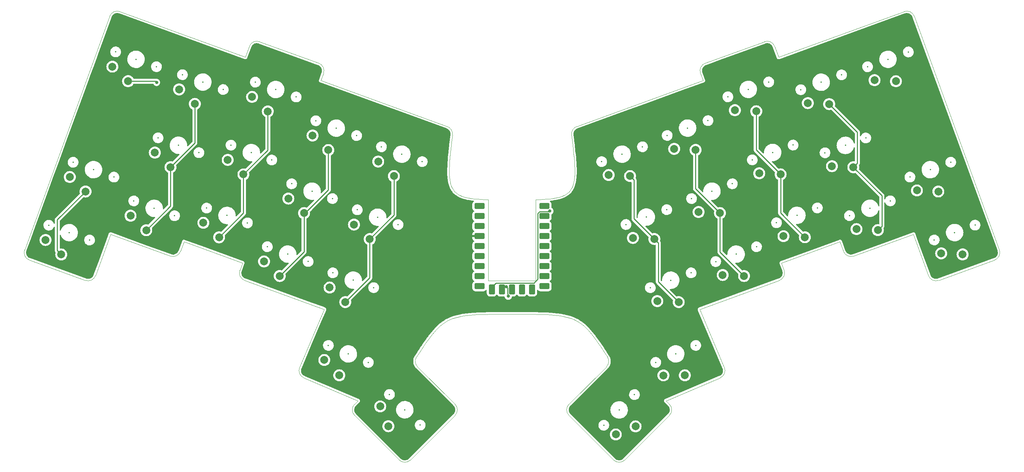
<source format=gtl>
%TF.GenerationSoftware,KiCad,Pcbnew,(6.0.11)*%
%TF.CreationDate,2023-05-11T00:11:38+09:00*%
%TF.ProjectId,gu34,67753334-2e6b-4696-9361-645f70636258,rev?*%
%TF.SameCoordinates,Original*%
%TF.FileFunction,Copper,L1,Top*%
%TF.FilePolarity,Positive*%
%FSLAX46Y46*%
G04 Gerber Fmt 4.6, Leading zero omitted, Abs format (unit mm)*
G04 Created by KiCad (PCBNEW (6.0.11)) date 2023-05-11 00:11:38*
%MOMM*%
%LPD*%
G01*
G04 APERTURE LIST*
G04 Aperture macros list*
%AMRoundRect*
0 Rectangle with rounded corners*
0 $1 Rounding radius*
0 $2 $3 $4 $5 $6 $7 $8 $9 X,Y pos of 4 corners*
0 Add a 4 corners polygon primitive as box body*
4,1,4,$2,$3,$4,$5,$6,$7,$8,$9,$2,$3,0*
0 Add four circle primitives for the rounded corners*
1,1,$1+$1,$2,$3*
1,1,$1+$1,$4,$5*
1,1,$1+$1,$6,$7*
1,1,$1+$1,$8,$9*
0 Add four rect primitives between the rounded corners*
20,1,$1+$1,$2,$3,$4,$5,0*
20,1,$1+$1,$4,$5,$6,$7,0*
20,1,$1+$1,$6,$7,$8,$9,0*
20,1,$1+$1,$8,$9,$2,$3,0*%
G04 Aperture macros list end*
%TA.AperFunction,Profile*%
%ADD10C,0.100000*%
%TD*%
%ADD11C,0.100000*%
%TA.AperFunction,ComponentPad*%
%ADD12C,2.000000*%
%TD*%
%TA.AperFunction,ComponentPad*%
%ADD13RoundRect,0.400000X-0.900000X-0.400000X0.900000X-0.400000X0.900000X0.400000X-0.900000X0.400000X0*%
%TD*%
%TA.AperFunction,ComponentPad*%
%ADD14RoundRect,0.400050X-0.899950X-0.400050X0.899950X-0.400050X0.899950X0.400050X-0.899950X0.400050X0*%
%TD*%
%TA.AperFunction,ComponentPad*%
%ADD15RoundRect,0.400000X-0.400000X-0.900000X0.400000X-0.900000X0.400000X0.900000X-0.400000X0.900000X0*%
%TD*%
%TA.AperFunction,ComponentPad*%
%ADD16RoundRect,0.393700X-0.393700X-0.906300X0.393700X-0.906300X0.393700X0.906300X-0.393700X0.906300X0*%
%TD*%
%TA.AperFunction,ViaPad*%
%ADD17C,0.800000*%
%TD*%
%TA.AperFunction,Conductor*%
%ADD18C,0.250000*%
%TD*%
%ADD19C,0.350000*%
G04 APERTURE END LIST*
D10*
X210582773Y-81577077D02*
X211252397Y-83416855D01*
X88494956Y-108075051D02*
G75*
G03*
X89554561Y-110697548I1841044J-781449D01*
G01*
X95346573Y-113156111D02*
X103289125Y-116527525D01*
X78322834Y-25428801D02*
G75*
G03*
X75759393Y-26624187I-684034J-1879399D01*
G01*
X42954792Y-17793857D02*
G75*
G03*
X40391368Y-18989196I-684042J-1879383D01*
G01*
D11*
X166485012Y-105404977D02*
X165843422Y-104418288D01*
X165235255Y-103493247D01*
X164656430Y-102627865D01*
X164102870Y-101820152D01*
X163570495Y-101068122D01*
X163055227Y-100369784D01*
X162552988Y-99723150D01*
X162059698Y-99126231D01*
X161571279Y-98577040D01*
X161083652Y-98073587D01*
X160592739Y-97613884D01*
X160094461Y-97195942D01*
X159584739Y-96817772D01*
X159059494Y-96477386D01*
X158514648Y-96172795D01*
X157946123Y-95902011D01*
X157349839Y-95663045D01*
X156721718Y-95453908D01*
X156057681Y-95272612D01*
X155353649Y-95117168D01*
X154605545Y-94985587D01*
X153809288Y-94875882D01*
X152960801Y-94786062D01*
X152056005Y-94714140D01*
X151090820Y-94658127D01*
X150061169Y-94616035D01*
X148962973Y-94585874D01*
X147792153Y-94565656D01*
X146544630Y-94553393D01*
X145216326Y-94547096D01*
X143803162Y-94544776D01*
X142301060Y-94544445D01*
D10*
X241647326Y-17793851D02*
X209842120Y-29370000D01*
X148301060Y-86044445D02*
X142301060Y-86044445D01*
X36782901Y-84795311D02*
X40599548Y-74309162D01*
X78322819Y-25428843D02*
X93357901Y-30901165D01*
X244002572Y-74309162D02*
X228850905Y-79823917D01*
D11*
X127212923Y-49078253D02*
X127059566Y-50372382D01*
X126918517Y-51596863D01*
X126791366Y-52753624D01*
X126679703Y-53844590D01*
X126585120Y-54871688D01*
X126509208Y-55836845D01*
X126453558Y-56741987D01*
X126419761Y-57589040D01*
X126409407Y-58379931D01*
X126424088Y-59116586D01*
X126465395Y-59800932D01*
X126534919Y-60434895D01*
X126634251Y-61020401D01*
X126764981Y-61559378D01*
X126928701Y-62053752D01*
X127127002Y-62505448D01*
X127361475Y-62916394D01*
X127633710Y-63288516D01*
X127945300Y-63623740D01*
X128297834Y-63923993D01*
X128692904Y-64191201D01*
X129132100Y-64427291D01*
X129617015Y-64634190D01*
X130149238Y-64813823D01*
X130730361Y-64968117D01*
X131361975Y-65098999D01*
X132045670Y-65208394D01*
X132783039Y-65298230D01*
X133575671Y-65370434D01*
X134425157Y-65426930D01*
X135333090Y-65469647D01*
X136301060Y-65500510D01*
D10*
X210057037Y-85980237D02*
G75*
G03*
X211252397Y-83416855I-683937J1879337D01*
G01*
X136301060Y-65544445D02*
X136301060Y-65500510D01*
X168042215Y-131541016D02*
G75*
G03*
X170870642Y-131541016I1414214J1414215D01*
G01*
X113731478Y-131541016D02*
G75*
G03*
X116559905Y-131541016I1414214J1414215D01*
G01*
X195047559Y-110697548D02*
X189255547Y-113156111D01*
X74019347Y-81577077D02*
X73349723Y-83416855D01*
X148301060Y-65544445D02*
X148301060Y-86044445D01*
X89554561Y-110697548D02*
X95346573Y-113156111D01*
X40391368Y-18989196D02*
X18819580Y-78257197D01*
X94553246Y-33464590D02*
X93883621Y-35304368D01*
X189850290Y-93334940D02*
X196107106Y-108075076D01*
X118117153Y-105405006D02*
G75*
G03*
X118381403Y-107906670I1678447J-1087494D01*
G01*
X247819286Y-84795286D02*
G75*
G03*
X250382644Y-85990656I1879314J683886D01*
G01*
X264587195Y-80820622D02*
X250382644Y-85990656D01*
X93883621Y-35304368D02*
X125911108Y-46961420D01*
X206279301Y-25428843D02*
X191244219Y-30901165D01*
X136301060Y-86044445D02*
X142301060Y-86044445D01*
X103289125Y-116527525D02*
X102417769Y-117398880D01*
X20014925Y-80820622D02*
X34219476Y-85990656D01*
X191244209Y-30901138D02*
G75*
G03*
X190048874Y-33464590I683991J-1879362D01*
G01*
X182184351Y-120227307D02*
X170870642Y-131541016D01*
X156728507Y-117398880D02*
X166220717Y-107906670D01*
X94751830Y-93334940D02*
X88495014Y-108075076D01*
X168042215Y-131541016D02*
X156728507Y-120227307D01*
X210057053Y-85980280D02*
X189850290Y-93334940D01*
X148301060Y-65544445D02*
X148301060Y-65500510D01*
X189255547Y-113156111D02*
X181312995Y-116527525D01*
X94553328Y-33464620D02*
G75*
G03*
X93357901Y-30901165I-1879428J684020D01*
G01*
X182184357Y-120227313D02*
G75*
G03*
X182184351Y-117398880I-1414257J1414213D01*
G01*
X181312995Y-116527525D02*
X182184351Y-117398880D01*
X190048874Y-33464590D02*
X190718499Y-35304368D01*
X18819555Y-78257188D02*
G75*
G03*
X20014925Y-80820622I1879445J-684012D01*
G01*
X42954794Y-17793851D02*
X74760000Y-29370000D01*
X247819219Y-84795311D02*
X244002572Y-74309162D01*
X209842120Y-29370000D02*
X208842727Y-26624187D01*
X226287480Y-78628572D02*
X225398009Y-76184772D01*
X116559905Y-131541016D02*
X127873613Y-120227307D01*
X59204111Y-76184772D02*
X74019347Y-81577077D01*
X208842782Y-26624167D02*
G75*
G03*
X206279301Y-25428843I-1879382J-684033D01*
G01*
X244210828Y-18989168D02*
G75*
G03*
X241647326Y-17793851I-1879428J-684132D01*
G01*
X40599548Y-74309162D02*
X55751215Y-79823917D01*
X225398009Y-76184772D02*
X210582773Y-81577077D01*
X34219463Y-85990692D02*
G75*
G03*
X36782901Y-84795311I684037J1879392D01*
G01*
X136301060Y-65544445D02*
X136301060Y-86044445D01*
D11*
X157389197Y-49078253D02*
X157542553Y-50372382D01*
X157683602Y-51596863D01*
X157810753Y-52753624D01*
X157922416Y-53844590D01*
X158016999Y-54871688D01*
X158092911Y-55836845D01*
X158148561Y-56741987D01*
X158182358Y-57589040D01*
X158192712Y-58379931D01*
X158178031Y-59116586D01*
X158136724Y-59800932D01*
X158067200Y-60434895D01*
X157967868Y-61020401D01*
X157837138Y-61559378D01*
X157673418Y-62053752D01*
X157475117Y-62505448D01*
X157240644Y-62916394D01*
X156968409Y-63288516D01*
X156656819Y-63623740D01*
X156304285Y-63923993D01*
X155909215Y-64191201D01*
X155470019Y-64427291D01*
X154985104Y-64634190D01*
X154452881Y-64813823D01*
X153871758Y-64968117D01*
X153240144Y-65098999D01*
X152556449Y-65208394D01*
X151819080Y-65298230D01*
X151026448Y-65370434D01*
X150176962Y-65426930D01*
X149269029Y-65469647D01*
X148301060Y-65500510D01*
D10*
X244210752Y-18989196D02*
X265782540Y-78257197D01*
X127873613Y-117398880D02*
X118381403Y-107906670D01*
X127873619Y-120227313D02*
G75*
G03*
X127873613Y-117398880I-1414219J1414213D01*
G01*
X264587170Y-80820552D02*
G75*
G03*
X265782540Y-78257197I-683970J1879352D01*
G01*
X158691035Y-46961484D02*
G75*
G03*
X157389197Y-49078253I684065J-1879416D01*
G01*
X74760000Y-29370000D02*
X75759393Y-26624187D01*
X195047539Y-110697500D02*
G75*
G03*
X196107106Y-108075076I-781439J1841000D01*
G01*
X156728513Y-117398886D02*
G75*
G03*
X156728507Y-120227307I1414187J-1414214D01*
G01*
X166220677Y-107906630D02*
G75*
G03*
X166485012Y-105404977I-1414277J1414230D01*
G01*
D11*
X118117108Y-105404977D02*
X118758697Y-104418288D01*
X119366864Y-103493247D01*
X119945689Y-102627865D01*
X120499249Y-101820152D01*
X121031624Y-101068122D01*
X121546892Y-100369784D01*
X122049131Y-99723150D01*
X122542421Y-99126231D01*
X123030840Y-98577040D01*
X123518467Y-98073587D01*
X124009380Y-97613884D01*
X124507658Y-97195942D01*
X125017380Y-96817772D01*
X125542625Y-96477386D01*
X126087471Y-96172795D01*
X126655996Y-95902011D01*
X127252280Y-95663045D01*
X127880401Y-95453908D01*
X128544438Y-95272612D01*
X129248470Y-95117168D01*
X129996574Y-94985587D01*
X130792831Y-94875882D01*
X131641318Y-94786062D01*
X132546115Y-94714140D01*
X133511299Y-94658127D01*
X134540950Y-94616035D01*
X135639146Y-94585874D01*
X136809966Y-94565656D01*
X138057489Y-94553393D01*
X139385793Y-94547096D01*
X140798957Y-94544776D01*
X142301060Y-94544445D01*
D10*
X102417775Y-117398886D02*
G75*
G03*
X102417769Y-120227307I1414225J-1414214D01*
G01*
X55751241Y-79823845D02*
G75*
G03*
X58314640Y-78628572I684059J1879345D01*
G01*
X58314640Y-78628572D02*
X59204111Y-76184772D01*
X127212938Y-49078255D02*
G75*
G03*
X125911108Y-46961420I-1985838J237455D01*
G01*
X190718499Y-35304368D02*
X158691012Y-46961420D01*
X102417769Y-120227307D02*
X113731478Y-131541016D01*
X226287504Y-78628563D02*
G75*
G03*
X228850905Y-79823917I1879396J684063D01*
G01*
X74545067Y-85980280D02*
X94751830Y-93334940D01*
X73349724Y-83416855D02*
G75*
G03*
X74545067Y-85980280I1879376J-684045D01*
G01*
D12*
%TO.P,SW18,1,1*%
%TO.N,col7*%
X210357919Y-59084186D03*
%TO.P,SW18,2,2*%
%TO.N,Net-(D18-Pad2)*%
X204941213Y-58820933D03*
%TD*%
%TO.P,SW33,1,1*%
%TO.N,col5*%
X173611930Y-123011930D03*
%TO.P,SW33,2,2*%
%TO.N,Net-(D33-Pad2)*%
X168591472Y-125062540D03*
%TD*%
%TO.P,SW7,1,1*%
%TO.N,col6*%
X188807919Y-52894186D03*
%TO.P,SW7,2,2*%
%TO.N,Net-(D7-Pad2)*%
X183391213Y-52630933D03*
%TD*%
%TO.P,SW16,1,1*%
%TO.N,col5*%
X178357919Y-75474186D03*
%TO.P,SW16,2,2*%
%TO.N,Net-(D16-Pad2)*%
X172941213Y-75210933D03*
%TD*%
%TO.P,SW19,1,1*%
%TO.N,col8*%
X228777919Y-57284186D03*
%TO.P,SW19,2,2*%
%TO.N,Net-(D19-Pad2)*%
X223361213Y-57020933D03*
%TD*%
%TO.P,SW31,1,1*%
%TO.N,col3*%
X98534686Y-110060979D03*
%TO.P,SW31,2,2*%
%TO.N,Net-(D31-Pad2)*%
X94752697Y-106174263D03*
%TD*%
%TO.P,SW2,1,1*%
%TO.N,col1*%
X61952081Y-41234186D03*
%TO.P,SW2,2,2*%
%TO.N,Net-(D2-Pad2)*%
X57971860Y-37550731D03*
%TD*%
%TO.P,SW1,1,1*%
%TO.N,col0*%
X45042081Y-35454186D03*
%TO.P,SW1,2,2*%
%TO.N,Net-(D1-Pad2)*%
X41061860Y-31770731D03*
%TD*%
%TO.P,SW5,1,1*%
%TO.N,col4*%
X112382081Y-59524186D03*
%TO.P,SW5,2,2*%
%TO.N,Net-(D5-Pad2)*%
X108401860Y-55840731D03*
%TD*%
%TO.P,SW28,1,1*%
%TO.N,col7*%
X216499610Y-75035297D03*
%TO.P,SW28,2,2*%
%TO.N,Net-(D28-Pad2)*%
X211082904Y-74772044D03*
%TD*%
%TO.P,SW27,1,1*%
%TO.N,col6*%
X201097919Y-84874186D03*
%TO.P,SW27,2,2*%
%TO.N,Net-(D27-Pad2)*%
X195681213Y-84610933D03*
%TD*%
%TO.P,SW21,1,1*%
%TO.N,col0*%
X28102081Y-79414186D03*
%TO.P,SW21,2,2*%
%TO.N,Net-(D21-Pad2)*%
X24121860Y-75730731D03*
%TD*%
%TO.P,SW25,1,1*%
%TO.N,col4*%
X100072081Y-91484186D03*
%TO.P,SW25,2,2*%
%TO.N,Net-(D25-Pad2)*%
X96091860Y-87800731D03*
%TD*%
%TO.P,SW32,1,1*%
%TO.N,col4*%
X110978070Y-122971930D03*
%TO.P,SW32,2,2*%
%TO.N,Net-(D32-Pad2)*%
X108927460Y-117951472D03*
%TD*%
%TO.P,SW11,1,1*%
%TO.N,col0*%
X34262081Y-63444186D03*
%TO.P,SW11,2,2*%
%TO.N,Net-(D11-Pad2)*%
X30281860Y-59760731D03*
%TD*%
%TO.P,SW14,1,1*%
%TO.N,col3*%
X89622081Y-68904186D03*
%TO.P,SW14,2,2*%
%TO.N,Net-(D14-Pad2)*%
X85641860Y-65220731D03*
%TD*%
%TO.P,SW3,1,1*%
%TO.N,col2*%
X80432081Y-43124186D03*
%TO.P,SW3,2,2*%
%TO.N,Net-(D3-Pad2)*%
X76451860Y-39440731D03*
%TD*%
%TO.P,SW12,1,1*%
%TO.N,col1*%
X55793409Y-57258941D03*
%TO.P,SW12,2,2*%
%TO.N,Net-(D12-Pad2)*%
X51813188Y-53575486D03*
%TD*%
%TO.P,SW9,1,1*%
%TO.N,col8*%
X222657919Y-41274186D03*
%TO.P,SW9,2,2*%
%TO.N,Net-(D9-Pad2)*%
X217241213Y-41010933D03*
%TD*%
%TO.P,SW20,1,1*%
%TO.N,col9*%
X250297919Y-63434186D03*
%TO.P,SW20,2,2*%
%TO.N,Net-(D20-Pad2)*%
X244881213Y-63170933D03*
%TD*%
%TO.P,SW15,1,1*%
%TO.N,col4*%
X106252081Y-75504186D03*
%TO.P,SW15,2,2*%
%TO.N,Net-(D15-Pad2)*%
X102271860Y-71820731D03*
%TD*%
D13*
%TO.P,RZ1,1,GP0*%
%TO.N,unconnected-(RZ1-Pad1)*%
X150505000Y-67135000D03*
%TO.P,RZ1,2,GP1*%
%TO.N,unconnected-(RZ1-Pad2)*%
X150505000Y-69675000D03*
%TO.P,RZ1,3,GP2*%
%TO.N,unconnected-(RZ1-Pad3)*%
X150505000Y-72215000D03*
%TO.P,RZ1,4,GP3*%
%TO.N,col5*%
X150505000Y-74755000D03*
%TO.P,RZ1,5,GP4*%
%TO.N,col6*%
X150505000Y-77295000D03*
D14*
%TO.P,RZ1,6,GP5*%
%TO.N,col7*%
X150505000Y-79835000D03*
%TO.P,RZ1,7,GP6*%
%TO.N,col8*%
X150505000Y-82375000D03*
%TO.P,RZ1,8,GP7*%
%TO.N,col9*%
X150505000Y-84915000D03*
%TO.P,RZ1,9,GP8*%
%TO.N,unconnected-(RZ1-Pad9)*%
X150505000Y-87455000D03*
D15*
%TO.P,RZ1,10,GP9*%
%TO.N,unconnected-(RZ1-Pad10)*%
X147365000Y-88265000D03*
D16*
%TO.P,RZ1,11,GP10*%
%TO.N,unconnected-(RZ1-Pad11)*%
X144825000Y-88265000D03*
%TO.P,RZ1,12,GP11*%
%TO.N,row3*%
X142285000Y-88265000D03*
%TO.P,RZ1,13,GP12*%
%TO.N,row2*%
X139745000Y-88265000D03*
%TO.P,RZ1,14,GP13*%
%TO.N,row1*%
X137205000Y-88265000D03*
D14*
%TO.P,RZ1,15,GP14*%
%TO.N,col2*%
X134065000Y-87455000D03*
%TO.P,RZ1,16,GP15*%
%TO.N,col3*%
X134065000Y-84915000D03*
%TO.P,RZ1,17,GP26*%
%TO.N,col4*%
X134065000Y-82375000D03*
%TO.P,RZ1,18,GP27*%
%TO.N,col1*%
X134065000Y-79835000D03*
%TO.P,RZ1,19,GP28*%
%TO.N,row0*%
X134065000Y-67135000D03*
%TO.P,RZ1,20,GP29*%
%TO.N,col0*%
X134065000Y-69675000D03*
%TO.P,RZ1,21,3V3*%
%TO.N,unconnected-(RZ1-Pad21)*%
X134065000Y-72215000D03*
%TO.P,RZ1,22,5V*%
%TO.N,VCC*%
X134065000Y-77295000D03*
%TO.P,RZ1,23,GND*%
%TO.N,GND*%
X134065000Y-74755000D03*
%TD*%
D12*
%TO.P,SW34,1,1*%
%TO.N,col6*%
X186085314Y-110060979D03*
%TO.P,SW34,2,2*%
%TO.N,Net-(D34-Pad2)*%
X180662254Y-110081574D03*
%TD*%
%TO.P,SW22,1,1*%
%TO.N,col1*%
X49642081Y-73254186D03*
%TO.P,SW22,2,2*%
%TO.N,Net-(D22-Pad2)*%
X45661860Y-69570731D03*
%TD*%
%TO.P,SW8,1,1*%
%TO.N,col7*%
X204187919Y-43084186D03*
%TO.P,SW8,2,2*%
%TO.N,Net-(D8-Pad2)*%
X198771213Y-42820933D03*
%TD*%
%TO.P,SW4,1,1*%
%TO.N,col3*%
X95763409Y-52918941D03*
%TO.P,SW4,2,2*%
%TO.N,Net-(D4-Pad2)*%
X91783188Y-49235486D03*
%TD*%
%TO.P,SW30,1,1*%
%TO.N,col9*%
X256457919Y-79394186D03*
%TO.P,SW30,2,2*%
%TO.N,Net-(D30-Pad2)*%
X251041213Y-79130933D03*
%TD*%
%TO.P,SW13,1,1*%
%TO.N,col2*%
X74263409Y-59108941D03*
%TO.P,SW13,2,2*%
%TO.N,Net-(D13-Pad2)*%
X70283188Y-55425486D03*
%TD*%
%TO.P,SW24,1,1*%
%TO.N,col3*%
X83462081Y-84864186D03*
%TO.P,SW24,2,2*%
%TO.N,Net-(D24-Pad2)*%
X79481860Y-81180731D03*
%TD*%
%TO.P,SW10,1,1*%
%TO.N,col9*%
X239567919Y-35464186D03*
%TO.P,SW10,2,2*%
%TO.N,Net-(D10-Pad2)*%
X234151213Y-35200933D03*
%TD*%
%TO.P,SW17,1,1*%
%TO.N,col6*%
X194977919Y-68904186D03*
%TO.P,SW17,2,2*%
%TO.N,Net-(D17-Pad2)*%
X189561213Y-68640933D03*
%TD*%
%TO.P,SW23,1,1*%
%TO.N,col2*%
X68092081Y-75064186D03*
%TO.P,SW23,2,2*%
%TO.N,Net-(D23-Pad2)*%
X64111860Y-71380731D03*
%TD*%
%TO.P,SW26,1,1*%
%TO.N,col5*%
X184527919Y-91494186D03*
%TO.P,SW26,2,2*%
%TO.N,Net-(D26-Pad2)*%
X179111213Y-91230933D03*
%TD*%
%TO.P,SW29,1,1*%
%TO.N,col8*%
X234987919Y-73234186D03*
%TO.P,SW29,2,2*%
%TO.N,Net-(D29-Pad2)*%
X229571213Y-72970933D03*
%TD*%
%TO.P,SW6,1,1*%
%TO.N,col5*%
X172207919Y-59524186D03*
%TO.P,SW6,2,2*%
%TO.N,Net-(D6-Pad2)*%
X166791213Y-59260933D03*
%TD*%
D17*
%TO.N,row1*%
X151897037Y-68405000D03*
%TO.N,row2*%
X141355811Y-90007780D03*
X140898100Y-87580000D03*
%TO.N,col0*%
X52260000Y-35780000D03*
%TO.N,GND*%
X112100000Y-50080000D03*
X38650000Y-52720000D03*
X126460000Y-65040000D03*
X108090000Y-96910000D03*
X37900000Y-68980000D03*
X74540000Y-43300000D03*
X126090000Y-73370000D03*
X84280000Y-34260000D03*
%TD*%
D18*
%TO.N,row1*%
X151782037Y-68520000D02*
X149334695Y-68520000D01*
X148860000Y-68994695D02*
X148860000Y-85662282D01*
X151897037Y-68405000D02*
X151782037Y-68520000D01*
X148860000Y-85662282D02*
X147882282Y-86640000D01*
X138230000Y-86640000D02*
X137205000Y-87665000D01*
X147882282Y-86640000D02*
X138230000Y-86640000D01*
X149334695Y-68520000D02*
X148860000Y-68994695D01*
%TO.N,row2*%
X141355811Y-90007780D02*
X141355811Y-89652206D01*
X141355811Y-89652206D02*
X141172600Y-89468995D01*
X141172600Y-87854500D02*
X140898100Y-87580000D01*
X141172600Y-89468995D02*
X141172600Y-87854500D01*
%TO.N,col0*%
X51934186Y-35454186D02*
X52260000Y-35780000D01*
X27112081Y-78404186D02*
X27112081Y-70594186D01*
X45042081Y-35454186D02*
X51934186Y-35454186D01*
X27112081Y-70594186D02*
X34262081Y-63444186D01*
X28112081Y-79404186D02*
X27112081Y-78404186D01*
%TO.N,col1*%
X61952081Y-41234186D02*
X61952081Y-51100269D01*
X55793409Y-57258941D02*
X55793409Y-67102858D01*
X55793409Y-67102858D02*
X49642081Y-73254186D01*
X61952081Y-51100269D02*
X55793409Y-57258941D01*
%TO.N,col2*%
X74263409Y-68892858D02*
X68092081Y-75064186D01*
X80432081Y-43124186D02*
X80432081Y-52940269D01*
X74263409Y-59108941D02*
X74263409Y-68892858D01*
X80432081Y-52940269D02*
X74263409Y-59108941D01*
%TO.N,col3*%
X95763409Y-52918941D02*
X95763409Y-63016591D01*
X89622081Y-68904186D02*
X89622081Y-78704186D01*
X89875814Y-68904186D02*
X89622081Y-68904186D01*
X95763409Y-63016591D02*
X89875814Y-68904186D01*
X89622081Y-78704186D02*
X83462081Y-84864186D01*
%TO.N,col4*%
X112382081Y-69374186D02*
X106252081Y-75504186D01*
X106252081Y-85304186D02*
X100072081Y-91484186D01*
X106252081Y-75504186D02*
X106252081Y-85304186D01*
X112382081Y-59524186D02*
X112382081Y-69374186D01*
%TO.N,col5*%
X172207919Y-59524186D02*
X173207919Y-60524186D01*
X178357919Y-75474186D02*
X179357919Y-76474186D01*
X179357919Y-86324186D02*
X184527919Y-91494186D01*
X173207919Y-70324186D02*
X178357919Y-75474186D01*
X173207919Y-60524186D02*
X173207919Y-70324186D01*
X179357919Y-76474186D02*
X179357919Y-86324186D01*
%TO.N,col6*%
X194977919Y-68904186D02*
X188807919Y-62734186D01*
X194977919Y-78754186D02*
X194977919Y-68904186D01*
X201097919Y-84874186D02*
X194977919Y-78754186D01*
X188807919Y-62734186D02*
X188807919Y-52894186D01*
%TO.N,col7*%
X204187919Y-43084186D02*
X204187919Y-52914186D01*
X204187919Y-52914186D02*
X210357919Y-59084186D01*
X210357919Y-68893606D02*
X216499610Y-75035297D01*
X210357919Y-59084186D02*
X210357919Y-68893606D01*
%TO.N,col8*%
X229777919Y-56284186D02*
X229777919Y-48394186D01*
X228777919Y-57284186D02*
X229777919Y-56284186D01*
X235987919Y-64494186D02*
X228777919Y-57284186D01*
X229777919Y-48394186D02*
X222657919Y-41274186D01*
X234987919Y-73234186D02*
X235987919Y-72234186D01*
X235987919Y-72234186D02*
X235987919Y-64494186D01*
%TD*%
%TA.AperFunction,Conductor*%
%TO.N,GND*%
G36*
X242344104Y-18185583D02*
G01*
X242440573Y-18186348D01*
X242458492Y-18187772D01*
X242651081Y-18217020D01*
X242668617Y-18220981D01*
X242855068Y-18277335D01*
X242871855Y-18283747D01*
X243048407Y-18366070D01*
X243064108Y-18374806D01*
X243064144Y-18374829D01*
X243227139Y-18481411D01*
X243241445Y-18492298D01*
X243387641Y-18621016D01*
X243400252Y-18633828D01*
X243526644Y-18782044D01*
X243537303Y-18796520D01*
X243641314Y-18961210D01*
X243649805Y-18977056D01*
X243715913Y-19124892D01*
X243721896Y-19143728D01*
X243724165Y-19150206D01*
X243725900Y-19159008D01*
X243730035Y-19166968D01*
X243730036Y-19166970D01*
X243740572Y-19187250D01*
X243747161Y-19202241D01*
X265283421Y-78372632D01*
X265287822Y-78384724D01*
X265293041Y-78403446D01*
X265297680Y-78426987D01*
X265301818Y-78434954D01*
X265301819Y-78434956D01*
X265304772Y-78440641D01*
X265314130Y-78464183D01*
X265360562Y-78627091D01*
X265364244Y-78644688D01*
X265390430Y-78837696D01*
X265391570Y-78855637D01*
X265390968Y-78931404D01*
X265390142Y-79035488D01*
X265390023Y-79050408D01*
X265388598Y-79068323D01*
X265372750Y-79172662D01*
X265359347Y-79260895D01*
X265355386Y-79278431D01*
X265299028Y-79464872D01*
X265292612Y-79481666D01*
X265210292Y-79658192D01*
X265201551Y-79673902D01*
X265094947Y-79836916D01*
X265084059Y-79851222D01*
X264955339Y-79997406D01*
X264942527Y-80010015D01*
X264866495Y-80074846D01*
X264819969Y-80114518D01*
X264794320Y-80136388D01*
X264779846Y-80147045D01*
X264642674Y-80233666D01*
X264615151Y-80251046D01*
X264599307Y-80259534D01*
X264450853Y-80325908D01*
X264434690Y-80331041D01*
X264434695Y-80331056D01*
X264426221Y-80334023D01*
X264417413Y-80335759D01*
X264409446Y-80339897D01*
X264409441Y-80339899D01*
X264389158Y-80350435D01*
X264374173Y-80357021D01*
X261140206Y-81534089D01*
X250255101Y-85495943D01*
X250236388Y-85501160D01*
X250212837Y-85505802D01*
X250199184Y-85512895D01*
X250175645Y-85522253D01*
X250074271Y-85551149D01*
X250012740Y-85568688D01*
X249995143Y-85572371D01*
X249802128Y-85598564D01*
X249784186Y-85599704D01*
X249589421Y-85598159D01*
X249571500Y-85596734D01*
X249378933Y-85567486D01*
X249361396Y-85563525D01*
X249353536Y-85561149D01*
X249174957Y-85507170D01*
X249158163Y-85500754D01*
X248981632Y-85418432D01*
X248965930Y-85409696D01*
X248802904Y-85303082D01*
X248788616Y-85292208D01*
X248664042Y-85182513D01*
X248642426Y-85163479D01*
X248629816Y-85150666D01*
X248503442Y-85002452D01*
X248492787Y-84987979D01*
X248388789Y-84823279D01*
X248380305Y-84807441D01*
X248313940Y-84658993D01*
X248308803Y-84642817D01*
X248308788Y-84642822D01*
X248305822Y-84634351D01*
X248304087Y-84625545D01*
X248298141Y-84614095D01*
X248289404Y-84597273D01*
X248282821Y-84582293D01*
X248282656Y-84581838D01*
X246298689Y-79130933D01*
X249528048Y-79130933D01*
X249546678Y-79367644D01*
X249547832Y-79372451D01*
X249547833Y-79372457D01*
X249561641Y-79429971D01*
X249602108Y-79598527D01*
X249604001Y-79603098D01*
X249604002Y-79603100D01*
X249662166Y-79743520D01*
X249692973Y-79817896D01*
X249695559Y-79822116D01*
X249814454Y-80016135D01*
X249814458Y-80016141D01*
X249817037Y-80020349D01*
X249971244Y-80200902D01*
X250151797Y-80355109D01*
X250156005Y-80357688D01*
X250156011Y-80357692D01*
X250295425Y-80443125D01*
X250354250Y-80479173D01*
X250358820Y-80481066D01*
X250358824Y-80481068D01*
X250555273Y-80562439D01*
X250573619Y-80570038D01*
X250653822Y-80589293D01*
X250799689Y-80624313D01*
X250799695Y-80624314D01*
X250804502Y-80625468D01*
X251041213Y-80644098D01*
X251277924Y-80625468D01*
X251282731Y-80624314D01*
X251282737Y-80624313D01*
X251428604Y-80589293D01*
X251508807Y-80570038D01*
X251527153Y-80562439D01*
X251723602Y-80481068D01*
X251723606Y-80481066D01*
X251728176Y-80479173D01*
X251787001Y-80443125D01*
X251926415Y-80357692D01*
X251926421Y-80357688D01*
X251930629Y-80355109D01*
X252111182Y-80200902D01*
X252265389Y-80020349D01*
X252267968Y-80016141D01*
X252267972Y-80016135D01*
X252386867Y-79822116D01*
X252389453Y-79817896D01*
X252420261Y-79743520D01*
X252478424Y-79603100D01*
X252478425Y-79603098D01*
X252480318Y-79598527D01*
X252520785Y-79429971D01*
X252529376Y-79394186D01*
X254944754Y-79394186D01*
X254963384Y-79630897D01*
X254964538Y-79635704D01*
X254964539Y-79635710D01*
X254990422Y-79743520D01*
X255018814Y-79861780D01*
X255020707Y-79866351D01*
X255020708Y-79866353D01*
X255085504Y-80022784D01*
X255109679Y-80081149D01*
X255112265Y-80085369D01*
X255231160Y-80279388D01*
X255231164Y-80279394D01*
X255233743Y-80283602D01*
X255387950Y-80464155D01*
X255568503Y-80618362D01*
X255572711Y-80620941D01*
X255572717Y-80620945D01*
X255763306Y-80737738D01*
X255770956Y-80742426D01*
X255775526Y-80744319D01*
X255775530Y-80744321D01*
X255985752Y-80831397D01*
X255990325Y-80833291D01*
X256037039Y-80844506D01*
X256216395Y-80887566D01*
X256216401Y-80887567D01*
X256221208Y-80888721D01*
X256457919Y-80907351D01*
X256694630Y-80888721D01*
X256699437Y-80887567D01*
X256699443Y-80887566D01*
X256878799Y-80844506D01*
X256925513Y-80833291D01*
X256930086Y-80831397D01*
X257140308Y-80744321D01*
X257140312Y-80744319D01*
X257144882Y-80742426D01*
X257152532Y-80737738D01*
X257343121Y-80620945D01*
X257343127Y-80620941D01*
X257347335Y-80618362D01*
X257527888Y-80464155D01*
X257682095Y-80283602D01*
X257684674Y-80279394D01*
X257684678Y-80279388D01*
X257803573Y-80085369D01*
X257806159Y-80081149D01*
X257830335Y-80022784D01*
X257895130Y-79866353D01*
X257895131Y-79866351D01*
X257897024Y-79861780D01*
X257925416Y-79743520D01*
X257951299Y-79635710D01*
X257951300Y-79635704D01*
X257952454Y-79630897D01*
X257971084Y-79394186D01*
X257952454Y-79157475D01*
X257949142Y-79143677D01*
X257906324Y-78965328D01*
X257897024Y-78926592D01*
X257890160Y-78910020D01*
X257808054Y-78711797D01*
X257808052Y-78711793D01*
X257806159Y-78707223D01*
X257792077Y-78684244D01*
X257684678Y-78508984D01*
X257684674Y-78508978D01*
X257682095Y-78504770D01*
X257527888Y-78324217D01*
X257347335Y-78170010D01*
X257343127Y-78167431D01*
X257343121Y-78167427D01*
X257149102Y-78048532D01*
X257144882Y-78045946D01*
X257140312Y-78044053D01*
X257140308Y-78044051D01*
X256930086Y-77956975D01*
X256930084Y-77956974D01*
X256925513Y-77955081D01*
X256825371Y-77931039D01*
X256699443Y-77900806D01*
X256699437Y-77900805D01*
X256694630Y-77899651D01*
X256457919Y-77881021D01*
X256221208Y-77899651D01*
X256216401Y-77900805D01*
X256216395Y-77900806D01*
X256090467Y-77931039D01*
X255990325Y-77955081D01*
X255985754Y-77956974D01*
X255985752Y-77956975D01*
X255775530Y-78044051D01*
X255775526Y-78044053D01*
X255770956Y-78045946D01*
X255766736Y-78048532D01*
X255572717Y-78167427D01*
X255572711Y-78167431D01*
X255568503Y-78170010D01*
X255387950Y-78324217D01*
X255233743Y-78504770D01*
X255231164Y-78508978D01*
X255231160Y-78508984D01*
X255123761Y-78684244D01*
X255109679Y-78707223D01*
X255107786Y-78711793D01*
X255107784Y-78711797D01*
X255025678Y-78910020D01*
X255018814Y-78926592D01*
X255009514Y-78965328D01*
X254966697Y-79143677D01*
X254963384Y-79157475D01*
X254944754Y-79394186D01*
X252529376Y-79394186D01*
X252534593Y-79372457D01*
X252534594Y-79372451D01*
X252535748Y-79367644D01*
X252554378Y-79130933D01*
X252535748Y-78894222D01*
X252533066Y-78883047D01*
X252494642Y-78723003D01*
X252480318Y-78663339D01*
X252472593Y-78644688D01*
X252391348Y-78448544D01*
X252391346Y-78448540D01*
X252389453Y-78443970D01*
X252358763Y-78393888D01*
X252267972Y-78245731D01*
X252267968Y-78245725D01*
X252265389Y-78241517D01*
X252111182Y-78060964D01*
X251930629Y-77906757D01*
X251926421Y-77904178D01*
X251926415Y-77904174D01*
X251732396Y-77785279D01*
X251728176Y-77782693D01*
X251723606Y-77780800D01*
X251723602Y-77780798D01*
X251513380Y-77693722D01*
X251513378Y-77693721D01*
X251508807Y-77691828D01*
X251428604Y-77672573D01*
X251282737Y-77637553D01*
X251282731Y-77637552D01*
X251277924Y-77636398D01*
X251041213Y-77617768D01*
X250804502Y-77636398D01*
X250799695Y-77637552D01*
X250799689Y-77637553D01*
X250653822Y-77672573D01*
X250573619Y-77691828D01*
X250569048Y-77693721D01*
X250569046Y-77693722D01*
X250358824Y-77780798D01*
X250358820Y-77780800D01*
X250354250Y-77782693D01*
X250350030Y-77785279D01*
X250156011Y-77904174D01*
X250156005Y-77904178D01*
X250151797Y-77906757D01*
X249971244Y-78060964D01*
X249817037Y-78241517D01*
X249814458Y-78245725D01*
X249814454Y-78245731D01*
X249723663Y-78393888D01*
X249692973Y-78443970D01*
X249691080Y-78448540D01*
X249691078Y-78448544D01*
X249609833Y-78644688D01*
X249602108Y-78663339D01*
X249587784Y-78723003D01*
X249549361Y-78883047D01*
X249546678Y-78894222D01*
X249528048Y-79130933D01*
X246298689Y-79130933D01*
X245037878Y-75666885D01*
X247909793Y-75666885D01*
X247909993Y-75672214D01*
X247909993Y-75672216D01*
X247912672Y-75743581D01*
X247918442Y-75897269D01*
X247965784Y-76122902D01*
X247967742Y-76127861D01*
X247967743Y-76127863D01*
X248043089Y-76318649D01*
X248050467Y-76337332D01*
X248053234Y-76341891D01*
X248053235Y-76341894D01*
X248131848Y-76471444D01*
X248170068Y-76534428D01*
X248173565Y-76538458D01*
X248314564Y-76700945D01*
X248321168Y-76708556D01*
X248353646Y-76735186D01*
X248495318Y-76851351D01*
X248495324Y-76851355D01*
X248499446Y-76854735D01*
X248504082Y-76857374D01*
X248504085Y-76857376D01*
X248648248Y-76939438D01*
X248699805Y-76968786D01*
X248916516Y-77047448D01*
X248921765Y-77048397D01*
X248921768Y-77048398D01*
X249139299Y-77087734D01*
X249139306Y-77087735D01*
X249143383Y-77088472D01*
X249161105Y-77089308D01*
X249166047Y-77089541D01*
X249166054Y-77089541D01*
X249167535Y-77089611D01*
X249329581Y-77089611D01*
X249396500Y-77083933D01*
X249496100Y-77075482D01*
X249496104Y-77075481D01*
X249501411Y-77075031D01*
X249506566Y-77073693D01*
X249506572Y-77073692D01*
X249719394Y-77018454D01*
X249719398Y-77018453D01*
X249724563Y-77017112D01*
X249729429Y-77014920D01*
X249729432Y-77014919D01*
X249915315Y-76931185D01*
X249934766Y-76922423D01*
X250126010Y-76793670D01*
X250169651Y-76752039D01*
X250215232Y-76708556D01*
X250292826Y-76634535D01*
X250430445Y-76449569D01*
X250436177Y-76438296D01*
X250497008Y-76318649D01*
X250534931Y-76244060D01*
X250539358Y-76229805D01*
X250601715Y-76028982D01*
X250603298Y-76023884D01*
X250609959Y-75973630D01*
X250632889Y-75800622D01*
X250632889Y-75800617D01*
X250633589Y-75795337D01*
X250633129Y-75783070D01*
X250625140Y-75570284D01*
X250624940Y-75564953D01*
X250608847Y-75488251D01*
X250578693Y-75344539D01*
X250577598Y-75339320D01*
X250564325Y-75305710D01*
X250494876Y-75129855D01*
X250494875Y-75129853D01*
X250492915Y-75124890D01*
X250459071Y-75069116D01*
X250383005Y-74943764D01*
X250373314Y-74927794D01*
X250303801Y-74847687D01*
X250225714Y-74757699D01*
X250225712Y-74757697D01*
X250222214Y-74753666D01*
X250149990Y-74694446D01*
X250048064Y-74610871D01*
X250048058Y-74610867D01*
X250043936Y-74607487D01*
X250039300Y-74604848D01*
X250039297Y-74604846D01*
X249856865Y-74501000D01*
X249843577Y-74493436D01*
X249626866Y-74414774D01*
X249621617Y-74413825D01*
X249621614Y-74413824D01*
X249404083Y-74374488D01*
X249404076Y-74374487D01*
X249399999Y-74373750D01*
X249382277Y-74372914D01*
X249377335Y-74372681D01*
X249377328Y-74372681D01*
X249375847Y-74372611D01*
X249213801Y-74372611D01*
X249146882Y-74378289D01*
X249047282Y-74386740D01*
X249047278Y-74386741D01*
X249041971Y-74387191D01*
X249036816Y-74388529D01*
X249036810Y-74388530D01*
X248823988Y-74443768D01*
X248823984Y-74443769D01*
X248818819Y-74445110D01*
X248813953Y-74447302D01*
X248813950Y-74447303D01*
X248694747Y-74501000D01*
X248608616Y-74539799D01*
X248417372Y-74668552D01*
X248413515Y-74672231D01*
X248413513Y-74672233D01*
X248396351Y-74688605D01*
X248250556Y-74827687D01*
X248247373Y-74831965D01*
X248232493Y-74851965D01*
X248112937Y-75012653D01*
X248110521Y-75017404D01*
X248110519Y-75017408D01*
X248098319Y-75041404D01*
X248008451Y-75218162D01*
X248006869Y-75223256D01*
X248006868Y-75223259D01*
X247966160Y-75354359D01*
X247940084Y-75438338D01*
X247939383Y-75443627D01*
X247911042Y-75657464D01*
X247909793Y-75666885D01*
X245037878Y-75666885D01*
X244483293Y-74143176D01*
X244483041Y-74142477D01*
X244474797Y-74119388D01*
X244457007Y-74069566D01*
X244439648Y-74045630D01*
X244430553Y-74031102D01*
X244420838Y-74012945D01*
X244420837Y-74012943D01*
X244416601Y-74005027D01*
X244398613Y-73986690D01*
X244386568Y-73972438D01*
X244371494Y-73951652D01*
X244348116Y-73933550D01*
X244335316Y-73922165D01*
X244320890Y-73907460D01*
X244320883Y-73907455D01*
X244314598Y-73901048D01*
X244306218Y-73896355D01*
X252227042Y-73896355D01*
X252227405Y-73900503D01*
X252227405Y-73900507D01*
X252239969Y-74044110D01*
X252252613Y-74188625D01*
X252253523Y-74192697D01*
X252253524Y-74192702D01*
X252314581Y-74465856D01*
X252316613Y-74474947D01*
X252318057Y-74478870D01*
X252318057Y-74478872D01*
X252347025Y-74557604D01*
X252417919Y-74750288D01*
X252419866Y-74753981D01*
X252419867Y-74753983D01*
X252514442Y-74933360D01*
X252554751Y-75009813D01*
X252724705Y-75248961D01*
X252924794Y-75463531D01*
X253151504Y-75649752D01*
X253400851Y-75804354D01*
X253404668Y-75806070D01*
X253404671Y-75806071D01*
X253451824Y-75827262D01*
X253668456Y-75924620D01*
X253726863Y-75942032D01*
X253945618Y-76007247D01*
X253945626Y-76007249D01*
X253949615Y-76008438D01*
X253953731Y-76009090D01*
X253953736Y-76009091D01*
X254235922Y-76053784D01*
X254235927Y-76053784D01*
X254239390Y-76054333D01*
X254288486Y-76056563D01*
X254329732Y-76058436D01*
X254329751Y-76058436D01*
X254331151Y-76058500D01*
X254514420Y-76058500D01*
X254732742Y-76043999D01*
X255020341Y-75986009D01*
X255235695Y-75911857D01*
X255293780Y-75891857D01*
X255293781Y-75891856D01*
X255297744Y-75890492D01*
X255301486Y-75888618D01*
X255301491Y-75888616D01*
X255556333Y-75761000D01*
X255556335Y-75760999D01*
X255560077Y-75759125D01*
X255678518Y-75678633D01*
X255799273Y-75596568D01*
X255799276Y-75596566D01*
X255802732Y-75594217D01*
X255909278Y-75498954D01*
X256018328Y-75401452D01*
X256018329Y-75401451D01*
X256021445Y-75398665D01*
X256212373Y-75175905D01*
X256303685Y-75035297D01*
X256369884Y-74933360D01*
X256369887Y-74933355D01*
X256372163Y-74929850D01*
X256409146Y-74851965D01*
X256457425Y-74750288D01*
X256498007Y-74664823D01*
X256517264Y-74604846D01*
X256562384Y-74464313D01*
X256587694Y-74385480D01*
X256639649Y-74096730D01*
X256648535Y-73901048D01*
X256652769Y-73807815D01*
X256652769Y-73807806D01*
X256652958Y-73803645D01*
X256652577Y-73799282D01*
X256634647Y-73594357D01*
X256627387Y-73511375D01*
X256625330Y-73502171D01*
X256564299Y-73229131D01*
X256564297Y-73229124D01*
X256563387Y-73225053D01*
X256542906Y-73169386D01*
X256522015Y-73112608D01*
X256462081Y-72949712D01*
X256458247Y-72942439D01*
X256327202Y-72693891D01*
X256327201Y-72693890D01*
X256325249Y-72690187D01*
X256155295Y-72451039D01*
X255955206Y-72236469D01*
X255728496Y-72050248D01*
X255493692Y-71904663D01*
X258246411Y-71904663D01*
X258255060Y-72135047D01*
X258302402Y-72360680D01*
X258304360Y-72365639D01*
X258304361Y-72365641D01*
X258382639Y-72563851D01*
X258387085Y-72575110D01*
X258389852Y-72579669D01*
X258389853Y-72579672D01*
X258469028Y-72710147D01*
X258506686Y-72772206D01*
X258510183Y-72776236D01*
X258650013Y-72937376D01*
X258657786Y-72946334D01*
X258687787Y-72970933D01*
X258831936Y-73089129D01*
X258831942Y-73089133D01*
X258836064Y-73092513D01*
X258840700Y-73095152D01*
X258840703Y-73095154D01*
X258984866Y-73177216D01*
X259036423Y-73206564D01*
X259253134Y-73285226D01*
X259258383Y-73286175D01*
X259258386Y-73286176D01*
X259475917Y-73325512D01*
X259475924Y-73325513D01*
X259480001Y-73326250D01*
X259497723Y-73327086D01*
X259502665Y-73327319D01*
X259502672Y-73327319D01*
X259504153Y-73327389D01*
X259666199Y-73327389D01*
X259733118Y-73321711D01*
X259832718Y-73313260D01*
X259832722Y-73313259D01*
X259838029Y-73312809D01*
X259843184Y-73311471D01*
X259843190Y-73311470D01*
X260056012Y-73256232D01*
X260056016Y-73256231D01*
X260061181Y-73254890D01*
X260066047Y-73252698D01*
X260066050Y-73252697D01*
X260266511Y-73162396D01*
X260271384Y-73160201D01*
X260462628Y-73031448D01*
X260472104Y-73022409D01*
X260551850Y-72946334D01*
X260629444Y-72872313D01*
X260767063Y-72687347D01*
X260770238Y-72681104D01*
X260829019Y-72565488D01*
X260871549Y-72481838D01*
X260873302Y-72476195D01*
X260938333Y-72266760D01*
X260939916Y-72261662D01*
X260943861Y-72231896D01*
X260969507Y-72038400D01*
X260969507Y-72038395D01*
X260970207Y-72033115D01*
X260969994Y-72027427D01*
X260964084Y-71870006D01*
X260961558Y-71802731D01*
X260914216Y-71577098D01*
X260911602Y-71570479D01*
X260831494Y-71367633D01*
X260831493Y-71367631D01*
X260829533Y-71362668D01*
X260826670Y-71357949D01*
X260712699Y-71170132D01*
X260709932Y-71165572D01*
X260650783Y-71097408D01*
X260562332Y-70995477D01*
X260562330Y-70995475D01*
X260558832Y-70991444D01*
X260490639Y-70935529D01*
X260384682Y-70848649D01*
X260384676Y-70848645D01*
X260380554Y-70845265D01*
X260375918Y-70842626D01*
X260375915Y-70842624D01*
X260184838Y-70733857D01*
X260180195Y-70731214D01*
X259963484Y-70652552D01*
X259958235Y-70651603D01*
X259958232Y-70651602D01*
X259740701Y-70612266D01*
X259740694Y-70612265D01*
X259736617Y-70611528D01*
X259718895Y-70610692D01*
X259713953Y-70610459D01*
X259713946Y-70610459D01*
X259712465Y-70610389D01*
X259550419Y-70610389D01*
X259483500Y-70616067D01*
X259383900Y-70624518D01*
X259383896Y-70624519D01*
X259378589Y-70624969D01*
X259373434Y-70626307D01*
X259373428Y-70626308D01*
X259160606Y-70681546D01*
X259160602Y-70681547D01*
X259155437Y-70682888D01*
X259150571Y-70685080D01*
X259150568Y-70685081D01*
X259042289Y-70733857D01*
X258945234Y-70777577D01*
X258753990Y-70906330D01*
X258750133Y-70910009D01*
X258750131Y-70910011D01*
X258708856Y-70949386D01*
X258587174Y-71065465D01*
X258583991Y-71069743D01*
X258555275Y-71108338D01*
X258449555Y-71250431D01*
X258447139Y-71255182D01*
X258447137Y-71255186D01*
X258408287Y-71331600D01*
X258345069Y-71455940D01*
X258343487Y-71461034D01*
X258343486Y-71461037D01*
X258305299Y-71584020D01*
X258276702Y-71676116D01*
X258276001Y-71681405D01*
X258247314Y-71897853D01*
X258246411Y-71904663D01*
X255493692Y-71904663D01*
X255479149Y-71895646D01*
X255475332Y-71893930D01*
X255475329Y-71893929D01*
X255382277Y-71852110D01*
X255211544Y-71775380D01*
X255106867Y-71744174D01*
X254934382Y-71692753D01*
X254934374Y-71692751D01*
X254930385Y-71691562D01*
X254926269Y-71690910D01*
X254926264Y-71690909D01*
X254644078Y-71646216D01*
X254644073Y-71646216D01*
X254640610Y-71645667D01*
X254591514Y-71643437D01*
X254550268Y-71641564D01*
X254550249Y-71641564D01*
X254548849Y-71641500D01*
X254365580Y-71641500D01*
X254147258Y-71656001D01*
X253859659Y-71713991D01*
X253714384Y-71764013D01*
X253586456Y-71808062D01*
X253582256Y-71809508D01*
X253578514Y-71811382D01*
X253578509Y-71811384D01*
X253323667Y-71939000D01*
X253319923Y-71940875D01*
X253266371Y-71977269D01*
X253087845Y-72098595D01*
X253077268Y-72105783D01*
X253074152Y-72108569D01*
X252882697Y-72279750D01*
X252858555Y-72301335D01*
X252667627Y-72524095D01*
X252625193Y-72589438D01*
X252510148Y-72766592D01*
X252507837Y-72770150D01*
X252381993Y-73035177D01*
X252380714Y-73039160D01*
X252380713Y-73039163D01*
X252339867Y-73166385D01*
X252292306Y-73314520D01*
X252240351Y-73603270D01*
X252234762Y-73726353D01*
X252227399Y-73888502D01*
X252227042Y-73896355D01*
X244306218Y-73896355D01*
X244292196Y-73888502D01*
X244276629Y-73878199D01*
X244256324Y-73862477D01*
X244247966Y-73859193D01*
X244228797Y-73851661D01*
X244213310Y-73844324D01*
X244200994Y-73837427D01*
X244187513Y-73829877D01*
X244178766Y-73827866D01*
X244178765Y-73827865D01*
X244162488Y-73824122D01*
X244144654Y-73818601D01*
X244129109Y-73812494D01*
X244129108Y-73812494D01*
X244120755Y-73809212D01*
X244111818Y-73808407D01*
X244111816Y-73808406D01*
X244091310Y-73806558D01*
X244074386Y-73803862D01*
X244054312Y-73799246D01*
X244054308Y-73799246D01*
X244045560Y-73797234D01*
X244019921Y-73798735D01*
X244001248Y-73798441D01*
X243975686Y-73796137D01*
X243946672Y-73801856D01*
X243929675Y-73804018D01*
X243900151Y-73805746D01*
X243891702Y-73808763D01*
X243891697Y-73808764D01*
X243867734Y-73817321D01*
X243866962Y-73817566D01*
X243865880Y-73817779D01*
X243863066Y-73818803D01*
X243863054Y-73818807D01*
X243836567Y-73828447D01*
X243835889Y-73828692D01*
X243762976Y-73854727D01*
X243761844Y-73855548D01*
X243760616Y-73856092D01*
X237749706Y-76043884D01*
X228825473Y-79292039D01*
X228723379Y-79329198D01*
X228704646Y-79334419D01*
X228689929Y-79337319D01*
X228689928Y-79337319D01*
X228681121Y-79339055D01*
X228673158Y-79343191D01*
X228673153Y-79343193D01*
X228667473Y-79346144D01*
X228643927Y-79355505D01*
X228481005Y-79401938D01*
X228463415Y-79405618D01*
X228436598Y-79409256D01*
X228270403Y-79431804D01*
X228252463Y-79432944D01*
X228153985Y-79432161D01*
X228057683Y-79431396D01*
X228039772Y-79429971D01*
X227879441Y-79405618D01*
X227847196Y-79400720D01*
X227829660Y-79396759D01*
X227643212Y-79340400D01*
X227626419Y-79333984D01*
X227449892Y-79251666D01*
X227434183Y-79242926D01*
X227271161Y-79136321D01*
X227256860Y-79125437D01*
X227110666Y-78996715D01*
X227098057Y-78983904D01*
X227097457Y-78983200D01*
X226971671Y-78835687D01*
X226961019Y-78821219D01*
X226857013Y-78656526D01*
X226848523Y-78640680D01*
X226787441Y-78504075D01*
X226782231Y-78492422D01*
X226776948Y-78475788D01*
X226774073Y-78467577D01*
X226772337Y-78458772D01*
X226768200Y-78450808D01*
X226768199Y-78450805D01*
X226757665Y-78430527D01*
X226751077Y-78415538D01*
X226741634Y-78389592D01*
X226181758Y-76851351D01*
X225878842Y-76019098D01*
X225878581Y-76018373D01*
X225855465Y-75953633D01*
X225855461Y-75953625D01*
X225852444Y-75945176D01*
X225846492Y-75936968D01*
X225835084Y-75921238D01*
X225825992Y-75906716D01*
X225812038Y-75880637D01*
X225794050Y-75862300D01*
X225782005Y-75848048D01*
X225766931Y-75827262D01*
X225743553Y-75809160D01*
X225730753Y-75797775D01*
X225716327Y-75783070D01*
X225716320Y-75783065D01*
X225710035Y-75776658D01*
X225695625Y-75768588D01*
X225687633Y-75764112D01*
X225672066Y-75753809D01*
X225651761Y-75738087D01*
X225643403Y-75734803D01*
X225624234Y-75727271D01*
X225608747Y-75719934D01*
X225590785Y-75709875D01*
X225590786Y-75709875D01*
X225582950Y-75705487D01*
X225574198Y-75703475D01*
X225574197Y-75703474D01*
X225557932Y-75699734D01*
X225540092Y-75694212D01*
X225524547Y-75688104D01*
X225524545Y-75688104D01*
X225516193Y-75684822D01*
X225507252Y-75684016D01*
X225507251Y-75684016D01*
X225486748Y-75682168D01*
X225469823Y-75679472D01*
X225449749Y-75674856D01*
X225449745Y-75674856D01*
X225440997Y-75672844D01*
X225415358Y-75674345D01*
X225396685Y-75674051D01*
X225371123Y-75671747D01*
X225342109Y-75677466D01*
X225325112Y-75679628D01*
X225295588Y-75681356D01*
X225287139Y-75684373D01*
X225287134Y-75684374D01*
X225263171Y-75692931D01*
X225262399Y-75693176D01*
X225261317Y-75693389D01*
X225258503Y-75694413D01*
X225258491Y-75694417D01*
X225232004Y-75704057D01*
X225231326Y-75704302D01*
X225158413Y-75730337D01*
X225157281Y-75731158D01*
X225156053Y-75731702D01*
X216791124Y-78776287D01*
X210439946Y-81087927D01*
X210416864Y-81096328D01*
X210416140Y-81096589D01*
X210351631Y-81119623D01*
X210351629Y-81119624D01*
X210343177Y-81122642D01*
X210335913Y-81127910D01*
X210335911Y-81127911D01*
X210319241Y-81140001D01*
X210304713Y-81149096D01*
X210286556Y-81158811D01*
X210286554Y-81158812D01*
X210278638Y-81163048D01*
X210260301Y-81181036D01*
X210246049Y-81193081D01*
X210225263Y-81208155D01*
X210208831Y-81229376D01*
X210207161Y-81231533D01*
X210195776Y-81244333D01*
X210181071Y-81258759D01*
X210181066Y-81258766D01*
X210174659Y-81265051D01*
X210170272Y-81272885D01*
X210170271Y-81272886D01*
X210162113Y-81287453D01*
X210151810Y-81303020D01*
X210136088Y-81323325D01*
X210132804Y-81331682D01*
X210132804Y-81331683D01*
X210125272Y-81350852D01*
X210117935Y-81366339D01*
X210103488Y-81392136D01*
X210101476Y-81400888D01*
X210101475Y-81400889D01*
X210097735Y-81417154D01*
X210092213Y-81434994D01*
X210082823Y-81458893D01*
X210082017Y-81467834D01*
X210082017Y-81467835D01*
X210080169Y-81488338D01*
X210077473Y-81505263D01*
X210072857Y-81525337D01*
X210072857Y-81525341D01*
X210070845Y-81534089D01*
X210071370Y-81543049D01*
X210072346Y-81559727D01*
X210072052Y-81578401D01*
X210069748Y-81603963D01*
X210072714Y-81619009D01*
X210075466Y-81632973D01*
X210077629Y-81649974D01*
X210079357Y-81679498D01*
X210082375Y-81687949D01*
X210090935Y-81711922D01*
X210091176Y-81712681D01*
X210091390Y-81713769D01*
X210101234Y-81740815D01*
X210102044Y-81743040D01*
X210102292Y-81743730D01*
X210128338Y-81816673D01*
X210129160Y-81817806D01*
X210129702Y-81819030D01*
X210757680Y-83544383D01*
X210762901Y-83563112D01*
X210767542Y-83586659D01*
X210771679Y-83594622D01*
X210774634Y-83600311D01*
X210783994Y-83623856D01*
X210830428Y-83786758D01*
X210834111Y-83804355D01*
X210860303Y-83997370D01*
X210861443Y-84015312D01*
X210859898Y-84210081D01*
X210858473Y-84228002D01*
X210829226Y-84420564D01*
X210825266Y-84438101D01*
X210774515Y-84606003D01*
X210768906Y-84624558D01*
X210762490Y-84641349D01*
X210681200Y-84815674D01*
X210680176Y-84817869D01*
X210671435Y-84833579D01*
X210564826Y-84996601D01*
X210553941Y-85010903D01*
X210430876Y-85150666D01*
X210425223Y-85157086D01*
X210412411Y-85169696D01*
X210264189Y-85296079D01*
X210249723Y-85306730D01*
X210176928Y-85352697D01*
X210085028Y-85410728D01*
X210069181Y-85419218D01*
X209920842Y-85485538D01*
X209904557Y-85490710D01*
X209904558Y-85490712D01*
X209896083Y-85493680D01*
X209887277Y-85495415D01*
X209879309Y-85499554D01*
X209879308Y-85499554D01*
X209859020Y-85510092D01*
X209844038Y-85516677D01*
X200565824Y-88893670D01*
X189743797Y-92832565D01*
X189732252Y-92836150D01*
X189730579Y-92836583D01*
X189721663Y-92837575D01*
X189713385Y-92841029D01*
X189713378Y-92841031D01*
X189667187Y-92860305D01*
X189661767Y-92862421D01*
X189646281Y-92868058D01*
X189646277Y-92868060D01*
X189642062Y-92869594D01*
X189637236Y-92872176D01*
X189626327Y-92877357D01*
X189587239Y-92893667D01*
X189577248Y-92901743D01*
X189557488Y-92914846D01*
X189554070Y-92916675D01*
X189554066Y-92916678D01*
X189546155Y-92920911D01*
X189515917Y-92950574D01*
X189506899Y-92958609D01*
X189473962Y-92985234D01*
X189468843Y-92992613D01*
X189466636Y-92995794D01*
X189451351Y-93013913D01*
X189442176Y-93022914D01*
X189437792Y-93030742D01*
X189437789Y-93030746D01*
X189421481Y-93059866D01*
X189415077Y-93070115D01*
X189390937Y-93104913D01*
X189388097Y-93113425D01*
X189388095Y-93113429D01*
X189386869Y-93117104D01*
X189377283Y-93138787D01*
X189375392Y-93142164D01*
X189375391Y-93142167D01*
X189371005Y-93149999D01*
X189368993Y-93158748D01*
X189361513Y-93191275D01*
X189358242Y-93202912D01*
X189344840Y-93243084D01*
X189344503Y-93252058D01*
X189344358Y-93255917D01*
X189341243Y-93279421D01*
X189338362Y-93291952D01*
X189338886Y-93300907D01*
X189338886Y-93300909D01*
X189340838Y-93334248D01*
X189340964Y-93346332D01*
X189339376Y-93388639D01*
X189342517Y-93401097D01*
X189346123Y-93424529D01*
X189346874Y-93437361D01*
X189349893Y-93445816D01*
X189361116Y-93477248D01*
X189364632Y-93488822D01*
X189366735Y-93497162D01*
X189368634Y-93501635D01*
X189368635Y-93501639D01*
X189374692Y-93515908D01*
X189377370Y-93522768D01*
X189395855Y-93574536D01*
X189401129Y-93581808D01*
X189405314Y-93589745D01*
X189404749Y-93590043D01*
X189410422Y-93600081D01*
X193476125Y-103178280D01*
X195581198Y-108137521D01*
X195619739Y-108228319D01*
X195625933Y-108246752D01*
X195631795Y-108270006D01*
X195636345Y-108277746D01*
X195639590Y-108283267D01*
X195650169Y-108306289D01*
X195705065Y-108466551D01*
X195709662Y-108483931D01*
X195745912Y-108675297D01*
X195747990Y-108693152D01*
X195755175Y-108854815D01*
X195756638Y-108887743D01*
X195756153Y-108905714D01*
X195737020Y-109099553D01*
X195733982Y-109117272D01*
X195687459Y-109306408D01*
X195681931Y-109323514D01*
X195608962Y-109504113D01*
X195601057Y-109520253D01*
X195503131Y-109688626D01*
X195493009Y-109703480D01*
X195372111Y-109856210D01*
X195359988Y-109869462D01*
X195218588Y-110003429D01*
X195204689Y-110014831D01*
X195045664Y-110127310D01*
X195030284Y-110136617D01*
X194885601Y-110210625D01*
X194869631Y-110216634D01*
X194869633Y-110216639D01*
X194861329Y-110220045D01*
X194852625Y-110222239D01*
X194844887Y-110226788D01*
X194844884Y-110226789D01*
X194825178Y-110238373D01*
X194810557Y-110245735D01*
X189036309Y-112696758D01*
X181170486Y-116035602D01*
X181147560Y-116042841D01*
X181144389Y-116043518D01*
X181144384Y-116043520D01*
X181135605Y-116045394D01*
X181097213Y-116066110D01*
X181086627Y-116071198D01*
X181080698Y-116073715D01*
X181076872Y-116076027D01*
X181076873Y-116076027D01*
X181063204Y-116084289D01*
X181057872Y-116087336D01*
X181007417Y-116114561D01*
X181001030Y-116120871D01*
X180998401Y-116122816D01*
X180998095Y-116123021D01*
X180997835Y-116123255D01*
X180995290Y-116125338D01*
X180987608Y-116129981D01*
X180981540Y-116136591D01*
X180981538Y-116136593D01*
X180948835Y-116172220D01*
X180944577Y-116176638D01*
X180903794Y-116216925D01*
X180899436Y-116224772D01*
X180897452Y-116227385D01*
X180897224Y-116227658D01*
X180897036Y-116227962D01*
X180895180Y-116230672D01*
X180889110Y-116237285D01*
X180863744Y-116288722D01*
X180860911Y-116294130D01*
X180833067Y-116344259D01*
X180831087Y-116353012D01*
X180829915Y-116356080D01*
X180829773Y-116356405D01*
X180829675Y-116356761D01*
X180828659Y-116359868D01*
X180824688Y-116367921D01*
X180823137Y-116376762D01*
X180814779Y-116424402D01*
X180813567Y-116430436D01*
X180807571Y-116456937D01*
X180800921Y-116486325D01*
X180801477Y-116495286D01*
X180801214Y-116498551D01*
X180801169Y-116498906D01*
X180801174Y-116499254D01*
X180801071Y-116502542D01*
X180799519Y-116511388D01*
X180800512Y-116520311D01*
X180805860Y-116568367D01*
X180806391Y-116574501D01*
X180809940Y-116631703D01*
X180812988Y-116640145D01*
X180813655Y-116643368D01*
X180813710Y-116643713D01*
X180813815Y-116644053D01*
X180814637Y-116647232D01*
X180815630Y-116656152D01*
X180819085Y-116664432D01*
X180819087Y-116664439D01*
X180837704Y-116709053D01*
X180839936Y-116714790D01*
X180859400Y-116768706D01*
X180864695Y-116775953D01*
X180866229Y-116778839D01*
X180866386Y-116779170D01*
X180866582Y-116779467D01*
X180868264Y-116782289D01*
X180871722Y-116790576D01*
X180877367Y-116797559D01*
X180877368Y-116797561D01*
X180907750Y-116835146D01*
X180911493Y-116840013D01*
X180925420Y-116859078D01*
X180929451Y-116863109D01*
X180938345Y-116872995D01*
X180963289Y-116903853D01*
X180970665Y-116908970D01*
X180976552Y-116913054D01*
X180993827Y-116927485D01*
X181789879Y-117723536D01*
X181802526Y-117738305D01*
X181816675Y-117757673D01*
X181828874Y-117767051D01*
X181847302Y-117784429D01*
X181851944Y-117789786D01*
X181958241Y-117912461D01*
X181969013Y-117926852D01*
X182074319Y-118090713D01*
X182082929Y-118106481D01*
X182163850Y-118283673D01*
X182163850Y-118283674D01*
X182170130Y-118300512D01*
X182217363Y-118461375D01*
X182225007Y-118487409D01*
X182228827Y-118504971D01*
X182240933Y-118589165D01*
X182256548Y-118697771D01*
X182257831Y-118715703D01*
X182257831Y-118910485D01*
X182256549Y-118928416D01*
X182242714Y-119024649D01*
X182228829Y-119121223D01*
X182225007Y-119138789D01*
X182170133Y-119325678D01*
X182163854Y-119342514D01*
X182082938Y-119519701D01*
X182082937Y-119519703D01*
X182074327Y-119535473D01*
X182020903Y-119618605D01*
X181969014Y-119699348D01*
X181958243Y-119713736D01*
X181851991Y-119836360D01*
X181838597Y-119848685D01*
X181832797Y-119854345D01*
X181825549Y-119859640D01*
X181820079Y-119866756D01*
X181806145Y-119884883D01*
X181795343Y-119897188D01*
X170545987Y-131146544D01*
X170531225Y-131159187D01*
X170511846Y-131173344D01*
X170506374Y-131180462D01*
X170506371Y-131180465D01*
X170502469Y-131185541D01*
X170485088Y-131203971D01*
X170357061Y-131314907D01*
X170342670Y-131325681D01*
X170178803Y-131430992D01*
X170163037Y-131439601D01*
X169985852Y-131520518D01*
X169985848Y-131520520D01*
X169969004Y-131526802D01*
X169782120Y-131581676D01*
X169764555Y-131585498D01*
X169571746Y-131613219D01*
X169553817Y-131614501D01*
X169359041Y-131614501D01*
X169341110Y-131613219D01*
X169244707Y-131599358D01*
X169148303Y-131585498D01*
X169130739Y-131581676D01*
X168943845Y-131526800D01*
X168927009Y-131520520D01*
X168749827Y-131439603D01*
X168734051Y-131430989D01*
X168734050Y-131430988D01*
X168611159Y-131352010D01*
X168570188Y-131325680D01*
X168555797Y-131314907D01*
X168536820Y-131298464D01*
X168433138Y-131208623D01*
X168420983Y-131195412D01*
X168415183Y-131189468D01*
X168409887Y-131182219D01*
X168402770Y-131176748D01*
X168402765Y-131176743D01*
X168384641Y-131162811D01*
X168372337Y-131152011D01*
X162282867Y-125062540D01*
X167078307Y-125062540D01*
X167096937Y-125299251D01*
X167152367Y-125530134D01*
X167243232Y-125749503D01*
X167245818Y-125753723D01*
X167364713Y-125947742D01*
X167364717Y-125947748D01*
X167367296Y-125951956D01*
X167521503Y-126132509D01*
X167702056Y-126286716D01*
X167706264Y-126289295D01*
X167706270Y-126289299D01*
X167900289Y-126408194D01*
X167904509Y-126410780D01*
X167909079Y-126412673D01*
X167909083Y-126412675D01*
X168119305Y-126499751D01*
X168123878Y-126501645D01*
X168204081Y-126520900D01*
X168349948Y-126555920D01*
X168349954Y-126555921D01*
X168354761Y-126557075D01*
X168591472Y-126575705D01*
X168828183Y-126557075D01*
X168832990Y-126555921D01*
X168832996Y-126555920D01*
X168978863Y-126520900D01*
X169059066Y-126501645D01*
X169063639Y-126499751D01*
X169273861Y-126412675D01*
X169273865Y-126412673D01*
X169278435Y-126410780D01*
X169282655Y-126408194D01*
X169476674Y-126289299D01*
X169476680Y-126289295D01*
X169480888Y-126286716D01*
X169661441Y-126132509D01*
X169815648Y-125951956D01*
X169818227Y-125947748D01*
X169818231Y-125947742D01*
X169937126Y-125753723D01*
X169939712Y-125749503D01*
X170030577Y-125530134D01*
X170086007Y-125299251D01*
X170104637Y-125062540D01*
X170086007Y-124825829D01*
X170030577Y-124594946D01*
X170001644Y-124525095D01*
X169941607Y-124380151D01*
X169941605Y-124380147D01*
X169939712Y-124375577D01*
X169906920Y-124322065D01*
X169818231Y-124177338D01*
X169818227Y-124177332D01*
X169815648Y-124173124D01*
X169661441Y-123992571D01*
X169480888Y-123838364D01*
X169476680Y-123835785D01*
X169476674Y-123835781D01*
X169282655Y-123716886D01*
X169278435Y-123714300D01*
X169273865Y-123712407D01*
X169273861Y-123712405D01*
X169063639Y-123625329D01*
X169063637Y-123625328D01*
X169059066Y-123623435D01*
X168978863Y-123604180D01*
X168832996Y-123569160D01*
X168832990Y-123569159D01*
X168828183Y-123568005D01*
X168591472Y-123549375D01*
X168354761Y-123568005D01*
X168349954Y-123569159D01*
X168349948Y-123569160D01*
X168204081Y-123604180D01*
X168123878Y-123623435D01*
X168119307Y-123625328D01*
X168119305Y-123625329D01*
X167909083Y-123712405D01*
X167909079Y-123712407D01*
X167904509Y-123714300D01*
X167900289Y-123716886D01*
X167706270Y-123835781D01*
X167706264Y-123835785D01*
X167702056Y-123838364D01*
X167521503Y-123992571D01*
X167367296Y-124173124D01*
X167364717Y-124177332D01*
X167364713Y-124177338D01*
X167276024Y-124322065D01*
X167243232Y-124375577D01*
X167241339Y-124380147D01*
X167241337Y-124380151D01*
X167181300Y-124525095D01*
X167152367Y-124594946D01*
X167096937Y-124825829D01*
X167078307Y-125062540D01*
X162282867Y-125062540D01*
X159885188Y-122664861D01*
X164189015Y-122664861D01*
X164189215Y-122670190D01*
X164189215Y-122670192D01*
X164192336Y-122753313D01*
X164197664Y-122895245D01*
X164245006Y-123120878D01*
X164329689Y-123335308D01*
X164332456Y-123339867D01*
X164332457Y-123339870D01*
X164376122Y-123411827D01*
X164449290Y-123532404D01*
X164452787Y-123536434D01*
X164539351Y-123636190D01*
X164600390Y-123706532D01*
X164604521Y-123709919D01*
X164774540Y-123849327D01*
X164774546Y-123849331D01*
X164778668Y-123852711D01*
X164783304Y-123855350D01*
X164783307Y-123855352D01*
X164864107Y-123901346D01*
X164979027Y-123966762D01*
X165195738Y-124045424D01*
X165200987Y-124046373D01*
X165200990Y-124046374D01*
X165418521Y-124085710D01*
X165418528Y-124085711D01*
X165422605Y-124086448D01*
X165440327Y-124087284D01*
X165445269Y-124087517D01*
X165445276Y-124087517D01*
X165446757Y-124087587D01*
X165608803Y-124087587D01*
X165675838Y-124081899D01*
X165775322Y-124073458D01*
X165775326Y-124073457D01*
X165780633Y-124073007D01*
X165785788Y-124071669D01*
X165785794Y-124071668D01*
X165998616Y-124016430D01*
X165998620Y-124016429D01*
X166003785Y-124015088D01*
X166008651Y-124012896D01*
X166008654Y-124012895D01*
X166195818Y-123928584D01*
X166213988Y-123920399D01*
X166405232Y-123791646D01*
X166572048Y-123632511D01*
X166709667Y-123447545D01*
X166713746Y-123439524D01*
X166789592Y-123290343D01*
X166814153Y-123242036D01*
X166826574Y-123202036D01*
X166880937Y-123026958D01*
X166882520Y-123021860D01*
X166883836Y-123011930D01*
X172098765Y-123011930D01*
X172117395Y-123248641D01*
X172118549Y-123253448D01*
X172118550Y-123253454D01*
X172129694Y-123299870D01*
X172172825Y-123479524D01*
X172174718Y-123484095D01*
X172174719Y-123484097D01*
X172251689Y-123669919D01*
X172263690Y-123698893D01*
X172266276Y-123703113D01*
X172385171Y-123897132D01*
X172385175Y-123897138D01*
X172387754Y-123901346D01*
X172512464Y-124047362D01*
X172534367Y-124073007D01*
X172541961Y-124081899D01*
X172545717Y-124085107D01*
X172548357Y-124087362D01*
X172722514Y-124236106D01*
X172726722Y-124238685D01*
X172726728Y-124238689D01*
X172920747Y-124357584D01*
X172924967Y-124360170D01*
X172929537Y-124362063D01*
X172929541Y-124362065D01*
X173050555Y-124412190D01*
X173144336Y-124451035D01*
X173203796Y-124465310D01*
X173370406Y-124505310D01*
X173370412Y-124505311D01*
X173375219Y-124506465D01*
X173611930Y-124525095D01*
X173848641Y-124506465D01*
X173853448Y-124505311D01*
X173853454Y-124505310D01*
X174020064Y-124465310D01*
X174079524Y-124451035D01*
X174173305Y-124412190D01*
X174294319Y-124362065D01*
X174294323Y-124362063D01*
X174298893Y-124360170D01*
X174303113Y-124357584D01*
X174497132Y-124238689D01*
X174497138Y-124238685D01*
X174501346Y-124236106D01*
X174675503Y-124087362D01*
X174678143Y-124085107D01*
X174681899Y-124081899D01*
X174689494Y-124073007D01*
X174711396Y-124047362D01*
X174836106Y-123901346D01*
X174838685Y-123897138D01*
X174838689Y-123897132D01*
X174957584Y-123703113D01*
X174960170Y-123698893D01*
X174972172Y-123669919D01*
X175049141Y-123484097D01*
X175049142Y-123484095D01*
X175051035Y-123479524D01*
X175094166Y-123299870D01*
X175105310Y-123253454D01*
X175105311Y-123253448D01*
X175106465Y-123248641D01*
X175125095Y-123011930D01*
X175106465Y-122775219D01*
X175098047Y-122740153D01*
X175069098Y-122619576D01*
X175051035Y-122544336D01*
X175034467Y-122504336D01*
X174962065Y-122329541D01*
X174962063Y-122329537D01*
X174960170Y-122324967D01*
X174896603Y-122221235D01*
X174838689Y-122126728D01*
X174838685Y-122126722D01*
X174836106Y-122122514D01*
X174681899Y-121941961D01*
X174501346Y-121787754D01*
X174497138Y-121785175D01*
X174497132Y-121785171D01*
X174303113Y-121666276D01*
X174298893Y-121663690D01*
X174294323Y-121661797D01*
X174294319Y-121661795D01*
X174084097Y-121574719D01*
X174084095Y-121574718D01*
X174079524Y-121572825D01*
X173999321Y-121553570D01*
X173853454Y-121518550D01*
X173853448Y-121518549D01*
X173848641Y-121517395D01*
X173611930Y-121498765D01*
X173375219Y-121517395D01*
X173370412Y-121518549D01*
X173370406Y-121518550D01*
X173224539Y-121553570D01*
X173144336Y-121572825D01*
X173139765Y-121574718D01*
X173139763Y-121574719D01*
X172929541Y-121661795D01*
X172929537Y-121661797D01*
X172924967Y-121663690D01*
X172920747Y-121666276D01*
X172726728Y-121785171D01*
X172726722Y-121785175D01*
X172722514Y-121787754D01*
X172541961Y-121941961D01*
X172387754Y-122122514D01*
X172385175Y-122126722D01*
X172385171Y-122126728D01*
X172327257Y-122221235D01*
X172263690Y-122324967D01*
X172261797Y-122329537D01*
X172261795Y-122329541D01*
X172189393Y-122504336D01*
X172172825Y-122544336D01*
X172154762Y-122619576D01*
X172125814Y-122740153D01*
X172117395Y-122775219D01*
X172098765Y-123011930D01*
X166883836Y-123011930D01*
X166887146Y-122986958D01*
X166912111Y-122798598D01*
X166912111Y-122798593D01*
X166912811Y-122793313D01*
X166904162Y-122562929D01*
X166901271Y-122549148D01*
X166857915Y-122342515D01*
X166856820Y-122337296D01*
X166854861Y-122332335D01*
X166774098Y-122127831D01*
X166774097Y-122127829D01*
X166772137Y-122122866D01*
X166747865Y-122082866D01*
X166655303Y-121930330D01*
X166652536Y-121925770D01*
X166565668Y-121825663D01*
X166504936Y-121755675D01*
X166504934Y-121755673D01*
X166501436Y-121751642D01*
X166448522Y-121708255D01*
X166327286Y-121608847D01*
X166327280Y-121608843D01*
X166323158Y-121605463D01*
X166318522Y-121602824D01*
X166318519Y-121602822D01*
X166127442Y-121494055D01*
X166122799Y-121491412D01*
X165906088Y-121412750D01*
X165900839Y-121411801D01*
X165900836Y-121411800D01*
X165683305Y-121372464D01*
X165683298Y-121372463D01*
X165679221Y-121371726D01*
X165661499Y-121370890D01*
X165656557Y-121370657D01*
X165656550Y-121370657D01*
X165655069Y-121370587D01*
X165493023Y-121370587D01*
X165426104Y-121376265D01*
X165326504Y-121384716D01*
X165326500Y-121384717D01*
X165321193Y-121385167D01*
X165316038Y-121386505D01*
X165316032Y-121386506D01*
X165103210Y-121441744D01*
X165103206Y-121441745D01*
X165098041Y-121443086D01*
X165093175Y-121445278D01*
X165093172Y-121445279D01*
X164984893Y-121494055D01*
X164887838Y-121537775D01*
X164696594Y-121666528D01*
X164529778Y-121825663D01*
X164392159Y-122010629D01*
X164389743Y-122015380D01*
X164389741Y-122015384D01*
X164339916Y-122113383D01*
X164287673Y-122216138D01*
X164286091Y-122221232D01*
X164286090Y-122221235D01*
X164233309Y-122391216D01*
X164219306Y-122436314D01*
X164218605Y-122441603D01*
X164203217Y-122557710D01*
X164189015Y-122664861D01*
X159885188Y-122664861D01*
X157122980Y-119902653D01*
X157110333Y-119887886D01*
X157101473Y-119875758D01*
X157101472Y-119875757D01*
X157096177Y-119868509D01*
X157089060Y-119863039D01*
X157089058Y-119863036D01*
X157083984Y-119859136D01*
X157065553Y-119841755D01*
X157014620Y-119782977D01*
X156954610Y-119713721D01*
X156943844Y-119699341D01*
X156838533Y-119535474D01*
X156829917Y-119519695D01*
X156788440Y-119428872D01*
X156749001Y-119342513D01*
X156742719Y-119325670D01*
X156687845Y-119138785D01*
X156684024Y-119121224D01*
X156656302Y-118928415D01*
X156655020Y-118910484D01*
X156655020Y-118886355D01*
X167227042Y-118886355D01*
X167227405Y-118890503D01*
X167227405Y-118890507D01*
X167243708Y-119076849D01*
X167252613Y-119178625D01*
X167253523Y-119182697D01*
X167253524Y-119182702D01*
X167300248Y-119391732D01*
X167316613Y-119464947D01*
X167318057Y-119468870D01*
X167318057Y-119468872D01*
X167342565Y-119535482D01*
X167417919Y-119740288D01*
X167419866Y-119743981D01*
X167419867Y-119743983D01*
X167495741Y-119887890D01*
X167554751Y-119999813D01*
X167724705Y-120238961D01*
X167924794Y-120453531D01*
X168151504Y-120639752D01*
X168400851Y-120794354D01*
X168404668Y-120796070D01*
X168404671Y-120796071D01*
X168478709Y-120829345D01*
X168668456Y-120914620D01*
X168735635Y-120934647D01*
X168945618Y-120997247D01*
X168945626Y-120997249D01*
X168949615Y-120998438D01*
X168953731Y-120999090D01*
X168953736Y-120999091D01*
X169235922Y-121043784D01*
X169235927Y-121043784D01*
X169239390Y-121044333D01*
X169288486Y-121046563D01*
X169329732Y-121048436D01*
X169329751Y-121048436D01*
X169331151Y-121048500D01*
X169514420Y-121048500D01*
X169732742Y-121033999D01*
X170020341Y-120976009D01*
X170297744Y-120880492D01*
X170301486Y-120878618D01*
X170301491Y-120878616D01*
X170556333Y-120751000D01*
X170556335Y-120750999D01*
X170560077Y-120749125D01*
X170754374Y-120617081D01*
X170799273Y-120586568D01*
X170799276Y-120586566D01*
X170802732Y-120584217D01*
X171021445Y-120388665D01*
X171212373Y-120165905D01*
X171318019Y-120003225D01*
X171369884Y-119923360D01*
X171369887Y-119923355D01*
X171372163Y-119919850D01*
X171396542Y-119868509D01*
X171473267Y-119706926D01*
X171498007Y-119654823D01*
X171512130Y-119610837D01*
X171586416Y-119379460D01*
X171587694Y-119375480D01*
X171639649Y-119086730D01*
X171647652Y-118910484D01*
X171652769Y-118797815D01*
X171652769Y-118797810D01*
X171652958Y-118793645D01*
X171649459Y-118753645D01*
X171627751Y-118505537D01*
X171627387Y-118501375D01*
X171626476Y-118497298D01*
X171564299Y-118219131D01*
X171564297Y-118219124D01*
X171563387Y-118215053D01*
X171462081Y-117939712D01*
X171455306Y-117926861D01*
X171327202Y-117683891D01*
X171327201Y-117683890D01*
X171325249Y-117680187D01*
X171155295Y-117441039D01*
X170955206Y-117226469D01*
X170728496Y-117040248D01*
X170479149Y-116885646D01*
X170475332Y-116883930D01*
X170475329Y-116883929D01*
X170366781Y-116835146D01*
X170211544Y-116765380D01*
X170083795Y-116727296D01*
X169934382Y-116682753D01*
X169934374Y-116682751D01*
X169930385Y-116681562D01*
X169926269Y-116680910D01*
X169926264Y-116680909D01*
X169644078Y-116636216D01*
X169644073Y-116636216D01*
X169640610Y-116635667D01*
X169591514Y-116633437D01*
X169550268Y-116631564D01*
X169550249Y-116631564D01*
X169548849Y-116631500D01*
X169365580Y-116631500D01*
X169147258Y-116646001D01*
X168859659Y-116703991D01*
X168792557Y-116727096D01*
X168587911Y-116797561D01*
X168582256Y-116799508D01*
X168578514Y-116801382D01*
X168578509Y-116801384D01*
X168323667Y-116929000D01*
X168319923Y-116930875D01*
X168316458Y-116933230D01*
X168138478Y-117054185D01*
X168077268Y-117095783D01*
X168074152Y-117098569D01*
X167883443Y-117269083D01*
X167858555Y-117291335D01*
X167667627Y-117514095D01*
X167665353Y-117517597D01*
X167514150Y-117750429D01*
X167507837Y-117760150D01*
X167506043Y-117763929D01*
X167506042Y-117763930D01*
X167496306Y-117784434D01*
X167381993Y-118025177D01*
X167380714Y-118029160D01*
X167380713Y-118029163D01*
X167355884Y-118106496D01*
X167292306Y-118304520D01*
X167240351Y-118593270D01*
X167234791Y-118715703D01*
X167229107Y-118840888D01*
X167227042Y-118886355D01*
X156655020Y-118886355D01*
X156655020Y-118715704D01*
X156656303Y-118697772D01*
X156684023Y-118504981D01*
X156687844Y-118487414D01*
X156742723Y-118300517D01*
X156749006Y-118283673D01*
X156829920Y-118106499D01*
X156838536Y-118090720D01*
X156943844Y-117926861D01*
X156954617Y-117912470D01*
X157060920Y-117789791D01*
X157074019Y-117777738D01*
X157080052Y-117771851D01*
X157087300Y-117766556D01*
X157106709Y-117741308D01*
X157117509Y-117729005D01*
X159959827Y-114886687D01*
X171967189Y-114886687D01*
X171967389Y-114892016D01*
X171967389Y-114892018D01*
X171970510Y-114975139D01*
X171975838Y-115117071D01*
X172023180Y-115342704D01*
X172107863Y-115557134D01*
X172110630Y-115561693D01*
X172110631Y-115561696D01*
X172154296Y-115633653D01*
X172227464Y-115754230D01*
X172230961Y-115758260D01*
X172317525Y-115858016D01*
X172378564Y-115928358D01*
X172382695Y-115931745D01*
X172552714Y-116071153D01*
X172552720Y-116071157D01*
X172556842Y-116074537D01*
X172561478Y-116077176D01*
X172561481Y-116077178D01*
X172641656Y-116122816D01*
X172757201Y-116188588D01*
X172973912Y-116267250D01*
X172979161Y-116268199D01*
X172979164Y-116268200D01*
X173196695Y-116307536D01*
X173196702Y-116307537D01*
X173200779Y-116308274D01*
X173218501Y-116309110D01*
X173223443Y-116309343D01*
X173223450Y-116309343D01*
X173224931Y-116309413D01*
X173386977Y-116309413D01*
X173453896Y-116303735D01*
X173553496Y-116295284D01*
X173553500Y-116295283D01*
X173558807Y-116294833D01*
X173563962Y-116293495D01*
X173563968Y-116293494D01*
X173776790Y-116238256D01*
X173776794Y-116238255D01*
X173781959Y-116236914D01*
X173786825Y-116234722D01*
X173786828Y-116234721D01*
X173973992Y-116150410D01*
X173992162Y-116142225D01*
X174183406Y-116013472D01*
X174350222Y-115854337D01*
X174487841Y-115669371D01*
X174592327Y-115463862D01*
X174604748Y-115423862D01*
X174659111Y-115248784D01*
X174660694Y-115243686D01*
X174665320Y-115208784D01*
X174690285Y-115020424D01*
X174690285Y-115020419D01*
X174690985Y-115015139D01*
X174682336Y-114784755D01*
X174634994Y-114559122D01*
X174571349Y-114397964D01*
X174552272Y-114349657D01*
X174552271Y-114349655D01*
X174550311Y-114344692D01*
X174526039Y-114304692D01*
X174433477Y-114152156D01*
X174430710Y-114147596D01*
X174343842Y-114047489D01*
X174283110Y-113977501D01*
X174283108Y-113977499D01*
X174279610Y-113973468D01*
X174226696Y-113930081D01*
X174105460Y-113830673D01*
X174105454Y-113830669D01*
X174101332Y-113827289D01*
X174096696Y-113824650D01*
X174096693Y-113824648D01*
X173905616Y-113715881D01*
X173900973Y-113713238D01*
X173684262Y-113634576D01*
X173679013Y-113633627D01*
X173679010Y-113633626D01*
X173461479Y-113594290D01*
X173461472Y-113594289D01*
X173457395Y-113593552D01*
X173439673Y-113592716D01*
X173434731Y-113592483D01*
X173434724Y-113592483D01*
X173433243Y-113592413D01*
X173271197Y-113592413D01*
X173204278Y-113598091D01*
X173104678Y-113606542D01*
X173104674Y-113606543D01*
X173099367Y-113606993D01*
X173094212Y-113608331D01*
X173094206Y-113608332D01*
X172881384Y-113663570D01*
X172881380Y-113663571D01*
X172876215Y-113664912D01*
X172871349Y-113667104D01*
X172871346Y-113667105D01*
X172763067Y-113715881D01*
X172666012Y-113759601D01*
X172474768Y-113888354D01*
X172307952Y-114047489D01*
X172170333Y-114232455D01*
X172167917Y-114237206D01*
X172167915Y-114237210D01*
X172118090Y-114335209D01*
X172065847Y-114437964D01*
X172064265Y-114443058D01*
X172064264Y-114443061D01*
X172011483Y-114613042D01*
X171997480Y-114658140D01*
X171996779Y-114663429D01*
X171981391Y-114779536D01*
X171967189Y-114886687D01*
X159959827Y-114886687D01*
X164764940Y-110081574D01*
X179149089Y-110081574D01*
X179167719Y-110318285D01*
X179223149Y-110549168D01*
X179225042Y-110553739D01*
X179225043Y-110553741D01*
X179303589Y-110743368D01*
X179314014Y-110768537D01*
X179316600Y-110772757D01*
X179435495Y-110966776D01*
X179435499Y-110966782D01*
X179438078Y-110970990D01*
X179592285Y-111151543D01*
X179772838Y-111305750D01*
X179777046Y-111308329D01*
X179777052Y-111308333D01*
X179971071Y-111427228D01*
X179975291Y-111429814D01*
X179979861Y-111431707D01*
X179979865Y-111431709D01*
X180147727Y-111501239D01*
X180194660Y-111520679D01*
X180274863Y-111539934D01*
X180420730Y-111574954D01*
X180420736Y-111574955D01*
X180425543Y-111576109D01*
X180662254Y-111594739D01*
X180898965Y-111576109D01*
X180903772Y-111574955D01*
X180903778Y-111574954D01*
X181049645Y-111539934D01*
X181129848Y-111520679D01*
X181176781Y-111501239D01*
X181344643Y-111431709D01*
X181344647Y-111431707D01*
X181349217Y-111429814D01*
X181353437Y-111427228D01*
X181547456Y-111308333D01*
X181547462Y-111308329D01*
X181551670Y-111305750D01*
X181732223Y-111151543D01*
X181886430Y-110970990D01*
X181889009Y-110966782D01*
X181889013Y-110966776D01*
X182007908Y-110772757D01*
X182010494Y-110768537D01*
X182020920Y-110743368D01*
X182099465Y-110553741D01*
X182099466Y-110553739D01*
X182101359Y-110549168D01*
X182156789Y-110318285D01*
X182175419Y-110081574D01*
X182173798Y-110060979D01*
X184572149Y-110060979D01*
X184590779Y-110297690D01*
X184591933Y-110302497D01*
X184591934Y-110302503D01*
X184626954Y-110448370D01*
X184646209Y-110528573D01*
X184648102Y-110533144D01*
X184648103Y-110533146D01*
X184654740Y-110549168D01*
X184737074Y-110747942D01*
X184739660Y-110752162D01*
X184858555Y-110946181D01*
X184858559Y-110946187D01*
X184861138Y-110950395D01*
X185015345Y-111130948D01*
X185195898Y-111285155D01*
X185200106Y-111287734D01*
X185200112Y-111287738D01*
X185394131Y-111406633D01*
X185398351Y-111409219D01*
X185402921Y-111411112D01*
X185402925Y-111411114D01*
X185613147Y-111498190D01*
X185617720Y-111500084D01*
X185695615Y-111518785D01*
X185843790Y-111554359D01*
X185843796Y-111554360D01*
X185848603Y-111555514D01*
X186085314Y-111574144D01*
X186322025Y-111555514D01*
X186326832Y-111554360D01*
X186326838Y-111554359D01*
X186475013Y-111518785D01*
X186552908Y-111500084D01*
X186557481Y-111498190D01*
X186767703Y-111411114D01*
X186767707Y-111411112D01*
X186772277Y-111409219D01*
X186776497Y-111406633D01*
X186970516Y-111287738D01*
X186970522Y-111287734D01*
X186974730Y-111285155D01*
X187155283Y-111130948D01*
X187309490Y-110950395D01*
X187312069Y-110946187D01*
X187312073Y-110946181D01*
X187430968Y-110752162D01*
X187433554Y-110747942D01*
X187515889Y-110549168D01*
X187522525Y-110533146D01*
X187522526Y-110533144D01*
X187524419Y-110528573D01*
X187543674Y-110448370D01*
X187578694Y-110302503D01*
X187578695Y-110302497D01*
X187579849Y-110297690D01*
X187598479Y-110060979D01*
X187579849Y-109824268D01*
X187547293Y-109688660D01*
X187539341Y-109655539D01*
X187524419Y-109593385D01*
X187487442Y-109504113D01*
X187435449Y-109378590D01*
X187435447Y-109378586D01*
X187433554Y-109374016D01*
X187397497Y-109315177D01*
X187312073Y-109175777D01*
X187312069Y-109175771D01*
X187309490Y-109171563D01*
X187155283Y-108991010D01*
X186974730Y-108836803D01*
X186970522Y-108834224D01*
X186970516Y-108834220D01*
X186776497Y-108715325D01*
X186772277Y-108712739D01*
X186767707Y-108710846D01*
X186767703Y-108710844D01*
X186557481Y-108623768D01*
X186557479Y-108623767D01*
X186552908Y-108621874D01*
X186472705Y-108602619D01*
X186326838Y-108567599D01*
X186326832Y-108567598D01*
X186322025Y-108566444D01*
X186085314Y-108547814D01*
X185848603Y-108566444D01*
X185843796Y-108567598D01*
X185843790Y-108567599D01*
X185697923Y-108602619D01*
X185617720Y-108621874D01*
X185613149Y-108623767D01*
X185613147Y-108623768D01*
X185402925Y-108710844D01*
X185402921Y-108710846D01*
X185398351Y-108712739D01*
X185394131Y-108715325D01*
X185200112Y-108834220D01*
X185200106Y-108834224D01*
X185195898Y-108836803D01*
X185015345Y-108991010D01*
X184861138Y-109171563D01*
X184858559Y-109175771D01*
X184858555Y-109175777D01*
X184773131Y-109315177D01*
X184737074Y-109374016D01*
X184735181Y-109378586D01*
X184735179Y-109378590D01*
X184683186Y-109504113D01*
X184646209Y-109593385D01*
X184631287Y-109655539D01*
X184623336Y-109688660D01*
X184590779Y-109824268D01*
X184572149Y-110060979D01*
X182173798Y-110060979D01*
X182156789Y-109844863D01*
X182153030Y-109829202D01*
X182102514Y-109618792D01*
X182101359Y-109613980D01*
X182094822Y-109598197D01*
X182012389Y-109399185D01*
X182012387Y-109399181D01*
X182010494Y-109394611D01*
X181966940Y-109323537D01*
X181889013Y-109196372D01*
X181889009Y-109196366D01*
X181886430Y-109192158D01*
X181732223Y-109011605D01*
X181551670Y-108857398D01*
X181547462Y-108854819D01*
X181547456Y-108854815D01*
X181353437Y-108735920D01*
X181349217Y-108733334D01*
X181344647Y-108731441D01*
X181344643Y-108731439D01*
X181134421Y-108644363D01*
X181134419Y-108644362D01*
X181129848Y-108642469D01*
X181049645Y-108623214D01*
X180903778Y-108588194D01*
X180903772Y-108588193D01*
X180898965Y-108587039D01*
X180662254Y-108568409D01*
X180425543Y-108587039D01*
X180420736Y-108588193D01*
X180420730Y-108588194D01*
X180274863Y-108623214D01*
X180194660Y-108642469D01*
X180190089Y-108644362D01*
X180190087Y-108644363D01*
X179979865Y-108731439D01*
X179979861Y-108731441D01*
X179975291Y-108733334D01*
X179971071Y-108735920D01*
X179777052Y-108854815D01*
X179777046Y-108854819D01*
X179772838Y-108857398D01*
X179592285Y-109011605D01*
X179438078Y-109192158D01*
X179435499Y-109196366D01*
X179435495Y-109196372D01*
X179357568Y-109323537D01*
X179314014Y-109394611D01*
X179312121Y-109399181D01*
X179312119Y-109399185D01*
X179229686Y-109598197D01*
X179223149Y-109613980D01*
X179221994Y-109618792D01*
X179171479Y-109829202D01*
X179167719Y-109844863D01*
X179149089Y-110081574D01*
X164764940Y-110081574D01*
X166542625Y-108303889D01*
X166558640Y-108290343D01*
X166571024Y-108281526D01*
X166571035Y-108281517D01*
X166575001Y-108278693D01*
X166583984Y-108269925D01*
X166586896Y-108266039D01*
X166586900Y-108266035D01*
X166589073Y-108263135D01*
X166595897Y-108254798D01*
X166701594Y-108136382D01*
X166772701Y-108056718D01*
X166901617Y-107874354D01*
X166934959Y-107827189D01*
X166934962Y-107827185D01*
X166937020Y-107824273D01*
X167022996Y-107667643D01*
X167072271Y-107577873D01*
X167073994Y-107574734D01*
X167181863Y-107311304D01*
X167259244Y-107037363D01*
X167291745Y-106838436D01*
X167304569Y-106759948D01*
X167304569Y-106759943D01*
X167305144Y-106756427D01*
X167307169Y-106714795D01*
X177355325Y-106714795D01*
X177355525Y-106720124D01*
X177355525Y-106720126D01*
X177357248Y-106766009D01*
X177363974Y-106945179D01*
X177411316Y-107170812D01*
X177413274Y-107175771D01*
X177413275Y-107175773D01*
X177492449Y-107376252D01*
X177495999Y-107385242D01*
X177498766Y-107389801D01*
X177498767Y-107389804D01*
X177561221Y-107492724D01*
X177615600Y-107582338D01*
X177619097Y-107586368D01*
X177705661Y-107686124D01*
X177766700Y-107756466D01*
X177770831Y-107759853D01*
X177940850Y-107899261D01*
X177940856Y-107899265D01*
X177944978Y-107902645D01*
X177949614Y-107905284D01*
X177949617Y-107905286D01*
X178058645Y-107967348D01*
X178145337Y-108016696D01*
X178362048Y-108095358D01*
X178367297Y-108096307D01*
X178367300Y-108096308D01*
X178584831Y-108135644D01*
X178584838Y-108135645D01*
X178588915Y-108136382D01*
X178606637Y-108137218D01*
X178611579Y-108137451D01*
X178611586Y-108137451D01*
X178613067Y-108137521D01*
X178775113Y-108137521D01*
X178842032Y-108131843D01*
X178941632Y-108123392D01*
X178941636Y-108123391D01*
X178946943Y-108122941D01*
X178952098Y-108121603D01*
X178952104Y-108121602D01*
X179164926Y-108066364D01*
X179164930Y-108066363D01*
X179170095Y-108065022D01*
X179174961Y-108062830D01*
X179174964Y-108062829D01*
X179375425Y-107972528D01*
X179380298Y-107970333D01*
X179571542Y-107841580D01*
X179589685Y-107824273D01*
X179734501Y-107686124D01*
X179738358Y-107682445D01*
X179875977Y-107497479D01*
X179980463Y-107291970D01*
X179996453Y-107240476D01*
X180047247Y-107076892D01*
X180048830Y-107071794D01*
X180061193Y-106978516D01*
X180078421Y-106848532D01*
X180078421Y-106848527D01*
X180079121Y-106843247D01*
X180078399Y-106823999D01*
X180070672Y-106618194D01*
X180070472Y-106612863D01*
X180023130Y-106387230D01*
X180021171Y-106382269D01*
X179940408Y-106177765D01*
X179940407Y-106177763D01*
X179938447Y-106172800D01*
X179888759Y-106090916D01*
X179821613Y-105980264D01*
X179818846Y-105975704D01*
X179801665Y-105955905D01*
X179671246Y-105805609D01*
X179671244Y-105805607D01*
X179667746Y-105801576D01*
X179626193Y-105767505D01*
X179493596Y-105658781D01*
X179493590Y-105658777D01*
X179489468Y-105655397D01*
X179484832Y-105652758D01*
X179484829Y-105652756D01*
X179293752Y-105543989D01*
X179289109Y-105541346D01*
X179072398Y-105462684D01*
X179067149Y-105461735D01*
X179067146Y-105461734D01*
X178849615Y-105422398D01*
X178849608Y-105422397D01*
X178845531Y-105421660D01*
X178827809Y-105420824D01*
X178822867Y-105420591D01*
X178822860Y-105420591D01*
X178821379Y-105420521D01*
X178659333Y-105420521D01*
X178592414Y-105426199D01*
X178492814Y-105434650D01*
X178492810Y-105434651D01*
X178487503Y-105435101D01*
X178482348Y-105436439D01*
X178482342Y-105436440D01*
X178269520Y-105491678D01*
X178269516Y-105491679D01*
X178264351Y-105493020D01*
X178259485Y-105495212D01*
X178259482Y-105495213D01*
X178151203Y-105543989D01*
X178054148Y-105587709D01*
X177862904Y-105716462D01*
X177696088Y-105875597D01*
X177558469Y-106060563D01*
X177556053Y-106065314D01*
X177556051Y-106065318D01*
X177506226Y-106163317D01*
X177453983Y-106266072D01*
X177452401Y-106271166D01*
X177452400Y-106271169D01*
X177410521Y-106406040D01*
X177385616Y-106486248D01*
X177384915Y-106491537D01*
X177356674Y-106704620D01*
X177355325Y-106714795D01*
X167307169Y-106714795D01*
X167318972Y-106472103D01*
X167318741Y-106468537D01*
X167300783Y-106191595D01*
X167300782Y-106191585D01*
X167300552Y-106188039D01*
X167283069Y-106090916D01*
X167250754Y-105911401D01*
X167250752Y-105911391D01*
X167250120Y-105907882D01*
X167241522Y-105879220D01*
X167209221Y-105771553D01*
X167168324Y-105635227D01*
X167056213Y-105373574D01*
X167054448Y-105370479D01*
X167054444Y-105370470D01*
X166932414Y-105156428D01*
X166926224Y-105144033D01*
X166924803Y-105140747D01*
X166924803Y-105140746D01*
X166922872Y-105136282D01*
X166916176Y-105125665D01*
X166897476Y-105104218D01*
X166886814Y-105090100D01*
X166620722Y-104680883D01*
X166617778Y-104676355D01*
X181567042Y-104676355D01*
X181567405Y-104680503D01*
X181567405Y-104680507D01*
X181572187Y-104735158D01*
X181592613Y-104968625D01*
X181593523Y-104972697D01*
X181593524Y-104972702D01*
X181637505Y-105169460D01*
X181656613Y-105254947D01*
X181658057Y-105258870D01*
X181658057Y-105258872D01*
X181687771Y-105339632D01*
X181757919Y-105530288D01*
X181759866Y-105533981D01*
X181759867Y-105533983D01*
X181848503Y-105702096D01*
X181894751Y-105789813D01*
X182064705Y-106028961D01*
X182264794Y-106243531D01*
X182491504Y-106429752D01*
X182740851Y-106584354D01*
X182744668Y-106586070D01*
X182744671Y-106586071D01*
X182792674Y-106607644D01*
X183008456Y-106704620D01*
X183096406Y-106730839D01*
X183285618Y-106787247D01*
X183285626Y-106787249D01*
X183289615Y-106788438D01*
X183293731Y-106789090D01*
X183293736Y-106789091D01*
X183575922Y-106833784D01*
X183575927Y-106833784D01*
X183579390Y-106834333D01*
X183628486Y-106836563D01*
X183669732Y-106838436D01*
X183669751Y-106838436D01*
X183671151Y-106838500D01*
X183854420Y-106838500D01*
X184072742Y-106823999D01*
X184360341Y-106766009D01*
X184637744Y-106670492D01*
X184641486Y-106668618D01*
X184641491Y-106668616D01*
X184896333Y-106541000D01*
X184896335Y-106540999D01*
X184900077Y-106539125D01*
X185095906Y-106406040D01*
X185139273Y-106376568D01*
X185139276Y-106376566D01*
X185142732Y-106374217D01*
X185350961Y-106188039D01*
X185358328Y-106181452D01*
X185358329Y-106181451D01*
X185361445Y-106178665D01*
X185552373Y-105955905D01*
X185608821Y-105868983D01*
X185709884Y-105713360D01*
X185709887Y-105713355D01*
X185712163Y-105709850D01*
X185749156Y-105631944D01*
X185771202Y-105585514D01*
X185838007Y-105444823D01*
X185840699Y-105436440D01*
X185926416Y-105169460D01*
X185927694Y-105165480D01*
X185979649Y-104876730D01*
X185987835Y-104696469D01*
X185992769Y-104587815D01*
X185992769Y-104587810D01*
X185992958Y-104583645D01*
X185967387Y-104291375D01*
X185966476Y-104287298D01*
X185904299Y-104009131D01*
X185904297Y-104009124D01*
X185903387Y-104005053D01*
X185802081Y-103729712D01*
X185797212Y-103720476D01*
X185667202Y-103473891D01*
X185667201Y-103473890D01*
X185665249Y-103470187D01*
X185495295Y-103231039D01*
X185295206Y-103016469D01*
X185068496Y-102830248D01*
X184819149Y-102675646D01*
X184815332Y-102673930D01*
X184815329Y-102673929D01*
X184741291Y-102640655D01*
X184551544Y-102555380D01*
X184463594Y-102529161D01*
X184274382Y-102472753D01*
X184274374Y-102472751D01*
X184270385Y-102471562D01*
X184266269Y-102470910D01*
X184266264Y-102470909D01*
X183984078Y-102426216D01*
X183984073Y-102426216D01*
X183980610Y-102425667D01*
X183931514Y-102423437D01*
X183890268Y-102421564D01*
X183890249Y-102421564D01*
X183888849Y-102421500D01*
X183705580Y-102421500D01*
X183487258Y-102436001D01*
X183199659Y-102493991D01*
X182922256Y-102589508D01*
X182918514Y-102591382D01*
X182918509Y-102591384D01*
X182663667Y-102719000D01*
X182659923Y-102720875D01*
X182656458Y-102723230D01*
X182444096Y-102867551D01*
X182417268Y-102885783D01*
X182198555Y-103081335D01*
X182007627Y-103304095D01*
X182005353Y-103307597D01*
X181850196Y-103546518D01*
X181847837Y-103550150D01*
X181721993Y-103815177D01*
X181720714Y-103819160D01*
X181720713Y-103819163D01*
X181669203Y-103979599D01*
X181632306Y-104094520D01*
X181580351Y-104383270D01*
X181580162Y-104387442D01*
X181567735Y-104661098D01*
X181567042Y-104676355D01*
X166617778Y-104676355D01*
X166291010Y-104173825D01*
X166290524Y-104173015D01*
X166290081Y-104172042D01*
X166269159Y-104140219D01*
X166268857Y-104139757D01*
X166249818Y-104110477D01*
X166249112Y-104109671D01*
X166248568Y-104108900D01*
X165681470Y-103246324D01*
X165680649Y-103244975D01*
X165679947Y-103243466D01*
X165677530Y-103239852D01*
X165677520Y-103239836D01*
X165659320Y-103212626D01*
X165658768Y-103211794D01*
X165653459Y-103203719D01*
X165640093Y-103183389D01*
X165638990Y-103182142D01*
X165638052Y-103180831D01*
X165300151Y-102675646D01*
X165126987Y-102416753D01*
X187480879Y-102416753D01*
X187481079Y-102422082D01*
X187481079Y-102422084D01*
X187481633Y-102436828D01*
X187489528Y-102647137D01*
X187536870Y-102872770D01*
X187538828Y-102877729D01*
X187538829Y-102877731D01*
X187592574Y-103013820D01*
X187621553Y-103087200D01*
X187741154Y-103284296D01*
X187744651Y-103288326D01*
X187831215Y-103388082D01*
X187892254Y-103458424D01*
X187933807Y-103492495D01*
X188066404Y-103601219D01*
X188066410Y-103601223D01*
X188070532Y-103604603D01*
X188075168Y-103607242D01*
X188075171Y-103607244D01*
X188184199Y-103669306D01*
X188270891Y-103718654D01*
X188487602Y-103797316D01*
X188492851Y-103798265D01*
X188492854Y-103798266D01*
X188710385Y-103837602D01*
X188710392Y-103837603D01*
X188714469Y-103838340D01*
X188732191Y-103839176D01*
X188737133Y-103839409D01*
X188737140Y-103839409D01*
X188738621Y-103839479D01*
X188900667Y-103839479D01*
X188967586Y-103833801D01*
X189067186Y-103825350D01*
X189067190Y-103825349D01*
X189072497Y-103824899D01*
X189077652Y-103823561D01*
X189077658Y-103823560D01*
X189290480Y-103768322D01*
X189290484Y-103768321D01*
X189295649Y-103766980D01*
X189300515Y-103764788D01*
X189300518Y-103764787D01*
X189500979Y-103674486D01*
X189505852Y-103672291D01*
X189697096Y-103543538D01*
X189863912Y-103384403D01*
X190001531Y-103199437D01*
X190007853Y-103187004D01*
X190093005Y-103019521D01*
X190106017Y-102993928D01*
X190131155Y-102912973D01*
X190172801Y-102778850D01*
X190174384Y-102773752D01*
X190187614Y-102673929D01*
X190203975Y-102550490D01*
X190203975Y-102550485D01*
X190204675Y-102545205D01*
X190202804Y-102495353D01*
X190196226Y-102320152D01*
X190196026Y-102314821D01*
X190148684Y-102089188D01*
X190064001Y-101874758D01*
X189944400Y-101677662D01*
X189857532Y-101577555D01*
X189796800Y-101507567D01*
X189796798Y-101507565D01*
X189793300Y-101503534D01*
X189751747Y-101469463D01*
X189619150Y-101360739D01*
X189619144Y-101360735D01*
X189615022Y-101357355D01*
X189610386Y-101354716D01*
X189610383Y-101354714D01*
X189419306Y-101245947D01*
X189414663Y-101243304D01*
X189197952Y-101164642D01*
X189192703Y-101163693D01*
X189192700Y-101163692D01*
X188975169Y-101124356D01*
X188975162Y-101124355D01*
X188971085Y-101123618D01*
X188953363Y-101122782D01*
X188948421Y-101122549D01*
X188948414Y-101122549D01*
X188946933Y-101122479D01*
X188784887Y-101122479D01*
X188717968Y-101128157D01*
X188618368Y-101136608D01*
X188618364Y-101136609D01*
X188613057Y-101137059D01*
X188607902Y-101138397D01*
X188607896Y-101138398D01*
X188395074Y-101193636D01*
X188395070Y-101193637D01*
X188389905Y-101194978D01*
X188385039Y-101197170D01*
X188385036Y-101197171D01*
X188276757Y-101245947D01*
X188179702Y-101289667D01*
X187988458Y-101418420D01*
X187821642Y-101577555D01*
X187684023Y-101762521D01*
X187579537Y-101968030D01*
X187577955Y-101973124D01*
X187577954Y-101973127D01*
X187535215Y-102110768D01*
X187511170Y-102188206D01*
X187510469Y-102193495D01*
X187486320Y-102375702D01*
X187480879Y-102416753D01*
X165126987Y-102416753D01*
X165100557Y-102377238D01*
X165099290Y-102375203D01*
X165098272Y-102373076D01*
X165077843Y-102343268D01*
X165077101Y-102342171D01*
X165061293Y-102318536D01*
X165061287Y-102318528D01*
X165058798Y-102314807D01*
X165057232Y-102313064D01*
X165055782Y-102311078D01*
X164544072Y-101564429D01*
X164542181Y-101561478D01*
X164540789Y-101558678D01*
X164536409Y-101552490D01*
X164520655Y-101530234D01*
X164519566Y-101528671D01*
X164501676Y-101502568D01*
X164499560Y-101500265D01*
X164497405Y-101497395D01*
X164497240Y-101497161D01*
X164007779Y-100805752D01*
X164005041Y-100801638D01*
X164003189Y-100798090D01*
X163983357Y-100771212D01*
X163981921Y-100769225D01*
X163967013Y-100748166D01*
X163964428Y-100744514D01*
X163961687Y-100741620D01*
X163958534Y-100737568D01*
X163737049Y-100437393D01*
X163487464Y-100099132D01*
X163483684Y-100093717D01*
X163483482Y-100093411D01*
X163481122Y-100089151D01*
X163461617Y-100064038D01*
X163459754Y-100061577D01*
X163445381Y-100042098D01*
X163442722Y-100038494D01*
X163439578Y-100035303D01*
X163438380Y-100033900D01*
X163434684Y-100029362D01*
X162978964Y-99442621D01*
X162975449Y-99437871D01*
X162972685Y-99433945D01*
X162970198Y-99429761D01*
X162951082Y-99406629D01*
X162948700Y-99403657D01*
X162934934Y-99385933D01*
X162932186Y-99382395D01*
X162928962Y-99379280D01*
X162925970Y-99375947D01*
X162926074Y-99375854D01*
X162922081Y-99371535D01*
X162475802Y-98831503D01*
X162471644Y-98825819D01*
X162471574Y-98825872D01*
X162468632Y-98822000D01*
X162465995Y-98817907D01*
X162462761Y-98814271D01*
X162462756Y-98814264D01*
X162447309Y-98796895D01*
X162444334Y-98793425D01*
X162428413Y-98774159D01*
X162425093Y-98771140D01*
X162422003Y-98767900D01*
X162422013Y-98767890D01*
X162417061Y-98762884D01*
X161975119Y-98265952D01*
X161968507Y-98257623D01*
X161966906Y-98255692D01*
X161964099Y-98251718D01*
X161945924Y-98232953D01*
X161942282Y-98229029D01*
X161929969Y-98215184D01*
X161929962Y-98215177D01*
X161926986Y-98211831D01*
X161923407Y-98208806D01*
X161914248Y-98200248D01*
X161472517Y-97744181D01*
X161463776Y-97734145D01*
X161463139Y-97733330D01*
X161463136Y-97733327D01*
X161460139Y-97729495D01*
X161442507Y-97712985D01*
X161438148Y-97708698D01*
X161423508Y-97693582D01*
X161418203Y-97689472D01*
X161409248Y-97681839D01*
X160963745Y-97264660D01*
X160955005Y-97255616D01*
X160953074Y-97253407D01*
X160949873Y-97249745D01*
X160946146Y-97246618D01*
X160946138Y-97246611D01*
X160932793Y-97235417D01*
X160927647Y-97230856D01*
X160916928Y-97220819D01*
X160913659Y-97217758D01*
X160906619Y-97212834D01*
X160897869Y-97206125D01*
X160444637Y-96825967D01*
X160435860Y-96817866D01*
X160432677Y-96814636D01*
X160429258Y-96811166D01*
X160412642Y-96798838D01*
X160406753Y-96794191D01*
X160396705Y-96785763D01*
X160393269Y-96782881D01*
X160389456Y-96780513D01*
X160384585Y-96777488D01*
X160375978Y-96771637D01*
X159911325Y-96426904D01*
X159902426Y-96419651D01*
X159898153Y-96415831D01*
X159898152Y-96415830D01*
X159894524Y-96412587D01*
X159890446Y-96409944D01*
X159890439Y-96409939D01*
X159878131Y-96401963D01*
X159871581Y-96397417D01*
X159861999Y-96390308D01*
X159861992Y-96390304D01*
X159858398Y-96387637D01*
X159854465Y-96385508D01*
X159854461Y-96385506D01*
X159848379Y-96382215D01*
X159839824Y-96377139D01*
X159825764Y-96368027D01*
X159360173Y-96066300D01*
X159351035Y-96059782D01*
X159342202Y-96052866D01*
X159325678Y-96043628D01*
X159318674Y-96039406D01*
X159305395Y-96030801D01*
X159294469Y-96025753D01*
X159285833Y-96021353D01*
X158787893Y-95742984D01*
X158778338Y-95737068D01*
X158773092Y-95733487D01*
X158773091Y-95733486D01*
X158769072Y-95730743D01*
X158751995Y-95722609D01*
X158744718Y-95718847D01*
X158730908Y-95711127D01*
X158719665Y-95706798D01*
X158710764Y-95702971D01*
X158191300Y-95455555D01*
X158181176Y-95450154D01*
X158176242Y-95447226D01*
X158176241Y-95447226D01*
X158172055Y-95444741D01*
X158153937Y-95437480D01*
X158146644Y-95434286D01*
X158140099Y-95431169D01*
X158135853Y-95429146D01*
X158135849Y-95429144D01*
X158131817Y-95427224D01*
X158127544Y-95425891D01*
X158127540Y-95425890D01*
X158120915Y-95423824D01*
X158111556Y-95420495D01*
X157567318Y-95202387D01*
X157556464Y-95197429D01*
X157552388Y-95195328D01*
X157552387Y-95195328D01*
X157548063Y-95193099D01*
X157540861Y-95190701D01*
X157528453Y-95186569D01*
X157521389Y-95183980D01*
X157509268Y-95179122D01*
X157509261Y-95179120D01*
X157505107Y-95177455D01*
X157495156Y-95175032D01*
X157485176Y-95172161D01*
X156912733Y-94981562D01*
X156901052Y-94977015D01*
X156893863Y-94973796D01*
X156889168Y-94972514D01*
X156889159Y-94972511D01*
X156872451Y-94967950D01*
X156865845Y-94965950D01*
X156847713Y-94959913D01*
X156839162Y-94958364D01*
X156828440Y-94955934D01*
X156224219Y-94790969D01*
X156211639Y-94786812D01*
X156205995Y-94784612D01*
X156201250Y-94783564D01*
X156201242Y-94783562D01*
X156182583Y-94779443D01*
X156176562Y-94777958D01*
X156156386Y-94772449D01*
X156151942Y-94771894D01*
X156151932Y-94771892D01*
X156149587Y-94771599D01*
X156138039Y-94769608D01*
X155498142Y-94628324D01*
X155487219Y-94625266D01*
X155485350Y-94624786D01*
X155480750Y-94623218D01*
X155455250Y-94618733D01*
X155449910Y-94617675D01*
X155449905Y-94617674D01*
X155427627Y-94612755D01*
X155423157Y-94612419D01*
X155423144Y-94612417D01*
X155422728Y-94612386D01*
X155410360Y-94610837D01*
X155001167Y-94538866D01*
X154730653Y-94491286D01*
X154723624Y-94489619D01*
X154723610Y-94489685D01*
X154718859Y-94488652D01*
X154714192Y-94487252D01*
X154694089Y-94484482D01*
X154686621Y-94483453D01*
X154681994Y-94482727D01*
X154662088Y-94479226D01*
X154657670Y-94478449D01*
X154653193Y-94478306D01*
X154648966Y-94477869D01*
X154641520Y-94477239D01*
X153917725Y-94377518D01*
X153911740Y-94376315D01*
X153911703Y-94376513D01*
X153906914Y-94375628D01*
X153902212Y-94374378D01*
X153897373Y-94373866D01*
X153897369Y-94373865D01*
X153883308Y-94372377D01*
X153872739Y-94371258D01*
X153868871Y-94370788D01*
X153842520Y-94367157D01*
X153838044Y-94367181D01*
X153833569Y-94366886D01*
X153833577Y-94366771D01*
X153827464Y-94366465D01*
X153643574Y-94346999D01*
X153053138Y-94284496D01*
X153046752Y-94283654D01*
X153045317Y-94283427D01*
X153040584Y-94282300D01*
X153018859Y-94280573D01*
X153009349Y-94279817D01*
X153006071Y-94279513D01*
X152982484Y-94277016D01*
X152982478Y-94277016D01*
X152978021Y-94276544D01*
X152973540Y-94276709D01*
X152970567Y-94276607D01*
X152964915Y-94276285D01*
X152134770Y-94210297D01*
X152129249Y-94209702D01*
X152125013Y-94208789D01*
X152120154Y-94208507D01*
X152092227Y-94206886D01*
X152089545Y-94206702D01*
X152064373Y-94204701D01*
X152064365Y-94204701D01*
X152059900Y-94204346D01*
X152055597Y-94204617D01*
X152049828Y-94204426D01*
X151158705Y-94152711D01*
X151154615Y-94152350D01*
X151151171Y-94151669D01*
X151146314Y-94151470D01*
X151146310Y-94151470D01*
X151129170Y-94150770D01*
X151116922Y-94150269D01*
X151114826Y-94150165D01*
X151097305Y-94149148D01*
X151088312Y-94148626D01*
X151088310Y-94148626D01*
X151083829Y-94148366D01*
X151080342Y-94148661D01*
X151076169Y-94148603D01*
X150120420Y-94109533D01*
X150117458Y-94109317D01*
X150114728Y-94108814D01*
X150109871Y-94108681D01*
X150109865Y-94108680D01*
X150089253Y-94108115D01*
X150079311Y-94107842D01*
X150077704Y-94107787D01*
X150057455Y-94106959D01*
X150049935Y-94106651D01*
X150049933Y-94106651D01*
X150045457Y-94106468D01*
X150042705Y-94106748D01*
X150039665Y-94106752D01*
X149683212Y-94096963D01*
X149015555Y-94078626D01*
X149013460Y-94078498D01*
X149011361Y-94078134D01*
X148974969Y-94077506D01*
X148973779Y-94077479D01*
X148940434Y-94076563D01*
X148938322Y-94076806D01*
X148936147Y-94076835D01*
X148768570Y-94073941D01*
X147839772Y-94057902D01*
X147838303Y-94057825D01*
X147836763Y-94057570D01*
X147832652Y-94057530D01*
X147832640Y-94057529D01*
X147799529Y-94057204D01*
X147798591Y-94057191D01*
X147788559Y-94057018D01*
X147764425Y-94056601D01*
X147762871Y-94056796D01*
X147761383Y-94056829D01*
X147213875Y-94051447D01*
X146588691Y-94045302D01*
X146587710Y-94045257D01*
X146586654Y-94045087D01*
X146583715Y-94045073D01*
X146583714Y-94045073D01*
X146548614Y-94044906D01*
X146547978Y-94044901D01*
X146534698Y-94044771D01*
X146513117Y-94044559D01*
X146512054Y-94044700D01*
X146511075Y-94044728D01*
X145257995Y-94038788D01*
X145257425Y-94038764D01*
X145256775Y-94038662D01*
X145249950Y-94038651D01*
X145218188Y-94038598D01*
X145217802Y-94038597D01*
X145194712Y-94038488D01*
X145182224Y-94038429D01*
X145181576Y-94038518D01*
X145180995Y-94038537D01*
X143843441Y-94036341D01*
X143843186Y-94036331D01*
X143842888Y-94036285D01*
X143810174Y-94036278D01*
X143803808Y-94036276D01*
X143803631Y-94036276D01*
X143768365Y-94036218D01*
X143768353Y-94036218D01*
X143767484Y-94036217D01*
X143767186Y-94036259D01*
X143766927Y-94036268D01*
X142674999Y-94036028D01*
X142340736Y-94035954D01*
X142340656Y-94035951D01*
X142340562Y-94035936D01*
X142340278Y-94035936D01*
X142303952Y-94035944D01*
X142300343Y-94035945D01*
X142297045Y-94035944D01*
X142264934Y-94035937D01*
X142264659Y-94035937D01*
X142264568Y-94035950D01*
X142264493Y-94035953D01*
X141942446Y-94036024D01*
X140838286Y-94036267D01*
X140838032Y-94036257D01*
X140837736Y-94036212D01*
X140836870Y-94036213D01*
X140836859Y-94036213D01*
X140798774Y-94036276D01*
X140798595Y-94036276D01*
X140792678Y-94036277D01*
X140762332Y-94036284D01*
X140762032Y-94036327D01*
X140761774Y-94036336D01*
X139424223Y-94038532D01*
X139423645Y-94038512D01*
X139422996Y-94038414D01*
X139412810Y-94038462D01*
X139384191Y-94038598D01*
X139383801Y-94038599D01*
X139352014Y-94038651D01*
X139348445Y-94038657D01*
X139347794Y-94038751D01*
X139347229Y-94038773D01*
X139277720Y-94039103D01*
X138094125Y-94044714D01*
X138093173Y-94044684D01*
X138092103Y-94044528D01*
X138089146Y-94044557D01*
X138089145Y-94044557D01*
X138054098Y-94044901D01*
X138053460Y-94044906D01*
X138021487Y-94045058D01*
X138021484Y-94045058D01*
X138018566Y-94045072D01*
X138017510Y-94045229D01*
X138016524Y-94045271D01*
X136930630Y-94055945D01*
X136843809Y-94056798D01*
X136842341Y-94056761D01*
X136840795Y-94056548D01*
X136836678Y-94056619D01*
X136836673Y-94056619D01*
X136803667Y-94057189D01*
X136802731Y-94057202D01*
X136785844Y-94057368D01*
X136768457Y-94057539D01*
X136766913Y-94057776D01*
X136765401Y-94057850D01*
X135669022Y-94076782D01*
X135666896Y-94076747D01*
X135664785Y-94076478D01*
X135643345Y-94077067D01*
X135628358Y-94077478D01*
X135627077Y-94077506D01*
X135616376Y-94077691D01*
X135593859Y-94078080D01*
X135591759Y-94078418D01*
X135589610Y-94078542D01*
X134565486Y-94106669D01*
X134562522Y-94106656D01*
X134559761Y-94106341D01*
X134524388Y-94107788D01*
X134522771Y-94107843D01*
X134490491Y-94108729D01*
X134487762Y-94109197D01*
X134484730Y-94109408D01*
X133528951Y-94148481D01*
X133524882Y-94148525D01*
X133521386Y-94148186D01*
X133516526Y-94148468D01*
X133516524Y-94148468D01*
X133487269Y-94150166D01*
X133485115Y-94150273D01*
X133479680Y-94150495D01*
X133454046Y-94151543D01*
X133450606Y-94152180D01*
X133446424Y-94152537D01*
X133055801Y-94175206D01*
X132555201Y-94204257D01*
X132549629Y-94204425D01*
X132545311Y-94204100D01*
X132512662Y-94206695D01*
X132512537Y-94206705D01*
X132509855Y-94206889D01*
X132484677Y-94208350D01*
X132484672Y-94208351D01*
X132480203Y-94208610D01*
X132475984Y-94209466D01*
X132470241Y-94210067D01*
X131639930Y-94276068D01*
X131633506Y-94276414D01*
X131632042Y-94276455D01*
X131627182Y-94276217D01*
X131596014Y-94279516D01*
X131592788Y-94279815D01*
X131564626Y-94282054D01*
X131560251Y-94283039D01*
X131557319Y-94283484D01*
X131551696Y-94284208D01*
X131548973Y-94284496D01*
X130778487Y-94366059D01*
X130772386Y-94366328D01*
X130772398Y-94366529D01*
X130767541Y-94366819D01*
X130762671Y-94366734D01*
X130733320Y-94370778D01*
X130729385Y-94371257D01*
X130707448Y-94373579D01*
X130707445Y-94373580D01*
X130702991Y-94374051D01*
X130698645Y-94375150D01*
X130694236Y-94375937D01*
X130694216Y-94375823D01*
X130688208Y-94376993D01*
X129964416Y-94476714D01*
X129957213Y-94477279D01*
X129957219Y-94477345D01*
X129952365Y-94477817D01*
X129947503Y-94477912D01*
X129942713Y-94478755D01*
X129942708Y-94478755D01*
X129920108Y-94482730D01*
X129915481Y-94483456D01*
X129895440Y-94486217D01*
X129895438Y-94486217D01*
X129890999Y-94486829D01*
X129886690Y-94488064D01*
X129882479Y-94488953D01*
X129875259Y-94490619D01*
X129195543Y-94610171D01*
X129184299Y-94611510D01*
X129182387Y-94611780D01*
X129177520Y-94612086D01*
X129152190Y-94617678D01*
X129146879Y-94618731D01*
X129146868Y-94618733D01*
X129128844Y-94621903D01*
X129128839Y-94621904D01*
X129124423Y-94622681D01*
X129119756Y-94624209D01*
X129107735Y-94627494D01*
X128804071Y-94694540D01*
X128467802Y-94768786D01*
X128454742Y-94770956D01*
X128448724Y-94771633D01*
X128427428Y-94777447D01*
X128425597Y-94777947D01*
X128419577Y-94779433D01*
X128399152Y-94783943D01*
X128392737Y-94786354D01*
X128381599Y-94789959D01*
X127777364Y-94954928D01*
X127765120Y-94957625D01*
X127757348Y-94958934D01*
X127752729Y-94960472D01*
X127736298Y-94965943D01*
X127729680Y-94967947D01*
X127711248Y-94972979D01*
X127703279Y-94976431D01*
X127693012Y-94980355D01*
X127120578Y-95170951D01*
X127109095Y-95174179D01*
X127099891Y-95176302D01*
X127095384Y-95178108D01*
X127095369Y-95178113D01*
X127080711Y-95183988D01*
X127073639Y-95186580D01*
X127061260Y-95190701D01*
X127061256Y-95190703D01*
X127056999Y-95192120D01*
X127052983Y-95194128D01*
X127047836Y-95196702D01*
X127038357Y-95200963D01*
X126494100Y-95419078D01*
X126483283Y-95422851D01*
X126473101Y-95425890D01*
X126455451Y-95434296D01*
X126448190Y-95437477D01*
X126432943Y-95443587D01*
X126429062Y-95445827D01*
X126423068Y-95449286D01*
X126414268Y-95453912D01*
X125894785Y-95701337D01*
X125884435Y-95705711D01*
X125878493Y-95707916D01*
X125878488Y-95707918D01*
X125873918Y-95709614D01*
X125857411Y-95718842D01*
X125850122Y-95722610D01*
X125835847Y-95729409D01*
X125832119Y-95731888D01*
X125832111Y-95731892D01*
X125825820Y-95736074D01*
X125817550Y-95741125D01*
X125772239Y-95766456D01*
X125319591Y-96019506D01*
X125309554Y-96024542D01*
X125306859Y-96025747D01*
X125303774Y-96027126D01*
X125303771Y-96027128D01*
X125299327Y-96029115D01*
X125295238Y-96031765D01*
X125295236Y-96031766D01*
X125283466Y-96039393D01*
X125276427Y-96043635D01*
X125266545Y-96049160D01*
X125262624Y-96051352D01*
X125259064Y-96054069D01*
X125259054Y-96054076D01*
X125253049Y-96058660D01*
X125245122Y-96064242D01*
X124765496Y-96375065D01*
X124755580Y-96380866D01*
X124750525Y-96383522D01*
X124750519Y-96383526D01*
X124746212Y-96385789D01*
X124742307Y-96388686D01*
X124742301Y-96388690D01*
X124730537Y-96397419D01*
X124724003Y-96401954D01*
X124710197Y-96410901D01*
X124706818Y-96413848D01*
X124706813Y-96413852D01*
X124701596Y-96418402D01*
X124693850Y-96424637D01*
X124229206Y-96769363D01*
X124219286Y-96776018D01*
X124215392Y-96778370D01*
X124215382Y-96778377D01*
X124211226Y-96780888D01*
X124195359Y-96794197D01*
X124189478Y-96798838D01*
X124178949Y-96806649D01*
X124178945Y-96806652D01*
X124175352Y-96809318D01*
X124172176Y-96812464D01*
X124172172Y-96812467D01*
X124168105Y-96816496D01*
X124160415Y-96823507D01*
X124053551Y-96913142D01*
X123707187Y-97203662D01*
X123697166Y-97211249D01*
X123690724Y-97215638D01*
X123687173Y-97218963D01*
X123687172Y-97218964D01*
X123674462Y-97230866D01*
X123669328Y-97235417D01*
X123654622Y-97247752D01*
X123651630Y-97251092D01*
X123651620Y-97251101D01*
X123648876Y-97254163D01*
X123641162Y-97262049D01*
X123195671Y-97679218D01*
X123185495Y-97687786D01*
X123180769Y-97691355D01*
X123163944Y-97708726D01*
X123159612Y-97712986D01*
X123144244Y-97727376D01*
X123141438Y-97730874D01*
X123141431Y-97730882D01*
X123140049Y-97732605D01*
X123132266Y-97741432D01*
X122690562Y-98197472D01*
X122682790Y-98204645D01*
X122680954Y-98206413D01*
X122677193Y-98209514D01*
X122673955Y-98213155D01*
X122659840Y-98229026D01*
X122656195Y-98232953D01*
X122643295Y-98246272D01*
X122643290Y-98246278D01*
X122640178Y-98249491D01*
X122637556Y-98253109D01*
X122637548Y-98253118D01*
X122637423Y-98253291D01*
X122629557Y-98263077D01*
X122187627Y-98759995D01*
X122182643Y-98764973D01*
X122182706Y-98765034D01*
X122179320Y-98768541D01*
X122175681Y-98771769D01*
X122172583Y-98775518D01*
X122172581Y-98775520D01*
X122157775Y-98793437D01*
X122154824Y-98796879D01*
X122138184Y-98815590D01*
X122135705Y-98819336D01*
X122132976Y-98822883D01*
X122132964Y-98822874D01*
X122128768Y-98828538D01*
X121682435Y-99368634D01*
X121678579Y-99373082D01*
X121675374Y-99376609D01*
X121671835Y-99379946D01*
X121653403Y-99403678D01*
X121651076Y-99406581D01*
X121633896Y-99427370D01*
X121631562Y-99431192D01*
X121628952Y-99434851D01*
X121628836Y-99434768D01*
X121625495Y-99439609D01*
X121169124Y-100027188D01*
X121164924Y-100032311D01*
X121164701Y-100032569D01*
X121161238Y-100035999D01*
X121158351Y-100039912D01*
X121142379Y-100061559D01*
X121140502Y-100064038D01*
X121122899Y-100086702D01*
X121120673Y-100090606D01*
X121119659Y-100092123D01*
X121116308Y-100096891D01*
X120645307Y-100735235D01*
X120642272Y-100739109D01*
X120639483Y-100741983D01*
X120636669Y-100745958D01*
X120620215Y-100769201D01*
X120618812Y-100771143D01*
X120600771Y-100795594D01*
X120598880Y-100799111D01*
X120596022Y-100803376D01*
X120106452Y-101494939D01*
X120104343Y-101497730D01*
X120102196Y-101500011D01*
X120082466Y-101528799D01*
X120081466Y-101530234D01*
X120063122Y-101556147D01*
X120061697Y-101558925D01*
X120059753Y-101561940D01*
X120051573Y-101573876D01*
X119548066Y-102308554D01*
X119546632Y-102310505D01*
X119545045Y-102312229D01*
X119542344Y-102316267D01*
X119542341Y-102316271D01*
X119525006Y-102342188D01*
X119524207Y-102343368D01*
X119508140Y-102366811D01*
X119508137Y-102366816D01*
X119505600Y-102370518D01*
X119504559Y-102372627D01*
X119503263Y-102374696D01*
X119303116Y-102673929D01*
X118965772Y-103178280D01*
X118964844Y-103179568D01*
X118963730Y-103180798D01*
X118961337Y-103184438D01*
X118961334Y-103184442D01*
X118943364Y-103211775D01*
X118942812Y-103212607D01*
X118923896Y-103240888D01*
X118923176Y-103242388D01*
X118922331Y-103243767D01*
X118355263Y-104106295D01*
X118354704Y-104107082D01*
X118353991Y-104107877D01*
X118350725Y-104112900D01*
X118333262Y-104139757D01*
X118332930Y-104140265D01*
X118313742Y-104169450D01*
X118313289Y-104170414D01*
X118312792Y-104171237D01*
X117791645Y-104972702D01*
X117719553Y-105083571D01*
X117706833Y-105099991D01*
X117692919Y-105115181D01*
X117685965Y-105125632D01*
X117683924Y-105130051D01*
X117682424Y-105133298D01*
X117677493Y-105142876D01*
X117669766Y-105156428D01*
X117545952Y-105373565D01*
X117433821Y-105635217D01*
X117432798Y-105638627D01*
X117432796Y-105638632D01*
X117427766Y-105655397D01*
X117352008Y-105907873D01*
X117301561Y-106188033D01*
X117283128Y-106472102D01*
X117296946Y-106756433D01*
X117297519Y-106759941D01*
X117297520Y-106759950D01*
X117311127Y-106843247D01*
X117342838Y-107037375D01*
X117420214Y-107311324D01*
X117454569Y-107395228D01*
X117526713Y-107571419D01*
X117528081Y-107574761D01*
X117529799Y-107577891D01*
X117529800Y-107577893D01*
X117549272Y-107613368D01*
X117665055Y-107824307D01*
X117829377Y-108056757D01*
X117995830Y-108243239D01*
X118004475Y-108254068D01*
X118009371Y-108260944D01*
X118012765Y-108264422D01*
X118012770Y-108264428D01*
X118014339Y-108266035D01*
X118018138Y-108269928D01*
X118022022Y-108272839D01*
X118022030Y-108272846D01*
X118040481Y-108286674D01*
X118054011Y-108298405D01*
X127479139Y-117723533D01*
X127491786Y-117738300D01*
X127505942Y-117757677D01*
X127513059Y-117763148D01*
X127513060Y-117763149D01*
X127518136Y-117767051D01*
X127536567Y-117784431D01*
X127647510Y-117912465D01*
X127658276Y-117926846D01*
X127763584Y-118090708D01*
X127763590Y-118090717D01*
X127772201Y-118106486D01*
X127844373Y-118264520D01*
X127853119Y-118283670D01*
X127859401Y-118300513D01*
X127914280Y-118487412D01*
X127918101Y-118504979D01*
X127945821Y-118697771D01*
X127947104Y-118715703D01*
X127947104Y-118910485D01*
X127945822Y-118928415D01*
X127940587Y-118964830D01*
X127918101Y-119121223D01*
X127914280Y-119138787D01*
X127859406Y-119325672D01*
X127859405Y-119325675D01*
X127853125Y-119342513D01*
X127772206Y-119519703D01*
X127763595Y-119535474D01*
X127658280Y-119699348D01*
X127647515Y-119713727D01*
X127624501Y-119740288D01*
X127541259Y-119836355D01*
X127527882Y-119848665D01*
X127522068Y-119854338D01*
X127514816Y-119859636D01*
X127509345Y-119866753D01*
X127509341Y-119866757D01*
X127495412Y-119884877D01*
X127484612Y-119897181D01*
X116235250Y-131146544D01*
X116220488Y-131159187D01*
X116201109Y-131173344D01*
X116195637Y-131180462D01*
X116195634Y-131180465D01*
X116191732Y-131185541D01*
X116174351Y-131203971D01*
X116046324Y-131314907D01*
X116031933Y-131325681D01*
X115868066Y-131430992D01*
X115852300Y-131439601D01*
X115675115Y-131520518D01*
X115675111Y-131520520D01*
X115658267Y-131526802D01*
X115471383Y-131581676D01*
X115453818Y-131585498D01*
X115261009Y-131613219D01*
X115243080Y-131614501D01*
X115048304Y-131614501D01*
X115030373Y-131613219D01*
X114933970Y-131599358D01*
X114837566Y-131585498D01*
X114820002Y-131581676D01*
X114633108Y-131526800D01*
X114616272Y-131520520D01*
X114439090Y-131439603D01*
X114423314Y-131430989D01*
X114423313Y-131430988D01*
X114300422Y-131352010D01*
X114259451Y-131325680D01*
X114245060Y-131314907D01*
X114226083Y-131298464D01*
X114122401Y-131208623D01*
X114110246Y-131195412D01*
X114104446Y-131189468D01*
X114099150Y-131182219D01*
X114092033Y-131176748D01*
X114092028Y-131176743D01*
X114073904Y-131162811D01*
X114061600Y-131152011D01*
X105881519Y-122971930D01*
X109464905Y-122971930D01*
X109483535Y-123208641D01*
X109484689Y-123213448D01*
X109484690Y-123213454D01*
X109503150Y-123290343D01*
X109538965Y-123439524D01*
X109540858Y-123444095D01*
X109540859Y-123444097D01*
X109614665Y-123622280D01*
X109629830Y-123658893D01*
X109632416Y-123663113D01*
X109751311Y-123857132D01*
X109751315Y-123857138D01*
X109753894Y-123861346D01*
X109809765Y-123926762D01*
X109900507Y-124033007D01*
X109908101Y-124041899D01*
X109911857Y-124045107D01*
X109914497Y-124047362D01*
X110088654Y-124196106D01*
X110092862Y-124198685D01*
X110092868Y-124198689D01*
X110286887Y-124317584D01*
X110291107Y-124320170D01*
X110295677Y-124322063D01*
X110295681Y-124322065D01*
X110505903Y-124409141D01*
X110510476Y-124411035D01*
X110590679Y-124430290D01*
X110736546Y-124465310D01*
X110736552Y-124465311D01*
X110741359Y-124466465D01*
X110978070Y-124485095D01*
X111214781Y-124466465D01*
X111219588Y-124465311D01*
X111219594Y-124465310D01*
X111365461Y-124430290D01*
X111445664Y-124411035D01*
X111450237Y-124409141D01*
X111660459Y-124322065D01*
X111660463Y-124322063D01*
X111665033Y-124320170D01*
X111669253Y-124317584D01*
X111863272Y-124198689D01*
X111863278Y-124198685D01*
X111867486Y-124196106D01*
X112041643Y-124047362D01*
X112044283Y-124045107D01*
X112048039Y-124041899D01*
X112055634Y-124033007D01*
X112146375Y-123926762D01*
X112202246Y-123861346D01*
X112204825Y-123857138D01*
X112204829Y-123857132D01*
X112323724Y-123663113D01*
X112326310Y-123658893D01*
X112341476Y-123622280D01*
X112415281Y-123444097D01*
X112415282Y-123444095D01*
X112417175Y-123439524D01*
X112452990Y-123290343D01*
X112471450Y-123213454D01*
X112471451Y-123213448D01*
X112472605Y-123208641D01*
X112491235Y-122971930D01*
X112472605Y-122735219D01*
X112456994Y-122670192D01*
X112446111Y-122624861D01*
X117677189Y-122624861D01*
X117685838Y-122855245D01*
X117733180Y-123080878D01*
X117735138Y-123085837D01*
X117735139Y-123085839D01*
X117798703Y-123246791D01*
X117817863Y-123295308D01*
X117820630Y-123299867D01*
X117820631Y-123299870D01*
X117844904Y-123339870D01*
X117937464Y-123492404D01*
X117940961Y-123496434D01*
X118062235Y-123636190D01*
X118088564Y-123666532D01*
X118092695Y-123669919D01*
X118262714Y-123809327D01*
X118262720Y-123809331D01*
X118266842Y-123812711D01*
X118271478Y-123815350D01*
X118271481Y-123815352D01*
X118422551Y-123901346D01*
X118467201Y-123926762D01*
X118683912Y-124005424D01*
X118689161Y-124006373D01*
X118689164Y-124006374D01*
X118906695Y-124045710D01*
X118906702Y-124045711D01*
X118910779Y-124046448D01*
X118928501Y-124047284D01*
X118933443Y-124047517D01*
X118933450Y-124047517D01*
X118934931Y-124047587D01*
X119096977Y-124047587D01*
X119164012Y-124041899D01*
X119263496Y-124033458D01*
X119263500Y-124033457D01*
X119268807Y-124033007D01*
X119273962Y-124031669D01*
X119273968Y-124031668D01*
X119486790Y-123976430D01*
X119486794Y-123976429D01*
X119491959Y-123975088D01*
X119496825Y-123972896D01*
X119496828Y-123972895D01*
X119697289Y-123882594D01*
X119702162Y-123880399D01*
X119893406Y-123751646D01*
X120060222Y-123592511D01*
X120197841Y-123407545D01*
X120237093Y-123330343D01*
X120284581Y-123236939D01*
X120302327Y-123202036D01*
X120327528Y-123120878D01*
X120369111Y-122986958D01*
X120370694Y-122981860D01*
X120382880Y-122889914D01*
X120400285Y-122758598D01*
X120400285Y-122758593D01*
X120400985Y-122753313D01*
X120397865Y-122670192D01*
X120392536Y-122528260D01*
X120392336Y-122522929D01*
X120389445Y-122509148D01*
X120346089Y-122302515D01*
X120344994Y-122297296D01*
X120343035Y-122292335D01*
X120262272Y-122087831D01*
X120262271Y-122087829D01*
X120260311Y-122082866D01*
X120216477Y-122010629D01*
X120143477Y-121890330D01*
X120140710Y-121885770D01*
X120057554Y-121789941D01*
X119993110Y-121715675D01*
X119993108Y-121715673D01*
X119989610Y-121711642D01*
X119928817Y-121661795D01*
X119815460Y-121568847D01*
X119815454Y-121568843D01*
X119811332Y-121565463D01*
X119806696Y-121562824D01*
X119806693Y-121562822D01*
X119615616Y-121454055D01*
X119610973Y-121451412D01*
X119394262Y-121372750D01*
X119389013Y-121371801D01*
X119389010Y-121371800D01*
X119171479Y-121332464D01*
X119171472Y-121332463D01*
X119167395Y-121331726D01*
X119149673Y-121330890D01*
X119144731Y-121330657D01*
X119144724Y-121330657D01*
X119143243Y-121330587D01*
X118981197Y-121330587D01*
X118914278Y-121336265D01*
X118814678Y-121344716D01*
X118814674Y-121344717D01*
X118809367Y-121345167D01*
X118804212Y-121346505D01*
X118804206Y-121346506D01*
X118591384Y-121401744D01*
X118591380Y-121401745D01*
X118586215Y-121403086D01*
X118581349Y-121405278D01*
X118581346Y-121405279D01*
X118473067Y-121454055D01*
X118376012Y-121497775D01*
X118184768Y-121626528D01*
X118017952Y-121785663D01*
X117880333Y-121970629D01*
X117775847Y-122176138D01*
X117774265Y-122181232D01*
X117774264Y-122181235D01*
X117730944Y-122320747D01*
X117707480Y-122396314D01*
X117706779Y-122401603D01*
X117684691Y-122568260D01*
X117677189Y-122624861D01*
X112446111Y-122624861D01*
X112425680Y-122539763D01*
X112417175Y-122504336D01*
X112415281Y-122499763D01*
X112328205Y-122289541D01*
X112328203Y-122289537D01*
X112326310Y-122284967D01*
X112287255Y-122221235D01*
X112204829Y-122086728D01*
X112204825Y-122086722D01*
X112202246Y-122082514D01*
X112048039Y-121901961D01*
X111867486Y-121747754D01*
X111863278Y-121745175D01*
X111863272Y-121745171D01*
X111669253Y-121626276D01*
X111665033Y-121623690D01*
X111660463Y-121621797D01*
X111660459Y-121621795D01*
X111450237Y-121534719D01*
X111450235Y-121534718D01*
X111445664Y-121532825D01*
X111365461Y-121513570D01*
X111219594Y-121478550D01*
X111219588Y-121478549D01*
X111214781Y-121477395D01*
X110978070Y-121458765D01*
X110741359Y-121477395D01*
X110736552Y-121478549D01*
X110736546Y-121478550D01*
X110590679Y-121513570D01*
X110510476Y-121532825D01*
X110505905Y-121534718D01*
X110505903Y-121534719D01*
X110295681Y-121621795D01*
X110295677Y-121621797D01*
X110291107Y-121623690D01*
X110286887Y-121626276D01*
X110092868Y-121745171D01*
X110092862Y-121745175D01*
X110088654Y-121747754D01*
X109908101Y-121901961D01*
X109753894Y-122082514D01*
X109751315Y-122086722D01*
X109751311Y-122086728D01*
X109668885Y-122221235D01*
X109629830Y-122284967D01*
X109627937Y-122289537D01*
X109627935Y-122289541D01*
X109540859Y-122499763D01*
X109538965Y-122504336D01*
X109530460Y-122539763D01*
X109499147Y-122670192D01*
X109483535Y-122735219D01*
X109464905Y-122971930D01*
X105881519Y-122971930D01*
X102812247Y-119902658D01*
X102799600Y-119887890D01*
X102790743Y-119875766D01*
X102790738Y-119875761D01*
X102785444Y-119868514D01*
X102773245Y-119859136D01*
X102754819Y-119841760D01*
X102643878Y-119713724D01*
X102633110Y-119699338D01*
X102527805Y-119535479D01*
X102519189Y-119519701D01*
X102485712Y-119446395D01*
X102438270Y-119342510D01*
X102431990Y-119325672D01*
X102431990Y-119325670D01*
X102377117Y-119138786D01*
X102373295Y-119121221D01*
X102363176Y-119050835D01*
X102345575Y-118928416D01*
X102344293Y-118910485D01*
X102344293Y-118715704D01*
X102345576Y-118697772D01*
X102353501Y-118642655D01*
X102373297Y-118504975D01*
X102377117Y-118487412D01*
X102385959Y-118457298D01*
X102431996Y-118300513D01*
X102438275Y-118283677D01*
X102519195Y-118106486D01*
X102527802Y-118090724D01*
X102617294Y-117951472D01*
X107414295Y-117951472D01*
X107432925Y-118188183D01*
X107434079Y-118192990D01*
X107434080Y-118192996D01*
X107440355Y-118219131D01*
X107488355Y-118419066D01*
X107490248Y-118423637D01*
X107490249Y-118423639D01*
X107558812Y-118589165D01*
X107579220Y-118638435D01*
X107581806Y-118642655D01*
X107700701Y-118836674D01*
X107700705Y-118836680D01*
X107703284Y-118840888D01*
X107857491Y-119021441D01*
X108038044Y-119175648D01*
X108042252Y-119178227D01*
X108042258Y-119178231D01*
X108236277Y-119297126D01*
X108240497Y-119299712D01*
X108245067Y-119301605D01*
X108245071Y-119301607D01*
X108413498Y-119371371D01*
X108459866Y-119390577D01*
X108540069Y-119409832D01*
X108685936Y-119444852D01*
X108685942Y-119444853D01*
X108690749Y-119446007D01*
X108927460Y-119464637D01*
X109164171Y-119446007D01*
X109168978Y-119444853D01*
X109168984Y-119444852D01*
X109314851Y-119409832D01*
X109395054Y-119390577D01*
X109441422Y-119371371D01*
X109609849Y-119301607D01*
X109609853Y-119301605D01*
X109614423Y-119299712D01*
X109618643Y-119297126D01*
X109812662Y-119178231D01*
X109812668Y-119178227D01*
X109816876Y-119175648D01*
X109997429Y-119021441D01*
X110146967Y-118846355D01*
X112937042Y-118846355D01*
X112937405Y-118850503D01*
X112937405Y-118850507D01*
X112952032Y-119017685D01*
X112962613Y-119138625D01*
X112963523Y-119142697D01*
X112963524Y-119142702D01*
X113019189Y-119391732D01*
X113026613Y-119424947D01*
X113028057Y-119428870D01*
X113028057Y-119428872D01*
X113034504Y-119446395D01*
X113127919Y-119700288D01*
X113129866Y-119703981D01*
X113129867Y-119703983D01*
X113262798Y-119956109D01*
X113264751Y-119959813D01*
X113434705Y-120198961D01*
X113634794Y-120413531D01*
X113861504Y-120599752D01*
X114110851Y-120754354D01*
X114114668Y-120756070D01*
X114114671Y-120756071D01*
X114188709Y-120789345D01*
X114378456Y-120874620D01*
X114402732Y-120881857D01*
X114655618Y-120957247D01*
X114655626Y-120957249D01*
X114659615Y-120958438D01*
X114663731Y-120959090D01*
X114663736Y-120959091D01*
X114945922Y-121003784D01*
X114945927Y-121003784D01*
X114949390Y-121004333D01*
X114998486Y-121006563D01*
X115039732Y-121008436D01*
X115039751Y-121008436D01*
X115041151Y-121008500D01*
X115224420Y-121008500D01*
X115442742Y-120993999D01*
X115730341Y-120936009D01*
X116007744Y-120840492D01*
X116011486Y-120838618D01*
X116011491Y-120838616D01*
X116266333Y-120711000D01*
X116266335Y-120710999D01*
X116270077Y-120709125D01*
X116444536Y-120590563D01*
X116509273Y-120546568D01*
X116509276Y-120546566D01*
X116512732Y-120544217D01*
X116683590Y-120391452D01*
X116728328Y-120351452D01*
X116728329Y-120351451D01*
X116731445Y-120348665D01*
X116922373Y-120125905D01*
X117028019Y-119963225D01*
X117079884Y-119883360D01*
X117079887Y-119883355D01*
X117082163Y-119879850D01*
X117088381Y-119866756D01*
X117164277Y-119706918D01*
X117208007Y-119614823D01*
X117225371Y-119560742D01*
X117270279Y-119420869D01*
X117297694Y-119335480D01*
X117349649Y-119046730D01*
X117357121Y-118882185D01*
X117362769Y-118757815D01*
X117362769Y-118757810D01*
X117362958Y-118753645D01*
X117359639Y-118715703D01*
X117337751Y-118465537D01*
X117337387Y-118461375D01*
X117327930Y-118419066D01*
X117274299Y-118179131D01*
X117274297Y-118179124D01*
X117273387Y-118175053D01*
X117245146Y-118098295D01*
X117216852Y-118021395D01*
X117172081Y-117899712D01*
X117107772Y-117777738D01*
X117037202Y-117643891D01*
X117037201Y-117643890D01*
X117035249Y-117640187D01*
X116865295Y-117401039D01*
X116665206Y-117186469D01*
X116438496Y-117000248D01*
X116189149Y-116845646D01*
X116185332Y-116843930D01*
X116185329Y-116843929D01*
X116086487Y-116799508D01*
X115921544Y-116725380D01*
X115833595Y-116699161D01*
X115644382Y-116642753D01*
X115644374Y-116642751D01*
X115640385Y-116641562D01*
X115636269Y-116640910D01*
X115636264Y-116640909D01*
X115354078Y-116596216D01*
X115354073Y-116596216D01*
X115350610Y-116595667D01*
X115301514Y-116593437D01*
X115260268Y-116591564D01*
X115260249Y-116591564D01*
X115258849Y-116591500D01*
X115075580Y-116591500D01*
X114857258Y-116606001D01*
X114569659Y-116663991D01*
X114292256Y-116759508D01*
X114288514Y-116761382D01*
X114288509Y-116761384D01*
X114033667Y-116889000D01*
X114029923Y-116890875D01*
X113928506Y-116959798D01*
X113813366Y-117038047D01*
X113787268Y-117055783D01*
X113568555Y-117251335D01*
X113377627Y-117474095D01*
X113321179Y-117561017D01*
X113221337Y-117714761D01*
X113217837Y-117720150D01*
X113216043Y-117723929D01*
X113216042Y-117723930D01*
X113191882Y-117774812D01*
X113091993Y-117985177D01*
X113090714Y-117989160D01*
X113090713Y-117989163D01*
X113055675Y-118098295D01*
X113002306Y-118264520D01*
X112950351Y-118553270D01*
X112946484Y-118638435D01*
X112937482Y-118836674D01*
X112937042Y-118846355D01*
X110146967Y-118846355D01*
X110151636Y-118840888D01*
X110154215Y-118836680D01*
X110154219Y-118836674D01*
X110273114Y-118642655D01*
X110275700Y-118638435D01*
X110296109Y-118589165D01*
X110364671Y-118423639D01*
X110364672Y-118423637D01*
X110366565Y-118419066D01*
X110414565Y-118219131D01*
X110420840Y-118192996D01*
X110420841Y-118192990D01*
X110421995Y-118188183D01*
X110440625Y-117951472D01*
X110421995Y-117714761D01*
X110412876Y-117676775D01*
X110373552Y-117512981D01*
X110366565Y-117483878D01*
X110364671Y-117479305D01*
X110277595Y-117269083D01*
X110277593Y-117269079D01*
X110275700Y-117264509D01*
X110227877Y-117186469D01*
X110154219Y-117066270D01*
X110154215Y-117066264D01*
X110151636Y-117062056D01*
X110007445Y-116893230D01*
X110000637Y-116885259D01*
X109997429Y-116881503D01*
X109816876Y-116727296D01*
X109812668Y-116724717D01*
X109812662Y-116724713D01*
X109618643Y-116605818D01*
X109614423Y-116603232D01*
X109609853Y-116601339D01*
X109609849Y-116601337D01*
X109399627Y-116514261D01*
X109399625Y-116514260D01*
X109395054Y-116512367D01*
X109286581Y-116486325D01*
X109168984Y-116458092D01*
X109168978Y-116458091D01*
X109164171Y-116456937D01*
X108927460Y-116438307D01*
X108690749Y-116456937D01*
X108685942Y-116458091D01*
X108685936Y-116458092D01*
X108568339Y-116486325D01*
X108459866Y-116512367D01*
X108455295Y-116514260D01*
X108455293Y-116514261D01*
X108245071Y-116601337D01*
X108245067Y-116601339D01*
X108240497Y-116603232D01*
X108236277Y-116605818D01*
X108042258Y-116724713D01*
X108042252Y-116724717D01*
X108038044Y-116727296D01*
X107857491Y-116881503D01*
X107854283Y-116885259D01*
X107847475Y-116893230D01*
X107703284Y-117062056D01*
X107700705Y-117066264D01*
X107700701Y-117066270D01*
X107627043Y-117186469D01*
X107579220Y-117264509D01*
X107577327Y-117269079D01*
X107577325Y-117269083D01*
X107490249Y-117479305D01*
X107488355Y-117483878D01*
X107481368Y-117512981D01*
X107442045Y-117676775D01*
X107432925Y-117714761D01*
X107414295Y-117951472D01*
X102617294Y-117951472D01*
X102620462Y-117946542D01*
X102633114Y-117926856D01*
X102643887Y-117912465D01*
X102750187Y-117789786D01*
X102763289Y-117777729D01*
X102769315Y-117771849D01*
X102776567Y-117766551D01*
X102782041Y-117759430D01*
X102795969Y-117741312D01*
X102806770Y-117729006D01*
X103605532Y-116930245D01*
X103624077Y-116914944D01*
X103626766Y-116913127D01*
X103626769Y-116913125D01*
X103634207Y-116908098D01*
X103662043Y-116874510D01*
X103669962Y-116865815D01*
X103674507Y-116861270D01*
X103677190Y-116857690D01*
X103677198Y-116857681D01*
X103686759Y-116844923D01*
X103690571Y-116840088D01*
X103721420Y-116802864D01*
X103721422Y-116802861D01*
X103727151Y-116795948D01*
X103730710Y-116787704D01*
X103732419Y-116784915D01*
X103732625Y-116784612D01*
X103732780Y-116784294D01*
X103734357Y-116781413D01*
X103739741Y-116774230D01*
X103744976Y-116760267D01*
X103756132Y-116730507D01*
X103759865Y-116720547D01*
X103762157Y-116714859D01*
X103784882Y-116662219D01*
X103785984Y-116653306D01*
X103786843Y-116650145D01*
X103786955Y-116649796D01*
X103787014Y-116649455D01*
X103787720Y-116646243D01*
X103790870Y-116637841D01*
X103793175Y-116606828D01*
X103795119Y-116580660D01*
X103795726Y-116574532D01*
X103801657Y-116526577D01*
X103801657Y-116526574D01*
X103802759Y-116517663D01*
X103801315Y-116508798D01*
X103801252Y-116505524D01*
X103801262Y-116505165D01*
X103801220Y-116504801D01*
X103800998Y-116501543D01*
X103801664Y-116492584D01*
X103789695Y-116436511D01*
X103788560Y-116430477D01*
X103788554Y-116430436D01*
X103779346Y-116373899D01*
X103775473Y-116365799D01*
X103774496Y-116362680D01*
X103774403Y-116362325D01*
X103774263Y-116361994D01*
X103773132Y-116358920D01*
X103771257Y-116350135D01*
X103744026Y-116299667D01*
X103741237Y-116294181D01*
X103720397Y-116250587D01*
X103720396Y-116250586D01*
X103716524Y-116242486D01*
X103710534Y-116235798D01*
X103708715Y-116233071D01*
X103708527Y-116232759D01*
X103708310Y-116232492D01*
X103706353Y-116229847D01*
X103702090Y-116221947D01*
X103661777Y-116181138D01*
X103657585Y-116176680D01*
X103625335Y-116140674D01*
X103625332Y-116140672D01*
X103619344Y-116133986D01*
X103611721Y-116129250D01*
X103609211Y-116127144D01*
X103608948Y-116126902D01*
X103608662Y-116126705D01*
X103606037Y-116124713D01*
X103599726Y-116118324D01*
X103591877Y-116113964D01*
X103591874Y-116113962D01*
X103549601Y-116090481D01*
X103544298Y-116087364D01*
X103528407Y-116077492D01*
X103528401Y-116077489D01*
X103524277Y-116074927D01*
X103519677Y-116072974D01*
X103519034Y-116072701D01*
X103507094Y-116066872D01*
X103472392Y-116047597D01*
X103456639Y-116044032D01*
X103435225Y-116037127D01*
X100630725Y-114846687D01*
X109899015Y-114846687D01*
X109907664Y-115077071D01*
X109955006Y-115302704D01*
X109956964Y-115307663D01*
X109956965Y-115307665D01*
X110020529Y-115468617D01*
X110039689Y-115517134D01*
X110042456Y-115521693D01*
X110042457Y-115521696D01*
X110066730Y-115561696D01*
X110159290Y-115714230D01*
X110162787Y-115718260D01*
X110284061Y-115858016D01*
X110310390Y-115888358D01*
X110314521Y-115891745D01*
X110484540Y-116031153D01*
X110484546Y-116031157D01*
X110488668Y-116034537D01*
X110493304Y-116037176D01*
X110493307Y-116037178D01*
X110628198Y-116113962D01*
X110689027Y-116148588D01*
X110905738Y-116227250D01*
X110910987Y-116228199D01*
X110910990Y-116228200D01*
X111128521Y-116267536D01*
X111128528Y-116267537D01*
X111132605Y-116268274D01*
X111150327Y-116269110D01*
X111155269Y-116269343D01*
X111155276Y-116269343D01*
X111156757Y-116269413D01*
X111318803Y-116269413D01*
X111385722Y-116263735D01*
X111485322Y-116255284D01*
X111485326Y-116255283D01*
X111490633Y-116254833D01*
X111495788Y-116253495D01*
X111495794Y-116253494D01*
X111708616Y-116198256D01*
X111708620Y-116198255D01*
X111713785Y-116196914D01*
X111718651Y-116194722D01*
X111718654Y-116194721D01*
X111919115Y-116104420D01*
X111923988Y-116102225D01*
X112115232Y-115973472D01*
X112282048Y-115814337D01*
X112419667Y-115629371D01*
X112458919Y-115552169D01*
X112521735Y-115428617D01*
X112524153Y-115423862D01*
X112549354Y-115342704D01*
X112590937Y-115208784D01*
X112592520Y-115203686D01*
X112604706Y-115111740D01*
X112622111Y-114980424D01*
X112622111Y-114980419D01*
X112622811Y-114975139D01*
X112619691Y-114892018D01*
X112614362Y-114750086D01*
X112614162Y-114744755D01*
X112566820Y-114519122D01*
X112482137Y-114304692D01*
X112438303Y-114232455D01*
X112365303Y-114112156D01*
X112362536Y-114107596D01*
X112275668Y-114007489D01*
X112214936Y-113937501D01*
X112214934Y-113937499D01*
X112211436Y-113933468D01*
X112152781Y-113885374D01*
X112037286Y-113790673D01*
X112037280Y-113790669D01*
X112033158Y-113787289D01*
X112028522Y-113784650D01*
X112028519Y-113784648D01*
X111837442Y-113675881D01*
X111832799Y-113673238D01*
X111616088Y-113594576D01*
X111610839Y-113593627D01*
X111610836Y-113593626D01*
X111393305Y-113554290D01*
X111393298Y-113554289D01*
X111389221Y-113553552D01*
X111371499Y-113552716D01*
X111366557Y-113552483D01*
X111366550Y-113552483D01*
X111365069Y-113552413D01*
X111203023Y-113552413D01*
X111136104Y-113558091D01*
X111036504Y-113566542D01*
X111036500Y-113566543D01*
X111031193Y-113566993D01*
X111026038Y-113568331D01*
X111026032Y-113568332D01*
X110813210Y-113623570D01*
X110813206Y-113623571D01*
X110808041Y-113624912D01*
X110803175Y-113627104D01*
X110803172Y-113627105D01*
X110694893Y-113675881D01*
X110597838Y-113719601D01*
X110406594Y-113848354D01*
X110239778Y-114007489D01*
X110102159Y-114192455D01*
X109997673Y-114397964D01*
X109996091Y-114403058D01*
X109996090Y-114403061D01*
X109949172Y-114554161D01*
X109929306Y-114618140D01*
X109928605Y-114623429D01*
X109906517Y-114790086D01*
X109899015Y-114846687D01*
X100630725Y-114846687D01*
X95511649Y-112673768D01*
X89798685Y-110248759D01*
X89781429Y-110239804D01*
X89768675Y-110231881D01*
X89761045Y-110227141D01*
X89746222Y-110223017D01*
X89722615Y-110213804D01*
X89571796Y-110136658D01*
X89556417Y-110127351D01*
X89462578Y-110060979D01*
X97021521Y-110060979D01*
X97040151Y-110297690D01*
X97041305Y-110302497D01*
X97041306Y-110302503D01*
X97076326Y-110448370D01*
X97095581Y-110528573D01*
X97097474Y-110533144D01*
X97097475Y-110533146D01*
X97104112Y-110549168D01*
X97186446Y-110747942D01*
X97189032Y-110752162D01*
X97307927Y-110946181D01*
X97307931Y-110946187D01*
X97310510Y-110950395D01*
X97464717Y-111130948D01*
X97645270Y-111285155D01*
X97649478Y-111287734D01*
X97649484Y-111287738D01*
X97843503Y-111406633D01*
X97847723Y-111409219D01*
X97852293Y-111411112D01*
X97852297Y-111411114D01*
X98062519Y-111498190D01*
X98067092Y-111500084D01*
X98144987Y-111518785D01*
X98293162Y-111554359D01*
X98293168Y-111554360D01*
X98297975Y-111555514D01*
X98534686Y-111574144D01*
X98771397Y-111555514D01*
X98776204Y-111554360D01*
X98776210Y-111554359D01*
X98924385Y-111518785D01*
X99002280Y-111500084D01*
X99006853Y-111498190D01*
X99217075Y-111411114D01*
X99217079Y-111411112D01*
X99221649Y-111409219D01*
X99225869Y-111406633D01*
X99419888Y-111287738D01*
X99419894Y-111287734D01*
X99424102Y-111285155D01*
X99604655Y-111130948D01*
X99758862Y-110950395D01*
X99761441Y-110946187D01*
X99761445Y-110946181D01*
X99880340Y-110752162D01*
X99882926Y-110747942D01*
X99965261Y-110549168D01*
X99971897Y-110533146D01*
X99971898Y-110533144D01*
X99973791Y-110528573D01*
X99993046Y-110448370D01*
X100028066Y-110302503D01*
X100028067Y-110302497D01*
X100029221Y-110297690D01*
X100047851Y-110060979D01*
X100029221Y-109824268D01*
X99996665Y-109688660D01*
X99988713Y-109655539D01*
X99973791Y-109593385D01*
X99936814Y-109504113D01*
X99884821Y-109378590D01*
X99884819Y-109378586D01*
X99882926Y-109374016D01*
X99846869Y-109315177D01*
X99761445Y-109175777D01*
X99761441Y-109175771D01*
X99758862Y-109171563D01*
X99604655Y-108991010D01*
X99424102Y-108836803D01*
X99419894Y-108834224D01*
X99419888Y-108834220D01*
X99225869Y-108715325D01*
X99221649Y-108712739D01*
X99217079Y-108710846D01*
X99217075Y-108710844D01*
X99006853Y-108623768D01*
X99006851Y-108623767D01*
X99002280Y-108621874D01*
X98922077Y-108602619D01*
X98776210Y-108567599D01*
X98776204Y-108567598D01*
X98771397Y-108566444D01*
X98534686Y-108547814D01*
X98297975Y-108566444D01*
X98293168Y-108567598D01*
X98293162Y-108567599D01*
X98147295Y-108602619D01*
X98067092Y-108621874D01*
X98062521Y-108623767D01*
X98062519Y-108623768D01*
X97852297Y-108710844D01*
X97852293Y-108710846D01*
X97847723Y-108712739D01*
X97843503Y-108715325D01*
X97649484Y-108834220D01*
X97649478Y-108834224D01*
X97645270Y-108836803D01*
X97464717Y-108991010D01*
X97310510Y-109171563D01*
X97307931Y-109175771D01*
X97307927Y-109175777D01*
X97222503Y-109315177D01*
X97186446Y-109374016D01*
X97184553Y-109378586D01*
X97184551Y-109378590D01*
X97132558Y-109504113D01*
X97095581Y-109593385D01*
X97080659Y-109655539D01*
X97072708Y-109688660D01*
X97040151Y-109824268D01*
X97021521Y-110060979D01*
X89462578Y-110060979D01*
X89397393Y-110014874D01*
X89383493Y-110003472D01*
X89242090Y-109869503D01*
X89229960Y-109856246D01*
X89109053Y-109703504D01*
X89098938Y-109688660D01*
X89001003Y-109520273D01*
X88993097Y-109504129D01*
X88993091Y-109504113D01*
X88920126Y-109323527D01*
X88914600Y-109306430D01*
X88887529Y-109196372D01*
X88868072Y-109117272D01*
X88865036Y-109099562D01*
X88845902Y-108905715D01*
X88845417Y-108887744D01*
X88846881Y-108854815D01*
X88854065Y-108693149D01*
X88856143Y-108675291D01*
X88876390Y-108568409D01*
X88892397Y-108483913D01*
X88896993Y-108466536D01*
X88949496Y-108313260D01*
X88957809Y-108295736D01*
X88960686Y-108289182D01*
X88965420Y-108281562D01*
X88967846Y-108272846D01*
X88973953Y-108250897D01*
X88979357Y-108235442D01*
X89011134Y-108160582D01*
X89854276Y-106174263D01*
X93239532Y-106174263D01*
X93258162Y-106410974D01*
X93259316Y-106415781D01*
X93259317Y-106415787D01*
X93277503Y-106491537D01*
X93313592Y-106641857D01*
X93315485Y-106646428D01*
X93315486Y-106646430D01*
X93395044Y-106838500D01*
X93404457Y-106861226D01*
X93407043Y-106865446D01*
X93525938Y-107059465D01*
X93525942Y-107059471D01*
X93528521Y-107063679D01*
X93682728Y-107244232D01*
X93863281Y-107398439D01*
X93867489Y-107401018D01*
X93867495Y-107401022D01*
X94017139Y-107492724D01*
X94065734Y-107522503D01*
X94070304Y-107524396D01*
X94070308Y-107524398D01*
X94280530Y-107611474D01*
X94285103Y-107613368D01*
X94365306Y-107632623D01*
X94511173Y-107667643D01*
X94511179Y-107667644D01*
X94515986Y-107668798D01*
X94752697Y-107687428D01*
X94989408Y-107668798D01*
X94994215Y-107667644D01*
X94994221Y-107667643D01*
X95140088Y-107632623D01*
X95220291Y-107613368D01*
X95224864Y-107611474D01*
X95435086Y-107524398D01*
X95435090Y-107524396D01*
X95439660Y-107522503D01*
X95488255Y-107492724D01*
X95637899Y-107401022D01*
X95637905Y-107401018D01*
X95642113Y-107398439D01*
X95822666Y-107244232D01*
X95976873Y-107063679D01*
X95979452Y-107059471D01*
X95979456Y-107059465D01*
X96098351Y-106865446D01*
X96100937Y-106861226D01*
X96110351Y-106838500D01*
X96189908Y-106646430D01*
X96189909Y-106646428D01*
X96191802Y-106641857D01*
X96227891Y-106491537D01*
X96246077Y-106415787D01*
X96246078Y-106415781D01*
X96247232Y-106410974D01*
X96265862Y-106174263D01*
X96247232Y-105937552D01*
X96240952Y-105911391D01*
X96194153Y-105716462D01*
X96191802Y-105706669D01*
X96180342Y-105679001D01*
X96102832Y-105491874D01*
X96102830Y-105491870D01*
X96100937Y-105487300D01*
X96060593Y-105421465D01*
X95979456Y-105289061D01*
X95979452Y-105289055D01*
X95976873Y-105284847D01*
X95822666Y-105104294D01*
X95642113Y-104950087D01*
X95637905Y-104947508D01*
X95637899Y-104947504D01*
X95443880Y-104828609D01*
X95439660Y-104826023D01*
X95435090Y-104824130D01*
X95435086Y-104824128D01*
X95224864Y-104737052D01*
X95224862Y-104737051D01*
X95220291Y-104735158D01*
X95140088Y-104715903D01*
X94994221Y-104680883D01*
X94994215Y-104680882D01*
X94989408Y-104679728D01*
X94946551Y-104676355D01*
X98627042Y-104676355D01*
X98627405Y-104680503D01*
X98627405Y-104680507D01*
X98632187Y-104735158D01*
X98652613Y-104968625D01*
X98653523Y-104972697D01*
X98653524Y-104972702D01*
X98697505Y-105169460D01*
X98716613Y-105254947D01*
X98718057Y-105258870D01*
X98718057Y-105258872D01*
X98747771Y-105339632D01*
X98817919Y-105530288D01*
X98819866Y-105533981D01*
X98819867Y-105533983D01*
X98908503Y-105702096D01*
X98954751Y-105789813D01*
X99124705Y-106028961D01*
X99324794Y-106243531D01*
X99551504Y-106429752D01*
X99800851Y-106584354D01*
X99804668Y-106586070D01*
X99804671Y-106586071D01*
X99852674Y-106607644D01*
X100068456Y-106704620D01*
X100156406Y-106730839D01*
X100345618Y-106787247D01*
X100345626Y-106787249D01*
X100349615Y-106788438D01*
X100353731Y-106789090D01*
X100353736Y-106789091D01*
X100635922Y-106833784D01*
X100635927Y-106833784D01*
X100639390Y-106834333D01*
X100688486Y-106836563D01*
X100729732Y-106838436D01*
X100729751Y-106838436D01*
X100731151Y-106838500D01*
X100914420Y-106838500D01*
X101132742Y-106823999D01*
X101420341Y-106766009D01*
X101569078Y-106714795D01*
X104540879Y-106714795D01*
X104541079Y-106720124D01*
X104541079Y-106720126D01*
X104542802Y-106766009D01*
X104549528Y-106945179D01*
X104596870Y-107170812D01*
X104598828Y-107175771D01*
X104598829Y-107175773D01*
X104678003Y-107376252D01*
X104681553Y-107385242D01*
X104684320Y-107389801D01*
X104684321Y-107389804D01*
X104746775Y-107492724D01*
X104801154Y-107582338D01*
X104804651Y-107586368D01*
X104891215Y-107686124D01*
X104952254Y-107756466D01*
X104956385Y-107759853D01*
X105126404Y-107899261D01*
X105126410Y-107899265D01*
X105130532Y-107902645D01*
X105135168Y-107905284D01*
X105135171Y-107905286D01*
X105244199Y-107967348D01*
X105330891Y-108016696D01*
X105547602Y-108095358D01*
X105552851Y-108096307D01*
X105552854Y-108096308D01*
X105770385Y-108135644D01*
X105770392Y-108135645D01*
X105774469Y-108136382D01*
X105792191Y-108137218D01*
X105797133Y-108137451D01*
X105797140Y-108137451D01*
X105798621Y-108137521D01*
X105960667Y-108137521D01*
X106027586Y-108131843D01*
X106127186Y-108123392D01*
X106127190Y-108123391D01*
X106132497Y-108122941D01*
X106137652Y-108121603D01*
X106137658Y-108121602D01*
X106350480Y-108066364D01*
X106350484Y-108066363D01*
X106355649Y-108065022D01*
X106360515Y-108062830D01*
X106360518Y-108062829D01*
X106560979Y-107972528D01*
X106565852Y-107970333D01*
X106757096Y-107841580D01*
X106775239Y-107824273D01*
X106920055Y-107686124D01*
X106923912Y-107682445D01*
X107061531Y-107497479D01*
X107166017Y-107291970D01*
X107182007Y-107240476D01*
X107232801Y-107076892D01*
X107234384Y-107071794D01*
X107246747Y-106978516D01*
X107263975Y-106848532D01*
X107263975Y-106848527D01*
X107264675Y-106843247D01*
X107263953Y-106823999D01*
X107256226Y-106618194D01*
X107256026Y-106612863D01*
X107208684Y-106387230D01*
X107206725Y-106382269D01*
X107125962Y-106177765D01*
X107125961Y-106177763D01*
X107124001Y-106172800D01*
X107074313Y-106090916D01*
X107007167Y-105980264D01*
X107004400Y-105975704D01*
X106987219Y-105955905D01*
X106856800Y-105805609D01*
X106856798Y-105805607D01*
X106853300Y-105801576D01*
X106811747Y-105767505D01*
X106679150Y-105658781D01*
X106679144Y-105658777D01*
X106675022Y-105655397D01*
X106670386Y-105652758D01*
X106670383Y-105652756D01*
X106479306Y-105543989D01*
X106474663Y-105541346D01*
X106257952Y-105462684D01*
X106252703Y-105461735D01*
X106252700Y-105461734D01*
X106035169Y-105422398D01*
X106035162Y-105422397D01*
X106031085Y-105421660D01*
X106013363Y-105420824D01*
X106008421Y-105420591D01*
X106008414Y-105420591D01*
X106006933Y-105420521D01*
X105844887Y-105420521D01*
X105777968Y-105426199D01*
X105678368Y-105434650D01*
X105678364Y-105434651D01*
X105673057Y-105435101D01*
X105667902Y-105436439D01*
X105667896Y-105436440D01*
X105455074Y-105491678D01*
X105455070Y-105491679D01*
X105449905Y-105493020D01*
X105445039Y-105495212D01*
X105445036Y-105495213D01*
X105336757Y-105543989D01*
X105239702Y-105587709D01*
X105048458Y-105716462D01*
X104881642Y-105875597D01*
X104744023Y-106060563D01*
X104741607Y-106065314D01*
X104741605Y-106065318D01*
X104691780Y-106163317D01*
X104639537Y-106266072D01*
X104637955Y-106271166D01*
X104637954Y-106271169D01*
X104596075Y-106406040D01*
X104571170Y-106486248D01*
X104570469Y-106491537D01*
X104542228Y-106704620D01*
X104540879Y-106714795D01*
X101569078Y-106714795D01*
X101697744Y-106670492D01*
X101701486Y-106668618D01*
X101701491Y-106668616D01*
X101956333Y-106541000D01*
X101956335Y-106540999D01*
X101960077Y-106539125D01*
X102155906Y-106406040D01*
X102199273Y-106376568D01*
X102199276Y-106376566D01*
X102202732Y-106374217D01*
X102410961Y-106188039D01*
X102418328Y-106181452D01*
X102418329Y-106181451D01*
X102421445Y-106178665D01*
X102612373Y-105955905D01*
X102668821Y-105868983D01*
X102769884Y-105713360D01*
X102769887Y-105713355D01*
X102772163Y-105709850D01*
X102809156Y-105631944D01*
X102831202Y-105585514D01*
X102898007Y-105444823D01*
X102900699Y-105436440D01*
X102986416Y-105169460D01*
X102987694Y-105165480D01*
X103039649Y-104876730D01*
X103047835Y-104696469D01*
X103052769Y-104587815D01*
X103052769Y-104587810D01*
X103052958Y-104583645D01*
X103027387Y-104291375D01*
X103026476Y-104287298D01*
X102964299Y-104009131D01*
X102964297Y-104009124D01*
X102963387Y-104005053D01*
X102862081Y-103729712D01*
X102857212Y-103720476D01*
X102727202Y-103473891D01*
X102727201Y-103473890D01*
X102725249Y-103470187D01*
X102555295Y-103231039D01*
X102355206Y-103016469D01*
X102128496Y-102830248D01*
X101879149Y-102675646D01*
X101875332Y-102673930D01*
X101875329Y-102673929D01*
X101801291Y-102640655D01*
X101611544Y-102555380D01*
X101523594Y-102529161D01*
X101334382Y-102472753D01*
X101334374Y-102472751D01*
X101330385Y-102471562D01*
X101326269Y-102470910D01*
X101326264Y-102470909D01*
X101044078Y-102426216D01*
X101044073Y-102426216D01*
X101040610Y-102425667D01*
X100991514Y-102423437D01*
X100950268Y-102421564D01*
X100950249Y-102421564D01*
X100948849Y-102421500D01*
X100765580Y-102421500D01*
X100547258Y-102436001D01*
X100259659Y-102493991D01*
X99982256Y-102589508D01*
X99978514Y-102591382D01*
X99978509Y-102591384D01*
X99723667Y-102719000D01*
X99719923Y-102720875D01*
X99716458Y-102723230D01*
X99504096Y-102867551D01*
X99477268Y-102885783D01*
X99258555Y-103081335D01*
X99067627Y-103304095D01*
X99065353Y-103307597D01*
X98910196Y-103546518D01*
X98907837Y-103550150D01*
X98781993Y-103815177D01*
X98780714Y-103819160D01*
X98780713Y-103819163D01*
X98729203Y-103979599D01*
X98692306Y-104094520D01*
X98640351Y-104383270D01*
X98640162Y-104387442D01*
X98627735Y-104661098D01*
X98627042Y-104676355D01*
X94946551Y-104676355D01*
X94752697Y-104661098D01*
X94515986Y-104679728D01*
X94511179Y-104680882D01*
X94511173Y-104680883D01*
X94365306Y-104715903D01*
X94285103Y-104735158D01*
X94280532Y-104737051D01*
X94280530Y-104737052D01*
X94070308Y-104824128D01*
X94070304Y-104824130D01*
X94065734Y-104826023D01*
X94061514Y-104828609D01*
X93867495Y-104947504D01*
X93867489Y-104947508D01*
X93863281Y-104950087D01*
X93682728Y-105104294D01*
X93528521Y-105284847D01*
X93525942Y-105289055D01*
X93525938Y-105289061D01*
X93444801Y-105421465D01*
X93404457Y-105487300D01*
X93402564Y-105491870D01*
X93402562Y-105491874D01*
X93325052Y-105679001D01*
X93313592Y-105706669D01*
X93311241Y-105716462D01*
X93264443Y-105911391D01*
X93258162Y-105937552D01*
X93239532Y-106174263D01*
X89854276Y-106174263D01*
X91449244Y-102416753D01*
X94415325Y-102416753D01*
X94415525Y-102422082D01*
X94415525Y-102422084D01*
X94416079Y-102436828D01*
X94423974Y-102647137D01*
X94471316Y-102872770D01*
X94473274Y-102877729D01*
X94473275Y-102877731D01*
X94527020Y-103013820D01*
X94555999Y-103087200D01*
X94675600Y-103284296D01*
X94679097Y-103288326D01*
X94765661Y-103388082D01*
X94826700Y-103458424D01*
X94868253Y-103492495D01*
X95000850Y-103601219D01*
X95000856Y-103601223D01*
X95004978Y-103604603D01*
X95009614Y-103607242D01*
X95009617Y-103607244D01*
X95118645Y-103669306D01*
X95205337Y-103718654D01*
X95422048Y-103797316D01*
X95427297Y-103798265D01*
X95427300Y-103798266D01*
X95644831Y-103837602D01*
X95644838Y-103837603D01*
X95648915Y-103838340D01*
X95666637Y-103839176D01*
X95671579Y-103839409D01*
X95671586Y-103839409D01*
X95673067Y-103839479D01*
X95835113Y-103839479D01*
X95902032Y-103833801D01*
X96001632Y-103825350D01*
X96001636Y-103825349D01*
X96006943Y-103824899D01*
X96012098Y-103823561D01*
X96012104Y-103823560D01*
X96224926Y-103768322D01*
X96224930Y-103768321D01*
X96230095Y-103766980D01*
X96234961Y-103764788D01*
X96234964Y-103764787D01*
X96435425Y-103674486D01*
X96440298Y-103672291D01*
X96631542Y-103543538D01*
X96798358Y-103384403D01*
X96935977Y-103199437D01*
X96942299Y-103187004D01*
X97027451Y-103019521D01*
X97040463Y-102993928D01*
X97065601Y-102912973D01*
X97107247Y-102778850D01*
X97108830Y-102773752D01*
X97122060Y-102673929D01*
X97138421Y-102550490D01*
X97138421Y-102550485D01*
X97139121Y-102545205D01*
X97137250Y-102495353D01*
X97130672Y-102320152D01*
X97130472Y-102314821D01*
X97083130Y-102089188D01*
X96998447Y-101874758D01*
X96878846Y-101677662D01*
X96791978Y-101577555D01*
X96731246Y-101507567D01*
X96731244Y-101507565D01*
X96727746Y-101503534D01*
X96686193Y-101469463D01*
X96553596Y-101360739D01*
X96553590Y-101360735D01*
X96549468Y-101357355D01*
X96544832Y-101354716D01*
X96544829Y-101354714D01*
X96353752Y-101245947D01*
X96349109Y-101243304D01*
X96132398Y-101164642D01*
X96127149Y-101163693D01*
X96127146Y-101163692D01*
X95909615Y-101124356D01*
X95909608Y-101124355D01*
X95905531Y-101123618D01*
X95887809Y-101122782D01*
X95882867Y-101122549D01*
X95882860Y-101122549D01*
X95881379Y-101122479D01*
X95719333Y-101122479D01*
X95652414Y-101128157D01*
X95552814Y-101136608D01*
X95552810Y-101136609D01*
X95547503Y-101137059D01*
X95542348Y-101138397D01*
X95542342Y-101138398D01*
X95329520Y-101193636D01*
X95329516Y-101193637D01*
X95324351Y-101194978D01*
X95319485Y-101197170D01*
X95319482Y-101197171D01*
X95211203Y-101245947D01*
X95114148Y-101289667D01*
X94922904Y-101418420D01*
X94756088Y-101577555D01*
X94618469Y-101762521D01*
X94513983Y-101968030D01*
X94512401Y-101973124D01*
X94512400Y-101973127D01*
X94469661Y-102110768D01*
X94445616Y-102188206D01*
X94444915Y-102193495D01*
X94420766Y-102375702D01*
X94415325Y-102416753D01*
X91449244Y-102416753D01*
X93822392Y-96825967D01*
X95191872Y-93599674D01*
X95197125Y-93588785D01*
X95197949Y-93587268D01*
X95203304Y-93580070D01*
X95223832Y-93524724D01*
X95225975Y-93519332D01*
X95234174Y-93500016D01*
X95235574Y-93494737D01*
X95239227Y-93483218D01*
X95253957Y-93443504D01*
X95254864Y-93430688D01*
X95258759Y-93407291D01*
X95259750Y-93403552D01*
X95262051Y-93394876D01*
X95260979Y-93352528D01*
X95261254Y-93340440D01*
X95263610Y-93307166D01*
X95263610Y-93307165D01*
X95264244Y-93298210D01*
X95261518Y-93285653D01*
X95258690Y-93262111D01*
X95258592Y-93258232D01*
X95258365Y-93249266D01*
X95255631Y-93240724D01*
X95255630Y-93240720D01*
X95245451Y-93208922D01*
X95242322Y-93197243D01*
X95235244Y-93164643D01*
X95233339Y-93155868D01*
X95229049Y-93147982D01*
X95229047Y-93147978D01*
X95227197Y-93144578D01*
X95217875Y-93122776D01*
X95216695Y-93119090D01*
X95213959Y-93110542D01*
X95190238Y-93075440D01*
X95183964Y-93065121D01*
X95181105Y-93059866D01*
X95163725Y-93027923D01*
X95154663Y-93018814D01*
X95139602Y-93000509D01*
X95137433Y-92997299D01*
X95137430Y-92997295D01*
X95132403Y-92989857D01*
X95099785Y-92962826D01*
X95090867Y-92954682D01*
X95061000Y-92924658D01*
X95053139Y-92920327D01*
X95053137Y-92920326D01*
X95049746Y-92918458D01*
X95030150Y-92905115D01*
X95027166Y-92902643D01*
X95020253Y-92896914D01*
X94981362Y-92880124D01*
X94970521Y-92874813D01*
X94962972Y-92870655D01*
X94943837Y-92863691D01*
X94936997Y-92860972D01*
X94930146Y-92858014D01*
X94886524Y-92839182D01*
X94877614Y-92838080D01*
X94868949Y-92835726D01*
X94869117Y-92835109D01*
X94857902Y-92832413D01*
X94551647Y-92720945D01*
X91153680Y-91484186D01*
X98558916Y-91484186D01*
X98577546Y-91720897D01*
X98578700Y-91725704D01*
X98578701Y-91725710D01*
X98581102Y-91735710D01*
X98632976Y-91951780D01*
X98634869Y-91956351D01*
X98634870Y-91956353D01*
X98701054Y-92116135D01*
X98723841Y-92171149D01*
X98726427Y-92175369D01*
X98845322Y-92369388D01*
X98845326Y-92369394D01*
X98847905Y-92373602D01*
X99002112Y-92554155D01*
X99182665Y-92708362D01*
X99186873Y-92710941D01*
X99186879Y-92710945D01*
X99380898Y-92829840D01*
X99385118Y-92832426D01*
X99389688Y-92834319D01*
X99389692Y-92834321D01*
X99598741Y-92920911D01*
X99604487Y-92923291D01*
X99650951Y-92934446D01*
X99830557Y-92977566D01*
X99830563Y-92977567D01*
X99835370Y-92978721D01*
X100072081Y-92997351D01*
X100308792Y-92978721D01*
X100313599Y-92977567D01*
X100313605Y-92977566D01*
X100493211Y-92934446D01*
X100539675Y-92923291D01*
X100545421Y-92920911D01*
X100754470Y-92834321D01*
X100754474Y-92834319D01*
X100759044Y-92832426D01*
X100763264Y-92829840D01*
X100957283Y-92710945D01*
X100957289Y-92710941D01*
X100961497Y-92708362D01*
X101142050Y-92554155D01*
X101296257Y-92373602D01*
X101298836Y-92369394D01*
X101298840Y-92369388D01*
X101417735Y-92175369D01*
X101420321Y-92171149D01*
X101443109Y-92116135D01*
X101509292Y-91956353D01*
X101509293Y-91956351D01*
X101511186Y-91951780D01*
X101563060Y-91735710D01*
X101565461Y-91725710D01*
X101565462Y-91725704D01*
X101566616Y-91720897D01*
X101585246Y-91484186D01*
X101566616Y-91247475D01*
X101563829Y-91235863D01*
X101562645Y-91230933D01*
X177598048Y-91230933D01*
X177616678Y-91467644D01*
X177617832Y-91472451D01*
X177617833Y-91472457D01*
X177652853Y-91618324D01*
X177672108Y-91698527D01*
X177674001Y-91703098D01*
X177674002Y-91703100D01*
X177687510Y-91735710D01*
X177762973Y-91917896D01*
X177765559Y-91922116D01*
X177884454Y-92116135D01*
X177884458Y-92116141D01*
X177887037Y-92120349D01*
X178041244Y-92300902D01*
X178221797Y-92455109D01*
X178226005Y-92457688D01*
X178226011Y-92457692D01*
X178388659Y-92557363D01*
X178424250Y-92579173D01*
X178428820Y-92581066D01*
X178428824Y-92581068D01*
X178639046Y-92668144D01*
X178643619Y-92670038D01*
X178723822Y-92689293D01*
X178869689Y-92724313D01*
X178869695Y-92724314D01*
X178874502Y-92725468D01*
X179111213Y-92744098D01*
X179347924Y-92725468D01*
X179352731Y-92724314D01*
X179352737Y-92724313D01*
X179498604Y-92689293D01*
X179578807Y-92670038D01*
X179583380Y-92668144D01*
X179793602Y-92581068D01*
X179793606Y-92581066D01*
X179798176Y-92579173D01*
X179833767Y-92557363D01*
X179996415Y-92457692D01*
X179996421Y-92457688D01*
X180000629Y-92455109D01*
X180181182Y-92300902D01*
X180335389Y-92120349D01*
X180337968Y-92116141D01*
X180337972Y-92116135D01*
X180456867Y-91922116D01*
X180459453Y-91917896D01*
X180534917Y-91735710D01*
X180548424Y-91703100D01*
X180548425Y-91703098D01*
X180550318Y-91698527D01*
X180569573Y-91618324D01*
X180604593Y-91472457D01*
X180604594Y-91472451D01*
X180605748Y-91467644D01*
X180624378Y-91230933D01*
X180605748Y-90994222D01*
X180600685Y-90973130D01*
X180561952Y-90811797D01*
X180550318Y-90763339D01*
X180548424Y-90758766D01*
X180461348Y-90548544D01*
X180461346Y-90548540D01*
X180459453Y-90543970D01*
X180358565Y-90379336D01*
X180337972Y-90345731D01*
X180337968Y-90345725D01*
X180335389Y-90341517D01*
X180181182Y-90160964D01*
X180000629Y-90006757D01*
X179996421Y-90004178D01*
X179996415Y-90004174D01*
X179802396Y-89885279D01*
X179798176Y-89882693D01*
X179793606Y-89880800D01*
X179793602Y-89880798D01*
X179583380Y-89793722D01*
X179583378Y-89793721D01*
X179578807Y-89791828D01*
X179498604Y-89772573D01*
X179352737Y-89737553D01*
X179352731Y-89737552D01*
X179347924Y-89736398D01*
X179111213Y-89717768D01*
X178874502Y-89736398D01*
X178869695Y-89737552D01*
X178869689Y-89737553D01*
X178723822Y-89772573D01*
X178643619Y-89791828D01*
X178639048Y-89793721D01*
X178639046Y-89793722D01*
X178428824Y-89880798D01*
X178428820Y-89880800D01*
X178424250Y-89882693D01*
X178420030Y-89885279D01*
X178226011Y-90004174D01*
X178226005Y-90004178D01*
X178221797Y-90006757D01*
X178041244Y-90160964D01*
X177887037Y-90341517D01*
X177884458Y-90345725D01*
X177884454Y-90345731D01*
X177863861Y-90379336D01*
X177762973Y-90543970D01*
X177761080Y-90548540D01*
X177761078Y-90548544D01*
X177674002Y-90758766D01*
X177672108Y-90763339D01*
X177660474Y-90811797D01*
X177621742Y-90973130D01*
X177616678Y-90994222D01*
X177598048Y-91230933D01*
X101562645Y-91230933D01*
X101513021Y-91024235D01*
X101516568Y-90953327D01*
X101546445Y-90905726D01*
X104072694Y-88379478D01*
X104695287Y-87756885D01*
X105896411Y-87756885D01*
X105896611Y-87762214D01*
X105896611Y-87762216D01*
X105897872Y-87795801D01*
X105905060Y-87987269D01*
X105952402Y-88212902D01*
X105954360Y-88217861D01*
X105954361Y-88217863D01*
X106013111Y-88366625D01*
X106037085Y-88427332D01*
X106039852Y-88431891D01*
X106039853Y-88431894D01*
X106102307Y-88534814D01*
X106156686Y-88624428D01*
X106160183Y-88628458D01*
X106252232Y-88734535D01*
X106307786Y-88798556D01*
X106319982Y-88808556D01*
X106481936Y-88941351D01*
X106481942Y-88941355D01*
X106486064Y-88944735D01*
X106490700Y-88947374D01*
X106490703Y-88947376D01*
X106503631Y-88954735D01*
X106686423Y-89058786D01*
X106903134Y-89137448D01*
X106908383Y-89138397D01*
X106908386Y-89138398D01*
X107125917Y-89177734D01*
X107125924Y-89177735D01*
X107130001Y-89178472D01*
X107147723Y-89179308D01*
X107152665Y-89179541D01*
X107152672Y-89179541D01*
X107154153Y-89179611D01*
X107316199Y-89179611D01*
X107385956Y-89173692D01*
X107482718Y-89165482D01*
X107482722Y-89165481D01*
X107488029Y-89165031D01*
X107493184Y-89163693D01*
X107493190Y-89163692D01*
X107706012Y-89108454D01*
X107706016Y-89108453D01*
X107711181Y-89107112D01*
X107716047Y-89104920D01*
X107716050Y-89104919D01*
X107899185Y-89022423D01*
X107921384Y-89012423D01*
X108112628Y-88883670D01*
X108130162Y-88866944D01*
X108244562Y-88757811D01*
X108279444Y-88724535D01*
X108305030Y-88690147D01*
X108413877Y-88543851D01*
X108417063Y-88539569D01*
X108434547Y-88505182D01*
X108507946Y-88360815D01*
X108521549Y-88334060D01*
X108537918Y-88281346D01*
X108588333Y-88118982D01*
X108589916Y-88113884D01*
X108593501Y-88086835D01*
X108619507Y-87890622D01*
X108619507Y-87890617D01*
X108620207Y-87885337D01*
X108611558Y-87654953D01*
X108564216Y-87429320D01*
X108529738Y-87342017D01*
X108481494Y-87219855D01*
X108481493Y-87219853D01*
X108479533Y-87214890D01*
X108409703Y-87099813D01*
X108362699Y-87022354D01*
X108359932Y-87017794D01*
X108285454Y-86931965D01*
X108212332Y-86847699D01*
X108212330Y-86847697D01*
X108208832Y-86843666D01*
X108147361Y-86793263D01*
X108034682Y-86700871D01*
X108034676Y-86700867D01*
X108030554Y-86697487D01*
X108025918Y-86694848D01*
X108025915Y-86694846D01*
X107834838Y-86586079D01*
X107830195Y-86583436D01*
X107613484Y-86504774D01*
X107608235Y-86503825D01*
X107608232Y-86503824D01*
X107390701Y-86464488D01*
X107390694Y-86464487D01*
X107386617Y-86463750D01*
X107368895Y-86462914D01*
X107363953Y-86462681D01*
X107363946Y-86462681D01*
X107362465Y-86462611D01*
X107200419Y-86462611D01*
X107146537Y-86467183D01*
X107033900Y-86476740D01*
X107033896Y-86476741D01*
X107028589Y-86477191D01*
X107023434Y-86478529D01*
X107023428Y-86478530D01*
X106810606Y-86533768D01*
X106810602Y-86533769D01*
X106805437Y-86535110D01*
X106800571Y-86537302D01*
X106800568Y-86537303D01*
X106695566Y-86584603D01*
X106595234Y-86629799D01*
X106403990Y-86758552D01*
X106400133Y-86762231D01*
X106400131Y-86762233D01*
X106363189Y-86797474D01*
X106237174Y-86917687D01*
X106099555Y-87102653D01*
X106097139Y-87107404D01*
X106097137Y-87107408D01*
X106092053Y-87117408D01*
X105995069Y-87308162D01*
X105993487Y-87313256D01*
X105993486Y-87313259D01*
X105954343Y-87439320D01*
X105926702Y-87528338D01*
X105926001Y-87533627D01*
X105898682Y-87739752D01*
X105896411Y-87756885D01*
X104695287Y-87756885D01*
X106644334Y-85807838D01*
X106652620Y-85800298D01*
X106659099Y-85796186D01*
X106705725Y-85746534D01*
X106708479Y-85743693D01*
X106728216Y-85723956D01*
X106730696Y-85720759D01*
X106738401Y-85711737D01*
X106756908Y-85692029D01*
X106768667Y-85679507D01*
X106772486Y-85672561D01*
X106772488Y-85672558D01*
X106778429Y-85661752D01*
X106789280Y-85645233D01*
X106796839Y-85635487D01*
X106801695Y-85629227D01*
X106804840Y-85621958D01*
X106804843Y-85621954D01*
X106819255Y-85588649D01*
X106824472Y-85577999D01*
X106845776Y-85539246D01*
X106850814Y-85519623D01*
X106857218Y-85500920D01*
X106862114Y-85489606D01*
X106862114Y-85489605D01*
X106865262Y-85482331D01*
X106866501Y-85474508D01*
X106866504Y-85474498D01*
X106872180Y-85438662D01*
X106874586Y-85427042D01*
X106883609Y-85391897D01*
X106883609Y-85391896D01*
X106885581Y-85384216D01*
X106885581Y-85363962D01*
X106887132Y-85344251D01*
X106889061Y-85332072D01*
X106890301Y-85324243D01*
X106886140Y-85280224D01*
X106885581Y-85268367D01*
X106885581Y-76955752D01*
X106905583Y-76887631D01*
X106945746Y-76848319D01*
X107137283Y-76730945D01*
X107137289Y-76730941D01*
X107141497Y-76728362D01*
X107322050Y-76574155D01*
X107476257Y-76393602D01*
X107478836Y-76389394D01*
X107478840Y-76389388D01*
X107597735Y-76195369D01*
X107600321Y-76191149D01*
X107607448Y-76173944D01*
X107689292Y-75976353D01*
X107689293Y-75976351D01*
X107691186Y-75971780D01*
X107726580Y-75824354D01*
X107745461Y-75745710D01*
X107745462Y-75745704D01*
X107746616Y-75740897D01*
X107765246Y-75504186D01*
X107746616Y-75267475D01*
X107742172Y-75248961D01*
X107693021Y-75044235D01*
X107696568Y-74973327D01*
X107726445Y-74925726D01*
X110875286Y-71776885D01*
X112076411Y-71776885D01*
X112076611Y-71782214D01*
X112076611Y-71782216D01*
X112078457Y-71831384D01*
X112085060Y-72007269D01*
X112086155Y-72012488D01*
X112089364Y-72027784D01*
X112132402Y-72232902D01*
X112134360Y-72237861D01*
X112134361Y-72237863D01*
X112210675Y-72431100D01*
X112217085Y-72447332D01*
X112219852Y-72451891D01*
X112219853Y-72451894D01*
X112282307Y-72554814D01*
X112336686Y-72644428D01*
X112340183Y-72648458D01*
X112468418Y-72796236D01*
X112487786Y-72818556D01*
X112491917Y-72821943D01*
X112661936Y-72961351D01*
X112661942Y-72961355D01*
X112666064Y-72964735D01*
X112670700Y-72967374D01*
X112670703Y-72967376D01*
X112816921Y-73050608D01*
X112866423Y-73078786D01*
X113083134Y-73157448D01*
X113088383Y-73158397D01*
X113088386Y-73158398D01*
X113305917Y-73197734D01*
X113305924Y-73197735D01*
X113310001Y-73198472D01*
X113327723Y-73199308D01*
X113332665Y-73199541D01*
X113332672Y-73199541D01*
X113334153Y-73199611D01*
X113496199Y-73199611D01*
X113563118Y-73193933D01*
X113662718Y-73185482D01*
X113662722Y-73185481D01*
X113668029Y-73185031D01*
X113673184Y-73183693D01*
X113673190Y-73183692D01*
X113886012Y-73128454D01*
X113886016Y-73128453D01*
X113891181Y-73127112D01*
X113896047Y-73124920D01*
X113896050Y-73124919D01*
X114059267Y-73051395D01*
X114101384Y-73032423D01*
X114292628Y-72903670D01*
X114303281Y-72893508D01*
X114386078Y-72814523D01*
X114459444Y-72744535D01*
X114480234Y-72716593D01*
X114530928Y-72648458D01*
X114597063Y-72559569D01*
X114601015Y-72551797D01*
X114669380Y-72417332D01*
X114701549Y-72354060D01*
X114704166Y-72345634D01*
X114768333Y-72138982D01*
X114769916Y-72133884D01*
X114772121Y-72117247D01*
X114799507Y-71910622D01*
X114799507Y-71910617D01*
X114800207Y-71905337D01*
X114799923Y-71897756D01*
X114794723Y-71759263D01*
X114791558Y-71674953D01*
X114788765Y-71661639D01*
X114761528Y-71531828D01*
X114744216Y-71449320D01*
X114737027Y-71431117D01*
X114661494Y-71239855D01*
X114661493Y-71239853D01*
X114659533Y-71234890D01*
X114656405Y-71229734D01*
X114542699Y-71042354D01*
X114539932Y-71037794D01*
X114514028Y-71007942D01*
X114392332Y-70867699D01*
X114392330Y-70867697D01*
X114388832Y-70863666D01*
X114305554Y-70795382D01*
X114214682Y-70720871D01*
X114214676Y-70720867D01*
X114210554Y-70717487D01*
X114205918Y-70714848D01*
X114205915Y-70714846D01*
X114014838Y-70606079D01*
X114010195Y-70603436D01*
X113793484Y-70524774D01*
X113788235Y-70523825D01*
X113788232Y-70523824D01*
X113570701Y-70484488D01*
X113570694Y-70484487D01*
X113566617Y-70483750D01*
X113548895Y-70482914D01*
X113543953Y-70482681D01*
X113543946Y-70482681D01*
X113542465Y-70482611D01*
X113380419Y-70482611D01*
X113322141Y-70487556D01*
X113213900Y-70496740D01*
X113213896Y-70496741D01*
X113208589Y-70497191D01*
X113203434Y-70498529D01*
X113203428Y-70498530D01*
X112990606Y-70553768D01*
X112990602Y-70553769D01*
X112985437Y-70555110D01*
X112980571Y-70557302D01*
X112980568Y-70557303D01*
X112877462Y-70603749D01*
X112775234Y-70649799D01*
X112583990Y-70778552D01*
X112580133Y-70782231D01*
X112580131Y-70782233D01*
X112540344Y-70820188D01*
X112417174Y-70937687D01*
X112413991Y-70941965D01*
X112373198Y-70996793D01*
X112279555Y-71122653D01*
X112277139Y-71127404D01*
X112277137Y-71127408D01*
X112253354Y-71174186D01*
X112175069Y-71328162D01*
X112173487Y-71333256D01*
X112173486Y-71333259D01*
X112134825Y-71457768D01*
X112106702Y-71548338D01*
X112106001Y-71553627D01*
X112077460Y-71768974D01*
X112076411Y-71776885D01*
X110875286Y-71776885D01*
X112774328Y-69877843D01*
X112782618Y-69870299D01*
X112789099Y-69866186D01*
X112835740Y-69816518D01*
X112838494Y-69813677D01*
X112858215Y-69793956D01*
X112860693Y-69790761D01*
X112868399Y-69781739D01*
X112893239Y-69755287D01*
X112898667Y-69749507D01*
X112908427Y-69731754D01*
X112919280Y-69715231D01*
X112926834Y-69705492D01*
X112931694Y-69699227D01*
X112949257Y-69658643D01*
X112954464Y-69648013D01*
X112975776Y-69609246D01*
X112977747Y-69601569D01*
X112977749Y-69601564D01*
X112980813Y-69589628D01*
X112987219Y-69570916D01*
X112990998Y-69562185D01*
X112995262Y-69552331D01*
X112996502Y-69544503D01*
X112996504Y-69544496D01*
X113002180Y-69508662D01*
X113004586Y-69497042D01*
X113013609Y-69461897D01*
X113013609Y-69461896D01*
X113015581Y-69454216D01*
X113015581Y-69433962D01*
X113017132Y-69414251D01*
X113018255Y-69407164D01*
X113020301Y-69394243D01*
X113016140Y-69350224D01*
X113015581Y-69338367D01*
X113015581Y-60975752D01*
X113035583Y-60907631D01*
X113075746Y-60868319D01*
X113267283Y-60750945D01*
X113267289Y-60750941D01*
X113271497Y-60748362D01*
X113452050Y-60594155D01*
X113606257Y-60413602D01*
X113608836Y-60409394D01*
X113608840Y-60409388D01*
X113727735Y-60215369D01*
X113730321Y-60211149D01*
X113744109Y-60177863D01*
X113819292Y-59996353D01*
X113819293Y-59996351D01*
X113821186Y-59991780D01*
X113840441Y-59911577D01*
X113875461Y-59765710D01*
X113875462Y-59765704D01*
X113876616Y-59760897D01*
X113895246Y-59524186D01*
X113876616Y-59287475D01*
X113873204Y-59273259D01*
X113832570Y-59104011D01*
X113821186Y-59056592D01*
X113807778Y-59024222D01*
X113732216Y-58841797D01*
X113732214Y-58841793D01*
X113730321Y-58837223D01*
X113712229Y-58807699D01*
X113608840Y-58638984D01*
X113608836Y-58638978D01*
X113606257Y-58634770D01*
X113452050Y-58454217D01*
X113271497Y-58300010D01*
X113267289Y-58297431D01*
X113267283Y-58297427D01*
X113073264Y-58178532D01*
X113069044Y-58175946D01*
X113064474Y-58174053D01*
X113064470Y-58174051D01*
X112854248Y-58086975D01*
X112854246Y-58086974D01*
X112849675Y-58085081D01*
X112769472Y-58065826D01*
X112623605Y-58030806D01*
X112623599Y-58030805D01*
X112618792Y-58029651D01*
X112382081Y-58011021D01*
X112145370Y-58029651D01*
X112140563Y-58030805D01*
X112140557Y-58030806D01*
X111994690Y-58065826D01*
X111914487Y-58085081D01*
X111909916Y-58086974D01*
X111909914Y-58086975D01*
X111699692Y-58174051D01*
X111699688Y-58174053D01*
X111695118Y-58175946D01*
X111690898Y-58178532D01*
X111496879Y-58297427D01*
X111496873Y-58297431D01*
X111492665Y-58300010D01*
X111312112Y-58454217D01*
X111157905Y-58634770D01*
X111155326Y-58638978D01*
X111155322Y-58638984D01*
X111051933Y-58807699D01*
X111033841Y-58837223D01*
X111031948Y-58841793D01*
X111031946Y-58841797D01*
X110956384Y-59024222D01*
X110942976Y-59056592D01*
X110931592Y-59104011D01*
X110890959Y-59273259D01*
X110887546Y-59287475D01*
X110868916Y-59524186D01*
X110887546Y-59760897D01*
X110888700Y-59765704D01*
X110888701Y-59765710D01*
X110923721Y-59911577D01*
X110942976Y-59991780D01*
X110944869Y-59996351D01*
X110944870Y-59996353D01*
X111020054Y-60177863D01*
X111033841Y-60211149D01*
X111036427Y-60215369D01*
X111155322Y-60409388D01*
X111155326Y-60409394D01*
X111157905Y-60413602D01*
X111312112Y-60594155D01*
X111492665Y-60748362D01*
X111496873Y-60750941D01*
X111496879Y-60750945D01*
X111688416Y-60868319D01*
X111736047Y-60920967D01*
X111748581Y-60975752D01*
X111748581Y-69059592D01*
X111728579Y-69127713D01*
X111711676Y-69148687D01*
X110690598Y-70169764D01*
X110628286Y-70203790D01*
X110557470Y-70198725D01*
X110500635Y-70156178D01*
X110475824Y-70089658D01*
X110475633Y-70074953D01*
X110482769Y-69917815D01*
X110482769Y-69917810D01*
X110482958Y-69913645D01*
X110481628Y-69898436D01*
X110459892Y-69650006D01*
X110457387Y-69621375D01*
X110456476Y-69617298D01*
X110394299Y-69339131D01*
X110394297Y-69339124D01*
X110393387Y-69335053D01*
X110381825Y-69303627D01*
X110348784Y-69213825D01*
X110292081Y-69059712D01*
X110288228Y-69052403D01*
X110157202Y-68803891D01*
X110157201Y-68803890D01*
X110155249Y-68800187D01*
X109985295Y-68561039D01*
X109785206Y-68346469D01*
X109558496Y-68160248D01*
X109309149Y-68005646D01*
X109305332Y-68003930D01*
X109305329Y-68003929D01*
X109204342Y-67958544D01*
X109041544Y-67885380D01*
X108936907Y-67854186D01*
X108764382Y-67802753D01*
X108764374Y-67802751D01*
X108760385Y-67801562D01*
X108756269Y-67800910D01*
X108756264Y-67800909D01*
X108474078Y-67756216D01*
X108474073Y-67756216D01*
X108470610Y-67755667D01*
X108421514Y-67753437D01*
X108380268Y-67751564D01*
X108380249Y-67751564D01*
X108378849Y-67751500D01*
X108195580Y-67751500D01*
X107977258Y-67766001D01*
X107689659Y-67823991D01*
X107545078Y-67873774D01*
X107416456Y-67918062D01*
X107412256Y-67919508D01*
X107408514Y-67921382D01*
X107408509Y-67921384D01*
X107180344Y-68035641D01*
X107149923Y-68050875D01*
X107089189Y-68092150D01*
X106911359Y-68213003D01*
X106907268Y-68215783D01*
X106904152Y-68218569D01*
X106701894Y-68399409D01*
X106688555Y-68411335D01*
X106497627Y-68634095D01*
X106464225Y-68685529D01*
X106340166Y-68876564D01*
X106337837Y-68880150D01*
X106336043Y-68883929D01*
X106336042Y-68883930D01*
X106297567Y-68964959D01*
X106211993Y-69145177D01*
X106210714Y-69149160D01*
X106210713Y-69149163D01*
X106162513Y-69299289D01*
X106122306Y-69424520D01*
X106070351Y-69713270D01*
X106065232Y-69826009D01*
X106057736Y-69991081D01*
X106057042Y-70006355D01*
X106057405Y-70010503D01*
X106057405Y-70010507D01*
X106071567Y-70172367D01*
X106082613Y-70298625D01*
X106083523Y-70302697D01*
X106083524Y-70302702D01*
X106145011Y-70577779D01*
X106146613Y-70584947D01*
X106148057Y-70588870D01*
X106148057Y-70588872D01*
X106169666Y-70647604D01*
X106247919Y-70860288D01*
X106249866Y-70863981D01*
X106249867Y-70863983D01*
X106368897Y-71089743D01*
X106384751Y-71119813D01*
X106554705Y-71358961D01*
X106754794Y-71573531D01*
X106981504Y-71759752D01*
X107230851Y-71914354D01*
X107234668Y-71916070D01*
X107234671Y-71916071D01*
X107289863Y-71940875D01*
X107498456Y-72034620D01*
X107560496Y-72053115D01*
X107775618Y-72117247D01*
X107775626Y-72117249D01*
X107779615Y-72118438D01*
X107783731Y-72119090D01*
X107783736Y-72119091D01*
X108065922Y-72163784D01*
X108065927Y-72163784D01*
X108069390Y-72164333D01*
X108118486Y-72166563D01*
X108159732Y-72168436D01*
X108159751Y-72168436D01*
X108161151Y-72168500D01*
X108344420Y-72168500D01*
X108382102Y-72165997D01*
X108451397Y-72181440D01*
X108501344Y-72231896D01*
X108516084Y-72301346D01*
X108490936Y-72367740D01*
X108479547Y-72380815D01*
X106830540Y-74029822D01*
X106768228Y-74063848D01*
X106712032Y-74063246D01*
X106638656Y-74045630D01*
X106493605Y-74010806D01*
X106493599Y-74010805D01*
X106488792Y-74009651D01*
X106252081Y-73991021D01*
X106015370Y-74009651D01*
X106010563Y-74010805D01*
X106010557Y-74010806D01*
X105894459Y-74038679D01*
X105784487Y-74065081D01*
X105779916Y-74066974D01*
X105779914Y-74066975D01*
X105569692Y-74154051D01*
X105569688Y-74154053D01*
X105565118Y-74155946D01*
X105560898Y-74158532D01*
X105366879Y-74277427D01*
X105366873Y-74277431D01*
X105362665Y-74280010D01*
X105182112Y-74434217D01*
X105178904Y-74437973D01*
X105172808Y-74445110D01*
X105027905Y-74614770D01*
X105025326Y-74618978D01*
X105025322Y-74618984D01*
X104928506Y-74776974D01*
X104903841Y-74817223D01*
X104901948Y-74821793D01*
X104901946Y-74821797D01*
X104820922Y-75017408D01*
X104812976Y-75036592D01*
X104811821Y-75041404D01*
X104761991Y-75248961D01*
X104757546Y-75267475D01*
X104738916Y-75504186D01*
X104757546Y-75740897D01*
X104758700Y-75745704D01*
X104758701Y-75745710D01*
X104777582Y-75824354D01*
X104812976Y-75971780D01*
X104814869Y-75976351D01*
X104814870Y-75976353D01*
X104896715Y-76173944D01*
X104903841Y-76191149D01*
X104906427Y-76195369D01*
X105025322Y-76389388D01*
X105025326Y-76389394D01*
X105027905Y-76393602D01*
X105182112Y-76574155D01*
X105362665Y-76728362D01*
X105366873Y-76730941D01*
X105366879Y-76730945D01*
X105558416Y-76848319D01*
X105606047Y-76900967D01*
X105618581Y-76955752D01*
X105618581Y-84989592D01*
X105598579Y-85057713D01*
X105581676Y-85078687D01*
X104510598Y-86149764D01*
X104448286Y-86183790D01*
X104377470Y-86178725D01*
X104320635Y-86136178D01*
X104295824Y-86069658D01*
X104295633Y-86054953D01*
X104302769Y-85897815D01*
X104302769Y-85897810D01*
X104302958Y-85893645D01*
X104295354Y-85806727D01*
X104277751Y-85605537D01*
X104277387Y-85601375D01*
X104276476Y-85597298D01*
X104214299Y-85319131D01*
X104214297Y-85319124D01*
X104213387Y-85315053D01*
X104207075Y-85297896D01*
X104157755Y-85163851D01*
X104112081Y-85039712D01*
X104092444Y-85002466D01*
X103977202Y-84783891D01*
X103977201Y-84783890D01*
X103975249Y-84780187D01*
X103805295Y-84541039D01*
X103605206Y-84326469D01*
X103378496Y-84140248D01*
X103129149Y-83985646D01*
X103125332Y-83983930D01*
X103125329Y-83983929D01*
X103051291Y-83950655D01*
X102861544Y-83865380D01*
X102709342Y-83820006D01*
X102584382Y-83782753D01*
X102584374Y-83782751D01*
X102580385Y-83781562D01*
X102576269Y-83780910D01*
X102576264Y-83780909D01*
X102294078Y-83736216D01*
X102294073Y-83736216D01*
X102290610Y-83735667D01*
X102241514Y-83733437D01*
X102200268Y-83731564D01*
X102200249Y-83731564D01*
X102198849Y-83731500D01*
X102015580Y-83731500D01*
X101797258Y-83746001D01*
X101509659Y-83803991D01*
X101463148Y-83820006D01*
X101236456Y-83898062D01*
X101232256Y-83899508D01*
X101228514Y-83901382D01*
X101228509Y-83901384D01*
X100973667Y-84029000D01*
X100969923Y-84030875D01*
X100951743Y-84043230D01*
X100739864Y-84187223D01*
X100727268Y-84195783D01*
X100724152Y-84198569D01*
X100545795Y-84358039D01*
X100508555Y-84391335D01*
X100317627Y-84614095D01*
X100281535Y-84669672D01*
X100162833Y-84852457D01*
X100157837Y-84860150D01*
X100156043Y-84863929D01*
X100156042Y-84863930D01*
X100154947Y-84866236D01*
X100031993Y-85125177D01*
X100030714Y-85129160D01*
X100030713Y-85129163D01*
X99989600Y-85257216D01*
X99942306Y-85404520D01*
X99890351Y-85693270D01*
X99884932Y-85812608D01*
X99877795Y-85969781D01*
X99877042Y-85986355D01*
X99877405Y-85990503D01*
X99877405Y-85990507D01*
X99887163Y-86102033D01*
X99902613Y-86278625D01*
X99903523Y-86282697D01*
X99903524Y-86282702D01*
X99965333Y-86559220D01*
X99966613Y-86564947D01*
X99968057Y-86568870D01*
X99968057Y-86568872D01*
X99997771Y-86649632D01*
X100067919Y-86840288D01*
X100069866Y-86843981D01*
X100069867Y-86843983D01*
X100164655Y-87023764D01*
X100204751Y-87099813D01*
X100374705Y-87338961D01*
X100574794Y-87553531D01*
X100801504Y-87739752D01*
X101050851Y-87894354D01*
X101054668Y-87896070D01*
X101054671Y-87896071D01*
X101064798Y-87900622D01*
X101318456Y-88014620D01*
X101395010Y-88037442D01*
X101595618Y-88097247D01*
X101595626Y-88097249D01*
X101599615Y-88098438D01*
X101603731Y-88099090D01*
X101603736Y-88099091D01*
X101885922Y-88143784D01*
X101885927Y-88143784D01*
X101889390Y-88144333D01*
X101938486Y-88146563D01*
X101979732Y-88148436D01*
X101979751Y-88148436D01*
X101981151Y-88148500D01*
X102164420Y-88148500D01*
X102202102Y-88145997D01*
X102271397Y-88161440D01*
X102321344Y-88211896D01*
X102336084Y-88281346D01*
X102310936Y-88347740D01*
X102299547Y-88360815D01*
X100650540Y-90009822D01*
X100588228Y-90043848D01*
X100532032Y-90043246D01*
X100449917Y-90023532D01*
X100313605Y-89990806D01*
X100313599Y-89990805D01*
X100308792Y-89989651D01*
X100072081Y-89971021D01*
X99835370Y-89989651D01*
X99830563Y-89990805D01*
X99830557Y-89990806D01*
X99694245Y-90023532D01*
X99604487Y-90045081D01*
X99599916Y-90046974D01*
X99599914Y-90046975D01*
X99389692Y-90134051D01*
X99389688Y-90134053D01*
X99385118Y-90135946D01*
X99380898Y-90138532D01*
X99186879Y-90257427D01*
X99186873Y-90257431D01*
X99182665Y-90260010D01*
X99002112Y-90414217D01*
X98847905Y-90594770D01*
X98845326Y-90598978D01*
X98845322Y-90598984D01*
X98744605Y-90763339D01*
X98723841Y-90797223D01*
X98721948Y-90801793D01*
X98721946Y-90801797D01*
X98650978Y-90973130D01*
X98632976Y-91016592D01*
X98631821Y-91021404D01*
X98580334Y-91235863D01*
X98577546Y-91247475D01*
X98558916Y-91484186D01*
X91153680Y-91484186D01*
X89293739Y-90807223D01*
X81033471Y-87800731D01*
X94578695Y-87800731D01*
X94597325Y-88037442D01*
X94598479Y-88042249D01*
X94598480Y-88042255D01*
X94625388Y-88154333D01*
X94652755Y-88268325D01*
X94654648Y-88272896D01*
X94654649Y-88272898D01*
X94722760Y-88437332D01*
X94743620Y-88487694D01*
X94746206Y-88491914D01*
X94865101Y-88685933D01*
X94865105Y-88685939D01*
X94867684Y-88690147D01*
X95021891Y-88870700D01*
X95202444Y-89024907D01*
X95206652Y-89027486D01*
X95206658Y-89027490D01*
X95399440Y-89145627D01*
X95404897Y-89148971D01*
X95409467Y-89150864D01*
X95409471Y-89150866D01*
X95611258Y-89234448D01*
X95624266Y-89239836D01*
X95704469Y-89259091D01*
X95850336Y-89294111D01*
X95850342Y-89294112D01*
X95855149Y-89295266D01*
X96091860Y-89313896D01*
X96328571Y-89295266D01*
X96333378Y-89294112D01*
X96333384Y-89294111D01*
X96479251Y-89259091D01*
X96559454Y-89239836D01*
X96572462Y-89234448D01*
X96774249Y-89150866D01*
X96774253Y-89150864D01*
X96778823Y-89148971D01*
X96784280Y-89145627D01*
X96977062Y-89027490D01*
X96977068Y-89027486D01*
X96981276Y-89024907D01*
X97161829Y-88870700D01*
X97316036Y-88690147D01*
X97318615Y-88685939D01*
X97318619Y-88685933D01*
X97437514Y-88491914D01*
X97440100Y-88487694D01*
X97460961Y-88437332D01*
X97529071Y-88272898D01*
X97529072Y-88272896D01*
X97530965Y-88268325D01*
X97558332Y-88154333D01*
X97585240Y-88042255D01*
X97585241Y-88042249D01*
X97586395Y-88037442D01*
X97605025Y-87800731D01*
X97586395Y-87564020D01*
X97583145Y-87550479D01*
X97532120Y-87337949D01*
X97530965Y-87333137D01*
X97529071Y-87328564D01*
X97441995Y-87118342D01*
X97441993Y-87118338D01*
X97440100Y-87113768D01*
X97430665Y-87098371D01*
X97318619Y-86915529D01*
X97318615Y-86915523D01*
X97316036Y-86911315D01*
X97161829Y-86730762D01*
X96981276Y-86576555D01*
X96977068Y-86573976D01*
X96977062Y-86573972D01*
X96783043Y-86455077D01*
X96778823Y-86452491D01*
X96774253Y-86450598D01*
X96774249Y-86450596D01*
X96564027Y-86363520D01*
X96564025Y-86363519D01*
X96559454Y-86361626D01*
X96475923Y-86341572D01*
X96333384Y-86307351D01*
X96333378Y-86307350D01*
X96328571Y-86306196D01*
X96091860Y-86287566D01*
X95855149Y-86306196D01*
X95850342Y-86307350D01*
X95850336Y-86307351D01*
X95707797Y-86341572D01*
X95624266Y-86361626D01*
X95619695Y-86363519D01*
X95619693Y-86363520D01*
X95409471Y-86450596D01*
X95409467Y-86450598D01*
X95404897Y-86452491D01*
X95400677Y-86455077D01*
X95206658Y-86573972D01*
X95206652Y-86573976D01*
X95202444Y-86576555D01*
X95021891Y-86730762D01*
X94867684Y-86911315D01*
X94865105Y-86915523D01*
X94865101Y-86915529D01*
X94753055Y-87098371D01*
X94743620Y-87113768D01*
X94741727Y-87118338D01*
X94741725Y-87118342D01*
X94654649Y-87328564D01*
X94652755Y-87333137D01*
X94651600Y-87337949D01*
X94600576Y-87550479D01*
X94597325Y-87564020D01*
X94578695Y-87800731D01*
X81033471Y-87800731D01*
X74765374Y-85519330D01*
X74747674Y-85511292D01*
X74734518Y-85504045D01*
X74734517Y-85504045D01*
X74726656Y-85499714D01*
X74717899Y-85497765D01*
X74717892Y-85497762D01*
X74711637Y-85496370D01*
X74687585Y-85488406D01*
X74532944Y-85419262D01*
X74517097Y-85410772D01*
X74517028Y-85410728D01*
X74409300Y-85342697D01*
X74352401Y-85306765D01*
X74337925Y-85296106D01*
X74189716Y-85169727D01*
X74176903Y-85157116D01*
X74048184Y-85010926D01*
X74037297Y-84996621D01*
X73950694Y-84864186D01*
X81948916Y-84864186D01*
X81967546Y-85100897D01*
X81968700Y-85105704D01*
X81968701Y-85105710D01*
X81989541Y-85192513D01*
X82022976Y-85331780D01*
X82024869Y-85336351D01*
X82024870Y-85336353D01*
X82111786Y-85546187D01*
X82113841Y-85551149D01*
X82116427Y-85555369D01*
X82235322Y-85749388D01*
X82235326Y-85749394D01*
X82237905Y-85753602D01*
X82392112Y-85934155D01*
X82572665Y-86088362D01*
X82576873Y-86090941D01*
X82576879Y-86090945D01*
X82760598Y-86203528D01*
X82775118Y-86212426D01*
X82779688Y-86214319D01*
X82779692Y-86214321D01*
X82989914Y-86301397D01*
X82994487Y-86303291D01*
X83040951Y-86314446D01*
X83220557Y-86357566D01*
X83220563Y-86357567D01*
X83225370Y-86358721D01*
X83462081Y-86377351D01*
X83698792Y-86358721D01*
X83703599Y-86357567D01*
X83703605Y-86357566D01*
X83883211Y-86314446D01*
X83929675Y-86303291D01*
X83934248Y-86301397D01*
X84144470Y-86214321D01*
X84144474Y-86214319D01*
X84149044Y-86212426D01*
X84163564Y-86203528D01*
X84347283Y-86090945D01*
X84347289Y-86090941D01*
X84351497Y-86088362D01*
X84532050Y-85934155D01*
X84686257Y-85753602D01*
X84688836Y-85749394D01*
X84688840Y-85749388D01*
X84807735Y-85555369D01*
X84810321Y-85551149D01*
X84812377Y-85546187D01*
X84899292Y-85336353D01*
X84899293Y-85336351D01*
X84901186Y-85331780D01*
X84934621Y-85192513D01*
X84955461Y-85105710D01*
X84955462Y-85105704D01*
X84956616Y-85100897D01*
X84975246Y-84864186D01*
X84956616Y-84627475D01*
X84955420Y-84622490D01*
X84903021Y-84404235D01*
X84906568Y-84333327D01*
X84936445Y-84285726D01*
X85227508Y-83994663D01*
X95559793Y-83994663D01*
X95559993Y-83999992D01*
X95559993Y-83999994D01*
X95560454Y-84012262D01*
X95568442Y-84225047D01*
X95615784Y-84450680D01*
X95617742Y-84455639D01*
X95617743Y-84455641D01*
X95687653Y-84632662D01*
X95700467Y-84665110D01*
X95703234Y-84669669D01*
X95703235Y-84669672D01*
X95771173Y-84781629D01*
X95820068Y-84862206D01*
X95823565Y-84866236D01*
X95960043Y-85023513D01*
X95971168Y-85036334D01*
X95997242Y-85057713D01*
X96145318Y-85179129D01*
X96145324Y-85179133D01*
X96149446Y-85182513D01*
X96154082Y-85185152D01*
X96154085Y-85185154D01*
X96167013Y-85192513D01*
X96349805Y-85296564D01*
X96566516Y-85375226D01*
X96571765Y-85376175D01*
X96571768Y-85376176D01*
X96789299Y-85415512D01*
X96789306Y-85415513D01*
X96793383Y-85416250D01*
X96811105Y-85417086D01*
X96816047Y-85417319D01*
X96816054Y-85417319D01*
X96817535Y-85417389D01*
X96979581Y-85417389D01*
X97049338Y-85411470D01*
X97146100Y-85403260D01*
X97146104Y-85403259D01*
X97151411Y-85402809D01*
X97156566Y-85401471D01*
X97156572Y-85401470D01*
X97369394Y-85346232D01*
X97369398Y-85346231D01*
X97374563Y-85344890D01*
X97379429Y-85342698D01*
X97379432Y-85342697D01*
X97579893Y-85252396D01*
X97584766Y-85250201D01*
X97776010Y-85121448D01*
X97787071Y-85110897D01*
X97865232Y-85036334D01*
X97942826Y-84962313D01*
X98080445Y-84777347D01*
X98184931Y-84571838D01*
X98190332Y-84554446D01*
X98251715Y-84356760D01*
X98253298Y-84351662D01*
X98256988Y-84323820D01*
X98282889Y-84128400D01*
X98282889Y-84128395D01*
X98283589Y-84123115D01*
X98274940Y-83892731D01*
X98271660Y-83877096D01*
X98246425Y-83756828D01*
X98227598Y-83667098D01*
X98218871Y-83645000D01*
X98144876Y-83457633D01*
X98144875Y-83457631D01*
X98142915Y-83452668D01*
X98133393Y-83436975D01*
X98026081Y-83260132D01*
X98023314Y-83255572D01*
X98010798Y-83241148D01*
X97875714Y-83085477D01*
X97875712Y-83085475D01*
X97872214Y-83081444D01*
X97830661Y-83047373D01*
X97698064Y-82938649D01*
X97698058Y-82938645D01*
X97693936Y-82935265D01*
X97689300Y-82932626D01*
X97689297Y-82932624D01*
X97498220Y-82823857D01*
X97493577Y-82821214D01*
X97276866Y-82742552D01*
X97271617Y-82741603D01*
X97271614Y-82741602D01*
X97054083Y-82702266D01*
X97054076Y-82702265D01*
X97049999Y-82701528D01*
X97032277Y-82700692D01*
X97027335Y-82700459D01*
X97027328Y-82700459D01*
X97025847Y-82700389D01*
X96863801Y-82700389D01*
X96796882Y-82706067D01*
X96697282Y-82714518D01*
X96697278Y-82714519D01*
X96691971Y-82714969D01*
X96686816Y-82716307D01*
X96686810Y-82716308D01*
X96473988Y-82771546D01*
X96473984Y-82771547D01*
X96468819Y-82772888D01*
X96463953Y-82775080D01*
X96463950Y-82775081D01*
X96355671Y-82823857D01*
X96258616Y-82867577D01*
X96067372Y-82996330D01*
X96063515Y-83000009D01*
X96063513Y-83000011D01*
X95994155Y-83066176D01*
X95900556Y-83155465D01*
X95897373Y-83159743D01*
X95886972Y-83173722D01*
X95762937Y-83340431D01*
X95760521Y-83345182D01*
X95760519Y-83345186D01*
X95713852Y-83436975D01*
X95658451Y-83545940D01*
X95656869Y-83551034D01*
X95656868Y-83551037D01*
X95605100Y-83717758D01*
X95590084Y-83766116D01*
X95589383Y-83771405D01*
X95560546Y-83988984D01*
X95559793Y-83994663D01*
X85227508Y-83994663D01*
X88085286Y-81136885D01*
X89286411Y-81136885D01*
X89286611Y-81142214D01*
X89286611Y-81142216D01*
X89288329Y-81187967D01*
X89295060Y-81367269D01*
X89342402Y-81592902D01*
X89344360Y-81597861D01*
X89344361Y-81597863D01*
X89408038Y-81759101D01*
X89427085Y-81807332D01*
X89429852Y-81811891D01*
X89429853Y-81811894D01*
X89466274Y-81871914D01*
X89546686Y-82004428D01*
X89550183Y-82008458D01*
X89642232Y-82114535D01*
X89697786Y-82178556D01*
X89709982Y-82188556D01*
X89871936Y-82321351D01*
X89871942Y-82321355D01*
X89876064Y-82324735D01*
X89880700Y-82327374D01*
X89880703Y-82327376D01*
X89893631Y-82334735D01*
X90076423Y-82438786D01*
X90293134Y-82517448D01*
X90298383Y-82518397D01*
X90298386Y-82518398D01*
X90515917Y-82557734D01*
X90515924Y-82557735D01*
X90520001Y-82558472D01*
X90537723Y-82559308D01*
X90542665Y-82559541D01*
X90542672Y-82559541D01*
X90544153Y-82559611D01*
X90706199Y-82559611D01*
X90775956Y-82553692D01*
X90872718Y-82545482D01*
X90872722Y-82545481D01*
X90878029Y-82545031D01*
X90883184Y-82543693D01*
X90883190Y-82543692D01*
X91096012Y-82488454D01*
X91096016Y-82488453D01*
X91101181Y-82487112D01*
X91106047Y-82484920D01*
X91106050Y-82484919D01*
X91289185Y-82402423D01*
X91311384Y-82392423D01*
X91502628Y-82263670D01*
X91520162Y-82246944D01*
X91596078Y-82174523D01*
X91669444Y-82104535D01*
X91695030Y-82070147D01*
X91803877Y-81923851D01*
X91807063Y-81919569D01*
X91809984Y-81913825D01*
X91904047Y-81728815D01*
X91911549Y-81714060D01*
X91920374Y-81685641D01*
X91978333Y-81498982D01*
X91979916Y-81493884D01*
X91982782Y-81472262D01*
X92009507Y-81270622D01*
X92009507Y-81270617D01*
X92010207Y-81265337D01*
X92009598Y-81249101D01*
X92003111Y-81076319D01*
X92001558Y-81034953D01*
X91954216Y-80809320D01*
X91919738Y-80722017D01*
X91871494Y-80599855D01*
X91871493Y-80599853D01*
X91869533Y-80594890D01*
X91855154Y-80571193D01*
X91752699Y-80402354D01*
X91749932Y-80397794D01*
X91745228Y-80392373D01*
X91602332Y-80227699D01*
X91602330Y-80227697D01*
X91598832Y-80223666D01*
X91557279Y-80189595D01*
X91424682Y-80080871D01*
X91424676Y-80080867D01*
X91420554Y-80077487D01*
X91415918Y-80074848D01*
X91415915Y-80074846D01*
X91224838Y-79966079D01*
X91220195Y-79963436D01*
X91003484Y-79884774D01*
X90998235Y-79883825D01*
X90998232Y-79883824D01*
X90780701Y-79844488D01*
X90780694Y-79844487D01*
X90776617Y-79843750D01*
X90758895Y-79842914D01*
X90753953Y-79842681D01*
X90753946Y-79842681D01*
X90752465Y-79842611D01*
X90590419Y-79842611D01*
X90523500Y-79848289D01*
X90423900Y-79856740D01*
X90423896Y-79856741D01*
X90418589Y-79857191D01*
X90413434Y-79858529D01*
X90413428Y-79858530D01*
X90200606Y-79913768D01*
X90200602Y-79913769D01*
X90195437Y-79915110D01*
X90190571Y-79917302D01*
X90190568Y-79917303D01*
X90082289Y-79966079D01*
X89985234Y-80009799D01*
X89793990Y-80138552D01*
X89790133Y-80142231D01*
X89790131Y-80142233D01*
X89777962Y-80153842D01*
X89627174Y-80297687D01*
X89623991Y-80301965D01*
X89597098Y-80338110D01*
X89489555Y-80482653D01*
X89487139Y-80487404D01*
X89487137Y-80487408D01*
X89482053Y-80497408D01*
X89385069Y-80688162D01*
X89383487Y-80693256D01*
X89383486Y-80693259D01*
X89326902Y-80875488D01*
X89316702Y-80908338D01*
X89316001Y-80913627D01*
X89288299Y-81122642D01*
X89286411Y-81136885D01*
X88085286Y-81136885D01*
X90014328Y-79207843D01*
X90022618Y-79200299D01*
X90029099Y-79196186D01*
X90075740Y-79146518D01*
X90078494Y-79143677D01*
X90098216Y-79123955D01*
X90100693Y-79120762D01*
X90108398Y-79111741D01*
X90121702Y-79097573D01*
X90138667Y-79079507D01*
X90142488Y-79072557D01*
X90148427Y-79061754D01*
X90159283Y-79045227D01*
X90166838Y-79035488D01*
X90166839Y-79035486D01*
X90171695Y-79029226D01*
X90189255Y-78988646D01*
X90194472Y-78977998D01*
X90211956Y-78946195D01*
X90211957Y-78946193D01*
X90215776Y-78939246D01*
X90217790Y-78931404D01*
X90220814Y-78919624D01*
X90227218Y-78900920D01*
X90232114Y-78889606D01*
X90232114Y-78889605D01*
X90235262Y-78882331D01*
X90236501Y-78874508D01*
X90236504Y-78874498D01*
X90242180Y-78838662D01*
X90244586Y-78827042D01*
X90253609Y-78791897D01*
X90253609Y-78791896D01*
X90255581Y-78784216D01*
X90255581Y-78763962D01*
X90257132Y-78744251D01*
X90259061Y-78732072D01*
X90260301Y-78724243D01*
X90259125Y-78711797D01*
X90256140Y-78680225D01*
X90255581Y-78668367D01*
X90255581Y-71820731D01*
X100758695Y-71820731D01*
X100777325Y-72057442D01*
X100778479Y-72062249D01*
X100778480Y-72062255D01*
X100806645Y-72179569D01*
X100832755Y-72288325D01*
X100834648Y-72292896D01*
X100834649Y-72292898D01*
X100917311Y-72492462D01*
X100923620Y-72507694D01*
X100926206Y-72511914D01*
X101045101Y-72705933D01*
X101045105Y-72705939D01*
X101047684Y-72710147D01*
X101201891Y-72890700D01*
X101382444Y-73044907D01*
X101386652Y-73047486D01*
X101386658Y-73047490D01*
X101570586Y-73160201D01*
X101584897Y-73168971D01*
X101589467Y-73170864D01*
X101589471Y-73170866D01*
X101795565Y-73256232D01*
X101804266Y-73259836D01*
X101882690Y-73278664D01*
X102030336Y-73314111D01*
X102030342Y-73314112D01*
X102035149Y-73315266D01*
X102271860Y-73333896D01*
X102508571Y-73315266D01*
X102513378Y-73314112D01*
X102513384Y-73314111D01*
X102661030Y-73278664D01*
X102739454Y-73259836D01*
X102748155Y-73256232D01*
X102954249Y-73170866D01*
X102954253Y-73170864D01*
X102958823Y-73168971D01*
X102973134Y-73160201D01*
X103157062Y-73047490D01*
X103157068Y-73047486D01*
X103161276Y-73044907D01*
X103341829Y-72890700D01*
X103496036Y-72710147D01*
X103498615Y-72705939D01*
X103498619Y-72705933D01*
X103617514Y-72511914D01*
X103620100Y-72507694D01*
X103626410Y-72492462D01*
X103709071Y-72292898D01*
X103709072Y-72292896D01*
X103710965Y-72288325D01*
X103737075Y-72179569D01*
X103765240Y-72062255D01*
X103765241Y-72062249D01*
X103766395Y-72057442D01*
X103785025Y-71820731D01*
X103766395Y-71584020D01*
X103764734Y-71577098D01*
X103725663Y-71414359D01*
X103710965Y-71353137D01*
X103709071Y-71348564D01*
X103621995Y-71138342D01*
X103621993Y-71138338D01*
X103620100Y-71133768D01*
X103610665Y-71118371D01*
X103498619Y-70935529D01*
X103498615Y-70935523D01*
X103496036Y-70931315D01*
X103341829Y-70750762D01*
X103161276Y-70596555D01*
X103157068Y-70593976D01*
X103157062Y-70593972D01*
X102963043Y-70475077D01*
X102958823Y-70472491D01*
X102954253Y-70470598D01*
X102954249Y-70470596D01*
X102744027Y-70383520D01*
X102744025Y-70383519D01*
X102739454Y-70381626D01*
X102631681Y-70355752D01*
X102513384Y-70327351D01*
X102513378Y-70327350D01*
X102508571Y-70326196D01*
X102271860Y-70307566D01*
X102035149Y-70326196D01*
X102030342Y-70327350D01*
X102030336Y-70327351D01*
X101912039Y-70355752D01*
X101804266Y-70381626D01*
X101799695Y-70383519D01*
X101799693Y-70383520D01*
X101589471Y-70470596D01*
X101589467Y-70470598D01*
X101584897Y-70472491D01*
X101580677Y-70475077D01*
X101386658Y-70593972D01*
X101386652Y-70593976D01*
X101382444Y-70596555D01*
X101201891Y-70750762D01*
X101047684Y-70931315D01*
X101045105Y-70935523D01*
X101045101Y-70935529D01*
X100933055Y-71118371D01*
X100923620Y-71133768D01*
X100921727Y-71138338D01*
X100921725Y-71138342D01*
X100834649Y-71348564D01*
X100832755Y-71353137D01*
X100818057Y-71414359D01*
X100778987Y-71577098D01*
X100777325Y-71584020D01*
X100758695Y-71820731D01*
X90255581Y-71820731D01*
X90255581Y-70355752D01*
X90275583Y-70287631D01*
X90315746Y-70248319D01*
X90507283Y-70130945D01*
X90507289Y-70130941D01*
X90511497Y-70128362D01*
X90681809Y-69982902D01*
X90688294Y-69977363D01*
X90692050Y-69974155D01*
X90846257Y-69793602D01*
X90848836Y-69789394D01*
X90848840Y-69789388D01*
X90967735Y-69595369D01*
X90970321Y-69591149D01*
X90974932Y-69580019D01*
X91059292Y-69376353D01*
X91059293Y-69376351D01*
X91061186Y-69371780D01*
X91093492Y-69237216D01*
X91115461Y-69145710D01*
X91115462Y-69145704D01*
X91116616Y-69140897D01*
X91135246Y-68904186D01*
X91116616Y-68667475D01*
X91115461Y-68662662D01*
X91112455Y-68650145D01*
X91112144Y-68648848D01*
X91115689Y-68577942D01*
X91145567Y-68530337D01*
X91661241Y-68014663D01*
X101739793Y-68014663D01*
X101739993Y-68019992D01*
X101739993Y-68019994D01*
X101740659Y-68037738D01*
X101748442Y-68245047D01*
X101795784Y-68470680D01*
X101797742Y-68475639D01*
X101797743Y-68475641D01*
X101874057Y-68668878D01*
X101880467Y-68685110D01*
X101883234Y-68689669D01*
X101883235Y-68689672D01*
X101950980Y-68801312D01*
X102000068Y-68882206D01*
X102003565Y-68886236D01*
X102130318Y-69032306D01*
X102151168Y-69056334D01*
X102155299Y-69059721D01*
X102325318Y-69199129D01*
X102325324Y-69199133D01*
X102329446Y-69202513D01*
X102334082Y-69205152D01*
X102334085Y-69205154D01*
X102480303Y-69288386D01*
X102529805Y-69316564D01*
X102746516Y-69395226D01*
X102751765Y-69396175D01*
X102751768Y-69396176D01*
X102969299Y-69435512D01*
X102969306Y-69435513D01*
X102973383Y-69436250D01*
X102991105Y-69437086D01*
X102996047Y-69437319D01*
X102996054Y-69437319D01*
X102997535Y-69437389D01*
X103159581Y-69437389D01*
X103243316Y-69430284D01*
X103326100Y-69423260D01*
X103326104Y-69423259D01*
X103331411Y-69422809D01*
X103336566Y-69421471D01*
X103336572Y-69421470D01*
X103549394Y-69366232D01*
X103549398Y-69366231D01*
X103554563Y-69364890D01*
X103559429Y-69362698D01*
X103559432Y-69362697D01*
X103721724Y-69289590D01*
X103764766Y-69270201D01*
X103956010Y-69141448D01*
X103971719Y-69126463D01*
X104045232Y-69056334D01*
X104122826Y-68982313D01*
X104143616Y-68954371D01*
X104238606Y-68826699D01*
X104260445Y-68797347D01*
X104274426Y-68769850D01*
X104335286Y-68650145D01*
X104364931Y-68591838D01*
X104366630Y-68586368D01*
X104429737Y-68383130D01*
X104433298Y-68371662D01*
X104435744Y-68353207D01*
X104462889Y-68148400D01*
X104462889Y-68148395D01*
X104463589Y-68143115D01*
X104463206Y-68132897D01*
X104458283Y-68001791D01*
X104454940Y-67912731D01*
X104407598Y-67687098D01*
X104398336Y-67663645D01*
X104324876Y-67477633D01*
X104324875Y-67477631D01*
X104322915Y-67472668D01*
X104319787Y-67467512D01*
X104216217Y-67296835D01*
X104203314Y-67275572D01*
X104178606Y-67247098D01*
X104055714Y-67105477D01*
X104055712Y-67105475D01*
X104052214Y-67101444D01*
X103953131Y-67020201D01*
X103878064Y-66958649D01*
X103878058Y-66958645D01*
X103873936Y-66955265D01*
X103869300Y-66952626D01*
X103869297Y-66952624D01*
X103678220Y-66843857D01*
X103673577Y-66841214D01*
X103456866Y-66762552D01*
X103451617Y-66761603D01*
X103451614Y-66761602D01*
X103234083Y-66722266D01*
X103234076Y-66722265D01*
X103229999Y-66721528D01*
X103212277Y-66720692D01*
X103207335Y-66720459D01*
X103207328Y-66720459D01*
X103205847Y-66720389D01*
X103043801Y-66720389D01*
X102976882Y-66726067D01*
X102877282Y-66734518D01*
X102877278Y-66734519D01*
X102871971Y-66734969D01*
X102866816Y-66736307D01*
X102866810Y-66736308D01*
X102653988Y-66791546D01*
X102653984Y-66791547D01*
X102648819Y-66792888D01*
X102643953Y-66795080D01*
X102643950Y-66795081D01*
X102535671Y-66843857D01*
X102438616Y-66887577D01*
X102247372Y-67016330D01*
X102243515Y-67020009D01*
X102243513Y-67020011D01*
X102213769Y-67048386D01*
X102080556Y-67175465D01*
X101942937Y-67360431D01*
X101940521Y-67365182D01*
X101940519Y-67365186D01*
X101900529Y-67443842D01*
X101838451Y-67565940D01*
X101836869Y-67571034D01*
X101836868Y-67571037D01*
X101797512Y-67697784D01*
X101770084Y-67786116D01*
X101769383Y-67791405D01*
X101740696Y-68007853D01*
X101739793Y-68014663D01*
X91661241Y-68014663D01*
X94499019Y-65176885D01*
X95446411Y-65176885D01*
X95446611Y-65182214D01*
X95446611Y-65182216D01*
X95448242Y-65225661D01*
X95455060Y-65407269D01*
X95456155Y-65412488D01*
X95473678Y-65496001D01*
X95502402Y-65632902D01*
X95504360Y-65637861D01*
X95504361Y-65637863D01*
X95581558Y-65833336D01*
X95587085Y-65847332D01*
X95589852Y-65851891D01*
X95589853Y-65851894D01*
X95669468Y-65983095D01*
X95706686Y-66044428D01*
X95710183Y-66048458D01*
X95796747Y-66148214D01*
X95857786Y-66218556D01*
X95861917Y-66221943D01*
X96031936Y-66361351D01*
X96031942Y-66361355D01*
X96036064Y-66364735D01*
X96040700Y-66367374D01*
X96040703Y-66367376D01*
X96206385Y-66461688D01*
X96236423Y-66478786D01*
X96453134Y-66557448D01*
X96458383Y-66558397D01*
X96458386Y-66558398D01*
X96675917Y-66597734D01*
X96675924Y-66597735D01*
X96680001Y-66598472D01*
X96697723Y-66599308D01*
X96702665Y-66599541D01*
X96702672Y-66599541D01*
X96704153Y-66599611D01*
X96866199Y-66599611D01*
X96933118Y-66593933D01*
X97032718Y-66585482D01*
X97032722Y-66585481D01*
X97038029Y-66585031D01*
X97043184Y-66583693D01*
X97043190Y-66583692D01*
X97256012Y-66528454D01*
X97256016Y-66528453D01*
X97261181Y-66527112D01*
X97266047Y-66524920D01*
X97266050Y-66524919D01*
X97443670Y-66444907D01*
X97471384Y-66432423D01*
X97662628Y-66303670D01*
X97670346Y-66296308D01*
X97770589Y-66200680D01*
X97829444Y-66144535D01*
X97833899Y-66138548D01*
X97936783Y-66000266D01*
X97967063Y-65959569D01*
X97974073Y-65945783D01*
X98044232Y-65807788D01*
X98071549Y-65754060D01*
X98076582Y-65737853D01*
X98138333Y-65538982D01*
X98139916Y-65533884D01*
X98146328Y-65485508D01*
X98169507Y-65310622D01*
X98169507Y-65310617D01*
X98170207Y-65305337D01*
X98170007Y-65299996D01*
X98164317Y-65148455D01*
X98161558Y-65074953D01*
X98114216Y-64849320D01*
X98108749Y-64835477D01*
X98031494Y-64639855D01*
X98031493Y-64639853D01*
X98029533Y-64634890D01*
X98024664Y-64626865D01*
X97913961Y-64444433D01*
X97909932Y-64437794D01*
X97879064Y-64402222D01*
X97762332Y-64267699D01*
X97762330Y-64267697D01*
X97758832Y-64263666D01*
X97699020Y-64214623D01*
X97584682Y-64120871D01*
X97584676Y-64120867D01*
X97580554Y-64117487D01*
X97575918Y-64114848D01*
X97575915Y-64114846D01*
X97384838Y-64006079D01*
X97380195Y-64003436D01*
X97163484Y-63924774D01*
X97158235Y-63923825D01*
X97158232Y-63923824D01*
X96940701Y-63884488D01*
X96940694Y-63884487D01*
X96936617Y-63883750D01*
X96918895Y-63882914D01*
X96913953Y-63882681D01*
X96913946Y-63882681D01*
X96912465Y-63882611D01*
X96750419Y-63882611D01*
X96683500Y-63888289D01*
X96583900Y-63896740D01*
X96583896Y-63896741D01*
X96578589Y-63897191D01*
X96573434Y-63898529D01*
X96573428Y-63898530D01*
X96360606Y-63953768D01*
X96360602Y-63953769D01*
X96355437Y-63955110D01*
X96350571Y-63957302D01*
X96350568Y-63957303D01*
X96242289Y-64006079D01*
X96145234Y-64049799D01*
X95953990Y-64178552D01*
X95950133Y-64182231D01*
X95950131Y-64182233D01*
X95925847Y-64205399D01*
X95787174Y-64337687D01*
X95783991Y-64341965D01*
X95776883Y-64351518D01*
X95649555Y-64522653D01*
X95647139Y-64527404D01*
X95647137Y-64527408D01*
X95606391Y-64607551D01*
X95545069Y-64728162D01*
X95543487Y-64733256D01*
X95543486Y-64733259D01*
X95484947Y-64921786D01*
X95476702Y-64948338D01*
X95476001Y-64953627D01*
X95448682Y-65159752D01*
X95446411Y-65176885D01*
X94499019Y-65176885D01*
X96155656Y-63520248D01*
X96163946Y-63512704D01*
X96170427Y-63508591D01*
X96217068Y-63458923D01*
X96219822Y-63456082D01*
X96239544Y-63436360D01*
X96242028Y-63433158D01*
X96249726Y-63424146D01*
X96274570Y-63397689D01*
X96279995Y-63391912D01*
X96289756Y-63374157D01*
X96300607Y-63357638D01*
X96313023Y-63341632D01*
X96330583Y-63301054D01*
X96335800Y-63290404D01*
X96357104Y-63251651D01*
X96362142Y-63232028D01*
X96368546Y-63213325D01*
X96373442Y-63202011D01*
X96373442Y-63202010D01*
X96376590Y-63194736D01*
X96377829Y-63186913D01*
X96377832Y-63186903D01*
X96383508Y-63151067D01*
X96385914Y-63139447D01*
X96394937Y-63104302D01*
X96394937Y-63104301D01*
X96396909Y-63096621D01*
X96396909Y-63076367D01*
X96398460Y-63056656D01*
X96400389Y-63044477D01*
X96401629Y-63036648D01*
X96397468Y-62992629D01*
X96396909Y-62980772D01*
X96396909Y-55840731D01*
X106888695Y-55840731D01*
X106907325Y-56077442D01*
X106908479Y-56082249D01*
X106908480Y-56082255D01*
X106940162Y-56214217D01*
X106962755Y-56308325D01*
X106964648Y-56312896D01*
X106964649Y-56312898D01*
X107050121Y-56519246D01*
X107053620Y-56527694D01*
X107056206Y-56531914D01*
X107175101Y-56725933D01*
X107175105Y-56725939D01*
X107177684Y-56730147D01*
X107331891Y-56910700D01*
X107512444Y-57064907D01*
X107516652Y-57067486D01*
X107516658Y-57067490D01*
X107710677Y-57186385D01*
X107714897Y-57188971D01*
X107719467Y-57190864D01*
X107719471Y-57190866D01*
X107929693Y-57277942D01*
X107934266Y-57279836D01*
X108014469Y-57299091D01*
X108160336Y-57334111D01*
X108160342Y-57334112D01*
X108165149Y-57335266D01*
X108401860Y-57353896D01*
X108638571Y-57335266D01*
X108643378Y-57334112D01*
X108643384Y-57334111D01*
X108789251Y-57299091D01*
X108869454Y-57279836D01*
X108874027Y-57277942D01*
X109084249Y-57190866D01*
X109084253Y-57190864D01*
X109088823Y-57188971D01*
X109093043Y-57186385D01*
X109287062Y-57067490D01*
X109287068Y-57067486D01*
X109291276Y-57064907D01*
X109471829Y-56910700D01*
X109626036Y-56730147D01*
X109628615Y-56725939D01*
X109628619Y-56725933D01*
X109747514Y-56531914D01*
X109750100Y-56527694D01*
X109753600Y-56519246D01*
X109839071Y-56312898D01*
X109839072Y-56312896D01*
X109840965Y-56308325D01*
X109863558Y-56214217D01*
X109895240Y-56082255D01*
X109895241Y-56082249D01*
X109896395Y-56077442D01*
X109915025Y-55840731D01*
X109896395Y-55604020D01*
X109893627Y-55592488D01*
X109852349Y-55420556D01*
X109840965Y-55373137D01*
X109838302Y-55366708D01*
X109751995Y-55158342D01*
X109751993Y-55158338D01*
X109750100Y-55153768D01*
X109740665Y-55138371D01*
X109628619Y-54955529D01*
X109628615Y-54955523D01*
X109626036Y-54951315D01*
X109471829Y-54770762D01*
X109291276Y-54616555D01*
X109287068Y-54613976D01*
X109287062Y-54613972D01*
X109093043Y-54495077D01*
X109088823Y-54492491D01*
X109084253Y-54490598D01*
X109084249Y-54490596D01*
X108874027Y-54403520D01*
X108874025Y-54403519D01*
X108869454Y-54401626D01*
X108739834Y-54370507D01*
X108643384Y-54347351D01*
X108643378Y-54347350D01*
X108638571Y-54346196D01*
X108401860Y-54327566D01*
X108165149Y-54346196D01*
X108160342Y-54347350D01*
X108160336Y-54347351D01*
X108063886Y-54370507D01*
X107934266Y-54401626D01*
X107929695Y-54403519D01*
X107929693Y-54403520D01*
X107719471Y-54490596D01*
X107719467Y-54490598D01*
X107714897Y-54492491D01*
X107710677Y-54495077D01*
X107516658Y-54613972D01*
X107516652Y-54613976D01*
X107512444Y-54616555D01*
X107331891Y-54770762D01*
X107177684Y-54951315D01*
X107175105Y-54955523D01*
X107175101Y-54955529D01*
X107063055Y-55138371D01*
X107053620Y-55153768D01*
X107051727Y-55158338D01*
X107051725Y-55158342D01*
X106965418Y-55366708D01*
X106962755Y-55373137D01*
X106951371Y-55420556D01*
X106910094Y-55592488D01*
X106907325Y-55604020D01*
X106888695Y-55840731D01*
X96396909Y-55840731D01*
X96396909Y-54370507D01*
X96416911Y-54302386D01*
X96457074Y-54263074D01*
X96648611Y-54145700D01*
X96648617Y-54145696D01*
X96652825Y-54143117D01*
X96789536Y-54026355D01*
X112187042Y-54026355D01*
X112187405Y-54030503D01*
X112187405Y-54030507D01*
X112198723Y-54159865D01*
X112212613Y-54318625D01*
X112213523Y-54322697D01*
X112213524Y-54322702D01*
X112270434Y-54577303D01*
X112276613Y-54604947D01*
X112278057Y-54608870D01*
X112278057Y-54608872D01*
X112299666Y-54667604D01*
X112377919Y-54880288D01*
X112379866Y-54883981D01*
X112379867Y-54883983D01*
X112474442Y-55063360D01*
X112514751Y-55139813D01*
X112684705Y-55378961D01*
X112884794Y-55593531D01*
X113111504Y-55779752D01*
X113360851Y-55934354D01*
X113364668Y-55936070D01*
X113364671Y-55936071D01*
X113415279Y-55958815D01*
X113628456Y-56054620D01*
X113690496Y-56073115D01*
X113905618Y-56137247D01*
X113905626Y-56137249D01*
X113909615Y-56138438D01*
X113913731Y-56139090D01*
X113913736Y-56139091D01*
X114195922Y-56183784D01*
X114195927Y-56183784D01*
X114199390Y-56184333D01*
X114248486Y-56186563D01*
X114289732Y-56188436D01*
X114289751Y-56188436D01*
X114291151Y-56188500D01*
X114474420Y-56188500D01*
X114692742Y-56173999D01*
X114980341Y-56116009D01*
X115252299Y-56022367D01*
X115253780Y-56021857D01*
X115253781Y-56021856D01*
X115257744Y-56020492D01*
X115261486Y-56018618D01*
X115261491Y-56018616D01*
X115516333Y-55891000D01*
X115516335Y-55890999D01*
X115520077Y-55889125D01*
X115647960Y-55802216D01*
X115655804Y-55796885D01*
X118206411Y-55796885D01*
X118206611Y-55802214D01*
X118206611Y-55802216D01*
X118208708Y-55858062D01*
X118215060Y-56027269D01*
X118216155Y-56032488D01*
X118220267Y-56052087D01*
X118262402Y-56252902D01*
X118264360Y-56257861D01*
X118264361Y-56257863D01*
X118342017Y-56454498D01*
X118347085Y-56467332D01*
X118349852Y-56471891D01*
X118349853Y-56471894D01*
X118428777Y-56601956D01*
X118466686Y-56664428D01*
X118470183Y-56668458D01*
X118598727Y-56816592D01*
X118617786Y-56838556D01*
X118621917Y-56841943D01*
X118791936Y-56981351D01*
X118791942Y-56981355D01*
X118796064Y-56984735D01*
X118800700Y-56987374D01*
X118800703Y-56987376D01*
X118870601Y-57027164D01*
X118996423Y-57098786D01*
X119213134Y-57177448D01*
X119218383Y-57178397D01*
X119218386Y-57178398D01*
X119435917Y-57217734D01*
X119435924Y-57217735D01*
X119440001Y-57218472D01*
X119457723Y-57219308D01*
X119462665Y-57219541D01*
X119462672Y-57219541D01*
X119464153Y-57219611D01*
X119626199Y-57219611D01*
X119693118Y-57213933D01*
X119792718Y-57205482D01*
X119792722Y-57205481D01*
X119798029Y-57205031D01*
X119803184Y-57203693D01*
X119803190Y-57203692D01*
X120016012Y-57148454D01*
X120016016Y-57148453D01*
X120021181Y-57147112D01*
X120026047Y-57144920D01*
X120026050Y-57144919D01*
X120203670Y-57064907D01*
X120231384Y-57052423D01*
X120422628Y-56923670D01*
X120440162Y-56906944D01*
X120529830Y-56821404D01*
X120589444Y-56764535D01*
X120607560Y-56740187D01*
X120693179Y-56625110D01*
X120727063Y-56579569D01*
X120729847Y-56574095D01*
X120790652Y-56454498D01*
X120831549Y-56374060D01*
X120834125Y-56365766D01*
X120898333Y-56158982D01*
X120899916Y-56153884D01*
X120902322Y-56135731D01*
X120929507Y-55930622D01*
X120929507Y-55930617D01*
X120930207Y-55925337D01*
X120929587Y-55908806D01*
X120924341Y-55769088D01*
X120921558Y-55694953D01*
X120918765Y-55681639D01*
X120882771Y-55510092D01*
X120874216Y-55469320D01*
X120850041Y-55408106D01*
X120791494Y-55259855D01*
X120791493Y-55259853D01*
X120789533Y-55254890D01*
X120786405Y-55249734D01*
X120688665Y-55088665D01*
X120669932Y-55057794D01*
X120633445Y-55015746D01*
X120522332Y-54887699D01*
X120522330Y-54887697D01*
X120518832Y-54883666D01*
X120450456Y-54827601D01*
X120344682Y-54740871D01*
X120344676Y-54740867D01*
X120340554Y-54737487D01*
X120335918Y-54734848D01*
X120335915Y-54734846D01*
X120144838Y-54626079D01*
X120140195Y-54623436D01*
X119923484Y-54544774D01*
X119918235Y-54543825D01*
X119918232Y-54543824D01*
X119700701Y-54504488D01*
X119700694Y-54504487D01*
X119696617Y-54503750D01*
X119678895Y-54502914D01*
X119673953Y-54502681D01*
X119673946Y-54502681D01*
X119672465Y-54502611D01*
X119510419Y-54502611D01*
X119443500Y-54508289D01*
X119343900Y-54516740D01*
X119343896Y-54516741D01*
X119338589Y-54517191D01*
X119333434Y-54518529D01*
X119333428Y-54518530D01*
X119120606Y-54573768D01*
X119120602Y-54573769D01*
X119115437Y-54575110D01*
X119110571Y-54577302D01*
X119110568Y-54577303D01*
X119002289Y-54626079D01*
X118905234Y-54669799D01*
X118713990Y-54798552D01*
X118710133Y-54802231D01*
X118710131Y-54802233D01*
X118665709Y-54844610D01*
X118547174Y-54957687D01*
X118543991Y-54961965D01*
X118532259Y-54977734D01*
X118409555Y-55142653D01*
X118407139Y-55147404D01*
X118407137Y-55147408D01*
X118401578Y-55158342D01*
X118305069Y-55348162D01*
X118303487Y-55353256D01*
X118303486Y-55353259D01*
X118264130Y-55480006D01*
X118236702Y-55568338D01*
X118236001Y-55573627D01*
X118207217Y-55790806D01*
X118206411Y-55796885D01*
X115655804Y-55796885D01*
X115759273Y-55726568D01*
X115759276Y-55726566D01*
X115762732Y-55724217D01*
X115768587Y-55718982D01*
X115978328Y-55531452D01*
X115978329Y-55531451D01*
X115981445Y-55528665D01*
X116172373Y-55305905D01*
X116251564Y-55183962D01*
X116329884Y-55063360D01*
X116329887Y-55063355D01*
X116332163Y-55059850D01*
X116347260Y-55028057D01*
X116400956Y-54914972D01*
X116458007Y-54794823D01*
X116459882Y-54788985D01*
X116514185Y-54619850D01*
X116547694Y-54515480D01*
X116599649Y-54226730D01*
X116608318Y-54035836D01*
X116612769Y-53937815D01*
X116612769Y-53937810D01*
X116612958Y-53933645D01*
X116612044Y-53923191D01*
X116589487Y-53665377D01*
X116587387Y-53641375D01*
X116579690Y-53606940D01*
X116524299Y-53359131D01*
X116524297Y-53359124D01*
X116523387Y-53355053D01*
X116513023Y-53326883D01*
X116475593Y-53225154D01*
X116422081Y-53079712D01*
X116414802Y-53065905D01*
X116287202Y-52823891D01*
X116287201Y-52823890D01*
X116285249Y-52820187D01*
X116115295Y-52581039D01*
X115915206Y-52366469D01*
X115688496Y-52180248D01*
X115439149Y-52025646D01*
X115435332Y-52023930D01*
X115435329Y-52023929D01*
X115317840Y-51971128D01*
X115171544Y-51905380D01*
X115083594Y-51879161D01*
X114894382Y-51822753D01*
X114894374Y-51822751D01*
X114890385Y-51821562D01*
X114886269Y-51820910D01*
X114886264Y-51820909D01*
X114604078Y-51776216D01*
X114604073Y-51776216D01*
X114600610Y-51775667D01*
X114551514Y-51773437D01*
X114510268Y-51771564D01*
X114510249Y-51771564D01*
X114508849Y-51771500D01*
X114325580Y-51771500D01*
X114107258Y-51786001D01*
X113819659Y-51843991D01*
X113644839Y-51904186D01*
X113546456Y-51938062D01*
X113542256Y-51939508D01*
X113538514Y-51941382D01*
X113538509Y-51941384D01*
X113310344Y-52055641D01*
X113279923Y-52070875D01*
X113265668Y-52080563D01*
X113046025Y-52229832D01*
X113037268Y-52235783D01*
X113034152Y-52238569D01*
X112856569Y-52397347D01*
X112818555Y-52431335D01*
X112627627Y-52654095D01*
X112591535Y-52709672D01*
X112470166Y-52896564D01*
X112467837Y-52900150D01*
X112466043Y-52903929D01*
X112466042Y-52903930D01*
X112460165Y-52916308D01*
X112341993Y-53165177D01*
X112340714Y-53169160D01*
X112340713Y-53169163D01*
X112300867Y-53293270D01*
X112252306Y-53444520D01*
X112200351Y-53733270D01*
X112193931Y-53874647D01*
X112187428Y-54017863D0
... [467089 chars truncated]
</source>
